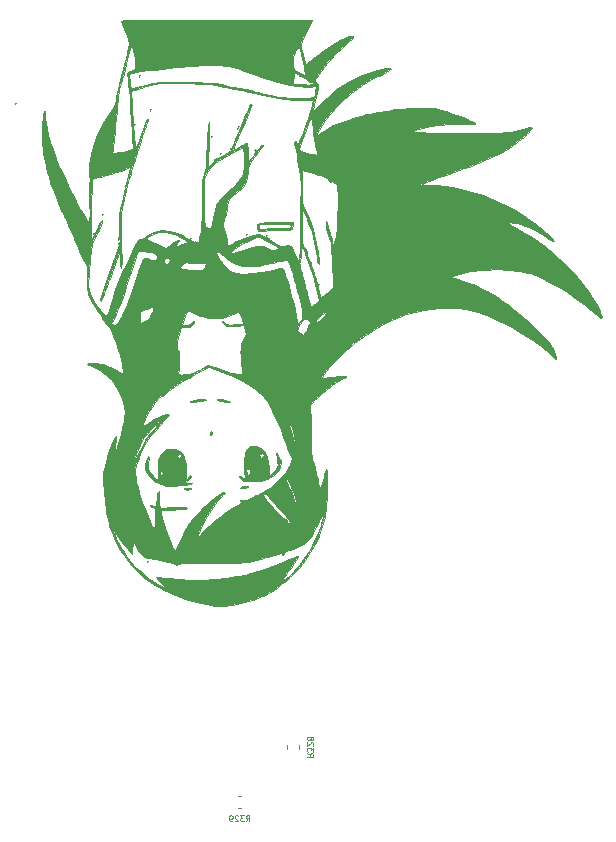
<source format=gbr>
G04 #@! TF.GenerationSoftware,KiCad,Pcbnew,(5.1.5)-3*
G04 #@! TF.CreationDate,2020-04-12T16:22:57-07:00*
G04 #@! TF.ProjectId,Milpitas_BMS,4d696c70-6974-4617-935f-424d532e6b69,rev?*
G04 #@! TF.SameCoordinates,Original*
G04 #@! TF.FileFunction,Legend,Bot*
G04 #@! TF.FilePolarity,Positive*
%FSLAX46Y46*%
G04 Gerber Fmt 4.6, Leading zero omitted, Abs format (unit mm)*
G04 Created by KiCad (PCBNEW (5.1.5)-3) date 2020-04-12 16:22:57*
%MOMM*%
%LPD*%
G04 APERTURE LIST*
%ADD10C,0.010000*%
%ADD11C,0.120000*%
%ADD12C,0.125000*%
G04 APERTURE END LIST*
D10*
G36*
X125306667Y-91186000D02*
G01*
X125264333Y-91143667D01*
X125222000Y-91186000D01*
X125264333Y-91228334D01*
X125306667Y-91186000D01*
G37*
X125306667Y-91186000D02*
X125264333Y-91143667D01*
X125222000Y-91186000D01*
X125264333Y-91228334D01*
X125306667Y-91186000D01*
G36*
X137133437Y-87702310D02*
G01*
X137117667Y-87672334D01*
X137037892Y-87591477D01*
X137023006Y-87587667D01*
X137017230Y-87642357D01*
X137033000Y-87672334D01*
X137112774Y-87753191D01*
X137127660Y-87757000D01*
X137133437Y-87702310D01*
G37*
X137133437Y-87702310D02*
X137117667Y-87672334D01*
X137037892Y-87591477D01*
X137023006Y-87587667D01*
X137017230Y-87642357D01*
X137033000Y-87672334D01*
X137112774Y-87753191D01*
X137127660Y-87757000D01*
X137133437Y-87702310D01*
G36*
X128792278Y-85106674D02*
G01*
X128947333Y-85047667D01*
X128984155Y-84995281D01*
X128876643Y-84969388D01*
X128714500Y-84964297D01*
X128494751Y-84981245D01*
X128367429Y-85025399D01*
X128354667Y-85047667D01*
X128425583Y-85109009D01*
X128593746Y-85128678D01*
X128792278Y-85106674D01*
G37*
X128792278Y-85106674D02*
X128947333Y-85047667D01*
X128984155Y-84995281D01*
X128876643Y-84969388D01*
X128714500Y-84964297D01*
X128494751Y-84981245D01*
X128367429Y-85025399D01*
X128354667Y-85047667D01*
X128425583Y-85109009D01*
X128593746Y-85128678D01*
X128792278Y-85106674D01*
G36*
X133415311Y-84984400D02*
G01*
X133611025Y-84953175D01*
X133748331Y-84902704D01*
X133773333Y-84869071D01*
X133759992Y-84823536D01*
X133692375Y-84809321D01*
X133529090Y-84825069D01*
X133327398Y-84854449D01*
X133171775Y-84898584D01*
X133131758Y-84952362D01*
X133231964Y-84987192D01*
X133415311Y-84984400D01*
G37*
X133415311Y-84984400D02*
X133611025Y-84953175D01*
X133748331Y-84902704D01*
X133773333Y-84869071D01*
X133759992Y-84823536D01*
X133692375Y-84809321D01*
X133529090Y-84825069D01*
X133327398Y-84854449D01*
X133171775Y-84898584D01*
X133131758Y-84952362D01*
X133231964Y-84987192D01*
X133415311Y-84984400D01*
G36*
X128105152Y-84774494D02*
G01*
X128503669Y-84724978D01*
X128802275Y-84672721D01*
X128987505Y-84622894D01*
X129045891Y-84580664D01*
X128963969Y-84551204D01*
X128728270Y-84539682D01*
X128716828Y-84539667D01*
X128401655Y-84539667D01*
X128610994Y-84396408D01*
X128834109Y-84215734D01*
X128930795Y-84051186D01*
X128941596Y-83947000D01*
X128909556Y-83895677D01*
X128815654Y-83996211D01*
X128805565Y-84010500D01*
X128686504Y-84150865D01*
X128607747Y-84201000D01*
X128576622Y-84123274D01*
X128553639Y-83917763D01*
X128543070Y-83625975D01*
X128542815Y-83570013D01*
X128510245Y-82949813D01*
X128415449Y-82444048D01*
X128262790Y-82070536D01*
X128135509Y-81907963D01*
X127898489Y-81775077D01*
X127564989Y-81693893D01*
X127201841Y-81671354D01*
X126875877Y-81714404D01*
X126746000Y-81763584D01*
X126582154Y-81903569D01*
X126409633Y-82132508D01*
X126340261Y-82253955D01*
X126340207Y-82254074D01*
X127789055Y-82254074D01*
X127799312Y-82177125D01*
X127932103Y-82091369D01*
X128089164Y-82117629D01*
X128145292Y-82172709D01*
X128143661Y-82302609D01*
X128094062Y-82388625D01*
X127993176Y-82472361D01*
X127890188Y-82417465D01*
X127865088Y-82393041D01*
X127789055Y-82254074D01*
X126340207Y-82254074D01*
X126248055Y-82456822D01*
X126192791Y-82655056D01*
X126167537Y-82898057D01*
X126165358Y-83235226D01*
X126170927Y-83460352D01*
X126177170Y-83735334D01*
X126322667Y-83735334D01*
X126351922Y-83571129D01*
X126455498Y-83537220D01*
X126470833Y-83539785D01*
X126592751Y-83635659D01*
X126619000Y-83735334D01*
X126554775Y-83885129D01*
X126470833Y-83930882D01*
X126358533Y-83908264D01*
X126322923Y-83758476D01*
X126322667Y-83735334D01*
X126177170Y-83735334D01*
X126178885Y-83810826D01*
X126180326Y-84087411D01*
X126175336Y-84253858D01*
X126168934Y-84285852D01*
X126006128Y-84216056D01*
X125797126Y-84029746D01*
X125577136Y-83758891D01*
X125557481Y-83730704D01*
X125414907Y-83509996D01*
X125342539Y-83333460D01*
X125325345Y-83132899D01*
X125348293Y-82840112D01*
X125352484Y-82800641D01*
X125375824Y-82522250D01*
X125379980Y-82325269D01*
X125364871Y-82253667D01*
X125318027Y-82327440D01*
X125248685Y-82513833D01*
X125172367Y-82760455D01*
X125104592Y-83014915D01*
X125060884Y-83224823D01*
X125052667Y-83307497D01*
X125108259Y-83467535D01*
X125252387Y-83701127D01*
X125451078Y-83964929D01*
X125670358Y-84215595D01*
X125876255Y-84409781D01*
X125967209Y-84474316D01*
X126396035Y-84672930D01*
X126879132Y-84785373D01*
X127449995Y-84816350D01*
X128105152Y-84774494D01*
G37*
X128105152Y-84774494D02*
X128503669Y-84724978D01*
X128802275Y-84672721D01*
X128987505Y-84622894D01*
X129045891Y-84580664D01*
X128963969Y-84551204D01*
X128728270Y-84539682D01*
X128716828Y-84539667D01*
X128401655Y-84539667D01*
X128610994Y-84396408D01*
X128834109Y-84215734D01*
X128930795Y-84051186D01*
X128941596Y-83947000D01*
X128909556Y-83895677D01*
X128815654Y-83996211D01*
X128805565Y-84010500D01*
X128686504Y-84150865D01*
X128607747Y-84201000D01*
X128576622Y-84123274D01*
X128553639Y-83917763D01*
X128543070Y-83625975D01*
X128542815Y-83570013D01*
X128510245Y-82949813D01*
X128415449Y-82444048D01*
X128262790Y-82070536D01*
X128135509Y-81907963D01*
X127898489Y-81775077D01*
X127564989Y-81693893D01*
X127201841Y-81671354D01*
X126875877Y-81714404D01*
X126746000Y-81763584D01*
X126582154Y-81903569D01*
X126409633Y-82132508D01*
X126340261Y-82253955D01*
X126340207Y-82254074D01*
X127789055Y-82254074D01*
X127799312Y-82177125D01*
X127932103Y-82091369D01*
X128089164Y-82117629D01*
X128145292Y-82172709D01*
X128143661Y-82302609D01*
X128094062Y-82388625D01*
X127993176Y-82472361D01*
X127890188Y-82417465D01*
X127865088Y-82393041D01*
X127789055Y-82254074D01*
X126340207Y-82254074D01*
X126248055Y-82456822D01*
X126192791Y-82655056D01*
X126167537Y-82898057D01*
X126165358Y-83235226D01*
X126170927Y-83460352D01*
X126177170Y-83735334D01*
X126322667Y-83735334D01*
X126351922Y-83571129D01*
X126455498Y-83537220D01*
X126470833Y-83539785D01*
X126592751Y-83635659D01*
X126619000Y-83735334D01*
X126554775Y-83885129D01*
X126470833Y-83930882D01*
X126358533Y-83908264D01*
X126322923Y-83758476D01*
X126322667Y-83735334D01*
X126177170Y-83735334D01*
X126178885Y-83810826D01*
X126180326Y-84087411D01*
X126175336Y-84253858D01*
X126168934Y-84285852D01*
X126006128Y-84216056D01*
X125797126Y-84029746D01*
X125577136Y-83758891D01*
X125557481Y-83730704D01*
X125414907Y-83509996D01*
X125342539Y-83333460D01*
X125325345Y-83132899D01*
X125348293Y-82840112D01*
X125352484Y-82800641D01*
X125375824Y-82522250D01*
X125379980Y-82325269D01*
X125364871Y-82253667D01*
X125318027Y-82327440D01*
X125248685Y-82513833D01*
X125172367Y-82760455D01*
X125104592Y-83014915D01*
X125060884Y-83224823D01*
X125052667Y-83307497D01*
X125108259Y-83467535D01*
X125252387Y-83701127D01*
X125451078Y-83964929D01*
X125670358Y-84215595D01*
X125876255Y-84409781D01*
X125967209Y-84474316D01*
X126396035Y-84672930D01*
X126879132Y-84785373D01*
X127449995Y-84816350D01*
X128105152Y-84774494D01*
G36*
X134640241Y-84407755D02*
G01*
X134936343Y-84386867D01*
X135168069Y-84340775D01*
X135387830Y-84260248D01*
X135565459Y-84177051D01*
X135973596Y-83908451D01*
X136294745Y-83562006D01*
X136501555Y-83174824D01*
X136567333Y-82817755D01*
X136548561Y-82616469D01*
X136502146Y-82511846D01*
X136489394Y-82507667D01*
X136418821Y-82434678D01*
X136356766Y-82258606D01*
X136355667Y-82253667D01*
X136291583Y-82075839D01*
X136214501Y-81999710D01*
X136212881Y-81999667D01*
X136166335Y-82062507D01*
X136185126Y-82147834D01*
X136225731Y-82311794D01*
X136267254Y-82576230D01*
X136290461Y-82781185D01*
X136310883Y-83052951D01*
X136290928Y-83230918D01*
X136205750Y-83380005D01*
X136030505Y-83565130D01*
X135966431Y-83627852D01*
X135596310Y-83989334D01*
X135540279Y-83212170D01*
X135493630Y-82751973D01*
X135423912Y-82412737D01*
X135320394Y-82146539D01*
X135288183Y-82086154D01*
X135030071Y-81746770D01*
X134716701Y-81518424D01*
X134380947Y-81414043D01*
X134055682Y-81446557D01*
X133883895Y-81533859D01*
X133667094Y-81769874D01*
X133525295Y-82127725D01*
X133510544Y-82232039D01*
X134727248Y-82232039D01*
X134786355Y-82130255D01*
X134941075Y-82014335D01*
X135070810Y-82027398D01*
X135127901Y-82163670D01*
X135128000Y-82171658D01*
X135066962Y-82335505D01*
X134928055Y-82409543D01*
X134777584Y-82360126D01*
X134770297Y-82353164D01*
X134727248Y-82232039D01*
X133510544Y-82232039D01*
X133455921Y-82618283D01*
X133456395Y-83252422D01*
X133460048Y-83321743D01*
X133469477Y-83488259D01*
X133637275Y-83488259D01*
X133645642Y-83380825D01*
X133746106Y-83356628D01*
X133881425Y-83419077D01*
X133933760Y-83470602D01*
X133990832Y-83641321D01*
X133977402Y-83724602D01*
X133881143Y-83837293D01*
X133761990Y-83853689D01*
X133690889Y-83769452D01*
X133688667Y-83742259D01*
X133658966Y-83556074D01*
X133637275Y-83488259D01*
X133469477Y-83488259D01*
X133510620Y-84214766D01*
X133295964Y-84074118D01*
X133115034Y-83972446D01*
X133058800Y-83985167D01*
X133128083Y-84111222D01*
X133197473Y-84201000D01*
X133285602Y-84297150D01*
X133386822Y-84358719D01*
X133538440Y-84393374D01*
X133777764Y-84408784D01*
X134142102Y-84412615D01*
X134227352Y-84412667D01*
X134640241Y-84407755D01*
G37*
X134640241Y-84407755D02*
X134936343Y-84386867D01*
X135168069Y-84340775D01*
X135387830Y-84260248D01*
X135565459Y-84177051D01*
X135973596Y-83908451D01*
X136294745Y-83562006D01*
X136501555Y-83174824D01*
X136567333Y-82817755D01*
X136548561Y-82616469D01*
X136502146Y-82511846D01*
X136489394Y-82507667D01*
X136418821Y-82434678D01*
X136356766Y-82258606D01*
X136355667Y-82253667D01*
X136291583Y-82075839D01*
X136214501Y-81999710D01*
X136212881Y-81999667D01*
X136166335Y-82062507D01*
X136185126Y-82147834D01*
X136225731Y-82311794D01*
X136267254Y-82576230D01*
X136290461Y-82781185D01*
X136310883Y-83052951D01*
X136290928Y-83230918D01*
X136205750Y-83380005D01*
X136030505Y-83565130D01*
X135966431Y-83627852D01*
X135596310Y-83989334D01*
X135540279Y-83212170D01*
X135493630Y-82751973D01*
X135423912Y-82412737D01*
X135320394Y-82146539D01*
X135288183Y-82086154D01*
X135030071Y-81746770D01*
X134716701Y-81518424D01*
X134380947Y-81414043D01*
X134055682Y-81446557D01*
X133883895Y-81533859D01*
X133667094Y-81769874D01*
X133525295Y-82127725D01*
X133510544Y-82232039D01*
X134727248Y-82232039D01*
X134786355Y-82130255D01*
X134941075Y-82014335D01*
X135070810Y-82027398D01*
X135127901Y-82163670D01*
X135128000Y-82171658D01*
X135066962Y-82335505D01*
X134928055Y-82409543D01*
X134777584Y-82360126D01*
X134770297Y-82353164D01*
X134727248Y-82232039D01*
X133510544Y-82232039D01*
X133455921Y-82618283D01*
X133456395Y-83252422D01*
X133460048Y-83321743D01*
X133469477Y-83488259D01*
X133637275Y-83488259D01*
X133645642Y-83380825D01*
X133746106Y-83356628D01*
X133881425Y-83419077D01*
X133933760Y-83470602D01*
X133990832Y-83641321D01*
X133977402Y-83724602D01*
X133881143Y-83837293D01*
X133761990Y-83853689D01*
X133690889Y-83769452D01*
X133688667Y-83742259D01*
X133658966Y-83556074D01*
X133637275Y-83488259D01*
X133469477Y-83488259D01*
X133510620Y-84214766D01*
X133295964Y-84074118D01*
X133115034Y-83972446D01*
X133058800Y-83985167D01*
X133128083Y-84111222D01*
X133197473Y-84201000D01*
X133285602Y-84297150D01*
X133386822Y-84358719D01*
X133538440Y-84393374D01*
X133777764Y-84408784D01*
X134142102Y-84412615D01*
X134227352Y-84412667D01*
X134640241Y-84407755D01*
G36*
X130711792Y-80398581D02*
G01*
X130725333Y-80301337D01*
X130688914Y-80166493D01*
X130640667Y-80137000D01*
X130577560Y-80209606D01*
X130556000Y-80353664D01*
X130582876Y-80497715D01*
X130640667Y-80518000D01*
X130711792Y-80398581D01*
G37*
X130711792Y-80398581D02*
X130725333Y-80301337D01*
X130688914Y-80166493D01*
X130640667Y-80137000D01*
X130577560Y-80209606D01*
X130556000Y-80353664D01*
X130582876Y-80497715D01*
X130640667Y-80518000D01*
X130711792Y-80398581D01*
G36*
X132298517Y-77732777D02*
G01*
X132296983Y-77686389D01*
X132149167Y-77607544D01*
X132118795Y-77595655D01*
X131847633Y-77513344D01*
X131569394Y-77461098D01*
X131330884Y-77443492D01*
X131178910Y-77465101D01*
X131148667Y-77500826D01*
X131221670Y-77570750D01*
X131381500Y-77597473D01*
X131621286Y-77621126D01*
X131902872Y-77678447D01*
X131939772Y-77688311D01*
X132173027Y-77736741D01*
X132298517Y-77732777D01*
G37*
X132298517Y-77732777D02*
X132296983Y-77686389D01*
X132149167Y-77607544D01*
X132118795Y-77595655D01*
X131847633Y-77513344D01*
X131569394Y-77461098D01*
X131330884Y-77443492D01*
X131178910Y-77465101D01*
X131148667Y-77500826D01*
X131221670Y-77570750D01*
X131381500Y-77597473D01*
X131621286Y-77621126D01*
X131902872Y-77678447D01*
X131939772Y-77688311D01*
X132173027Y-77736741D01*
X132298517Y-77732777D01*
G36*
X129204234Y-77687419D02*
G01*
X129264382Y-77674872D01*
X129577356Y-77622716D01*
X129892423Y-77599086D01*
X129899833Y-77599020D01*
X130103980Y-77577771D01*
X130212137Y-77527617D01*
X130217333Y-77512334D01*
X130141226Y-77458091D01*
X129939334Y-77439428D01*
X129651300Y-77455772D01*
X129316770Y-77506550D01*
X129220791Y-77526721D01*
X129012846Y-77589391D01*
X128905898Y-77654082D01*
X128902840Y-77678173D01*
X129005013Y-77706105D01*
X129204234Y-77687419D01*
G37*
X129204234Y-77687419D02*
X129264382Y-77674872D01*
X129577356Y-77622716D01*
X129892423Y-77599086D01*
X129899833Y-77599020D01*
X130103980Y-77577771D01*
X130212137Y-77527617D01*
X130217333Y-77512334D01*
X130141226Y-77458091D01*
X129939334Y-77439428D01*
X129651300Y-77455772D01*
X129316770Y-77506550D01*
X129220791Y-77526721D01*
X129012846Y-77589391D01*
X128905898Y-77654082D01*
X128902840Y-77678173D01*
X129005013Y-77706105D01*
X129204234Y-77687419D01*
G36*
X132458749Y-71295546D02*
G01*
X132757267Y-71275418D01*
X133036768Y-71241749D01*
X133249582Y-71199171D01*
X133348040Y-71152314D01*
X133350000Y-71145049D01*
X133271996Y-71112149D01*
X133060873Y-71105566D01*
X132762372Y-71125317D01*
X132281338Y-71151195D01*
X131950088Y-71119974D01*
X131772528Y-71032330D01*
X131741333Y-70949054D01*
X131695105Y-70837421D01*
X131656667Y-70823667D01*
X131574349Y-70876150D01*
X131572000Y-70892152D01*
X131643537Y-71051463D01*
X131817720Y-71200528D01*
X131995333Y-71276656D01*
X132188881Y-71297502D01*
X132458749Y-71295546D01*
G37*
X132458749Y-71295546D02*
X132757267Y-71275418D01*
X133036768Y-71241749D01*
X133249582Y-71199171D01*
X133348040Y-71152314D01*
X133350000Y-71145049D01*
X133271996Y-71112149D01*
X133060873Y-71105566D01*
X132762372Y-71125317D01*
X132281338Y-71151195D01*
X131950088Y-71119974D01*
X131772528Y-71032330D01*
X131741333Y-70949054D01*
X131695105Y-70837421D01*
X131656667Y-70823667D01*
X131574349Y-70876150D01*
X131572000Y-70892152D01*
X131643537Y-71051463D01*
X131817720Y-71200528D01*
X131995333Y-71276656D01*
X132188881Y-71297502D01*
X132458749Y-71295546D01*
G36*
X139784667Y-67733334D02*
G01*
X139742333Y-67691000D01*
X139700000Y-67733334D01*
X139742333Y-67775667D01*
X139784667Y-67733334D01*
G37*
X139784667Y-67733334D02*
X139742333Y-67691000D01*
X139700000Y-67733334D01*
X139742333Y-67775667D01*
X139784667Y-67733334D01*
G36*
X122851333Y-64262000D02*
G01*
X122809000Y-64219667D01*
X122766667Y-64262000D01*
X122809000Y-64304334D01*
X122851333Y-64262000D01*
G37*
X122851333Y-64262000D02*
X122809000Y-64219667D01*
X122766667Y-64262000D01*
X122809000Y-64304334D01*
X122851333Y-64262000D01*
G36*
X128947333Y-63838667D02*
G01*
X128905000Y-63796334D01*
X128862667Y-63838667D01*
X128905000Y-63881000D01*
X128947333Y-63838667D01*
G37*
X128947333Y-63838667D02*
X128905000Y-63796334D01*
X128862667Y-63838667D01*
X128905000Y-63881000D01*
X128947333Y-63838667D01*
G36*
X122822740Y-63986834D02*
G01*
X122833922Y-63813492D01*
X122822740Y-63775167D01*
X122791837Y-63764531D01*
X122780035Y-63881000D01*
X122793340Y-64001196D01*
X122822740Y-63986834D01*
G37*
X122822740Y-63986834D02*
X122833922Y-63813492D01*
X122822740Y-63775167D01*
X122791837Y-63764531D01*
X122780035Y-63881000D01*
X122793340Y-64001196D01*
X122822740Y-63986834D01*
G36*
X135353778Y-63683445D02*
G01*
X135363911Y-63582965D01*
X135353778Y-63570556D01*
X135303443Y-63582178D01*
X135297333Y-63627000D01*
X135328311Y-63696691D01*
X135353778Y-63683445D01*
G37*
X135353778Y-63683445D02*
X135363911Y-63582965D01*
X135353778Y-63570556D01*
X135303443Y-63582178D01*
X135297333Y-63627000D01*
X135328311Y-63696691D01*
X135353778Y-63683445D01*
G36*
X133688667Y-63500000D02*
G01*
X133646333Y-63457667D01*
X133604000Y-63500000D01*
X133646333Y-63542334D01*
X133688667Y-63500000D01*
G37*
X133688667Y-63500000D02*
X133646333Y-63457667D01*
X133604000Y-63500000D01*
X133646333Y-63542334D01*
X133688667Y-63500000D01*
G36*
X120734667Y-63415334D02*
G01*
X120692333Y-63373000D01*
X120650000Y-63415334D01*
X120692333Y-63457667D01*
X120734667Y-63415334D01*
G37*
X120734667Y-63415334D02*
X120692333Y-63373000D01*
X120650000Y-63415334D01*
X120692333Y-63457667D01*
X120734667Y-63415334D01*
G36*
X136037898Y-63175002D02*
G01*
X136553560Y-63165143D01*
X136981921Y-63147227D01*
X137299686Y-63122802D01*
X137483558Y-63093414D01*
X137518537Y-63076667D01*
X137562455Y-62938257D01*
X137582002Y-62721991D01*
X137582037Y-62716834D01*
X137583333Y-62441667D01*
X136842500Y-62459078D01*
X136374637Y-62471510D01*
X135848331Y-62487655D01*
X135374323Y-62504106D01*
X135356889Y-62504765D01*
X134959644Y-62528269D01*
X134706852Y-62572562D01*
X134643020Y-62611000D01*
X134704667Y-62611000D01*
X136059333Y-62611000D01*
X136565332Y-62611628D01*
X136926427Y-62615800D01*
X137167050Y-62626954D01*
X137311632Y-62648528D01*
X137384602Y-62683958D01*
X137410391Y-62736680D01*
X137413454Y-62801500D01*
X137408297Y-62872759D01*
X137377003Y-62924113D01*
X137295123Y-62959446D01*
X137138211Y-62982640D01*
X136881821Y-62997580D01*
X136501504Y-63008147D01*
X136058787Y-63016659D01*
X134704667Y-63041318D01*
X134704667Y-62611000D01*
X134643020Y-62611000D01*
X134573727Y-62652726D01*
X134535486Y-62783845D01*
X134567343Y-62981001D01*
X134568267Y-62984691D01*
X134619462Y-63188670D01*
X136037898Y-63175002D01*
G37*
X136037898Y-63175002D02*
X136553560Y-63165143D01*
X136981921Y-63147227D01*
X137299686Y-63122802D01*
X137483558Y-63093414D01*
X137518537Y-63076667D01*
X137562455Y-62938257D01*
X137582002Y-62721991D01*
X137582037Y-62716834D01*
X137583333Y-62441667D01*
X136842500Y-62459078D01*
X136374637Y-62471510D01*
X135848331Y-62487655D01*
X135374323Y-62504106D01*
X135356889Y-62504765D01*
X134959644Y-62528269D01*
X134706852Y-62572562D01*
X134643020Y-62611000D01*
X134704667Y-62611000D01*
X136059333Y-62611000D01*
X136565332Y-62611628D01*
X136926427Y-62615800D01*
X137167050Y-62626954D01*
X137311632Y-62648528D01*
X137384602Y-62683958D01*
X137410391Y-62736680D01*
X137413454Y-62801500D01*
X137408297Y-62872759D01*
X137377003Y-62924113D01*
X137295123Y-62959446D01*
X137138211Y-62982640D01*
X136881821Y-62997580D01*
X136501504Y-63008147D01*
X136058787Y-63016659D01*
X134704667Y-63041318D01*
X134704667Y-62611000D01*
X134643020Y-62611000D01*
X134573727Y-62652726D01*
X134535486Y-62783845D01*
X134567343Y-62981001D01*
X134568267Y-62984691D01*
X134619462Y-63188670D01*
X136037898Y-63175002D01*
G36*
X121496667Y-61806667D02*
G01*
X121454333Y-61764334D01*
X121412000Y-61806667D01*
X121454333Y-61849000D01*
X121496667Y-61806667D01*
G37*
X121496667Y-61806667D02*
X121454333Y-61764334D01*
X121412000Y-61806667D01*
X121454333Y-61849000D01*
X121496667Y-61806667D01*
G36*
X131487333Y-56642000D02*
G01*
X131445000Y-56599667D01*
X131402667Y-56642000D01*
X131445000Y-56684334D01*
X131487333Y-56642000D01*
G37*
X131487333Y-56642000D02*
X131445000Y-56599667D01*
X131402667Y-56642000D01*
X131445000Y-56684334D01*
X131487333Y-56642000D01*
G36*
X132334000Y-56218667D02*
G01*
X132291667Y-56176334D01*
X132249333Y-56218667D01*
X132291667Y-56261000D01*
X132334000Y-56218667D01*
G37*
X132334000Y-56218667D02*
X132291667Y-56176334D01*
X132249333Y-56218667D01*
X132291667Y-56261000D01*
X132334000Y-56218667D01*
G36*
X130725333Y-55202667D02*
G01*
X130683000Y-55160334D01*
X130640667Y-55202667D01*
X130683000Y-55245000D01*
X130725333Y-55202667D01*
G37*
X130725333Y-55202667D02*
X130683000Y-55160334D01*
X130640667Y-55202667D01*
X130683000Y-55245000D01*
X130725333Y-55202667D01*
G36*
X132926667Y-54525334D02*
G01*
X132884333Y-54483000D01*
X132842000Y-54525334D01*
X132884333Y-54567667D01*
X132926667Y-54525334D01*
G37*
X132926667Y-54525334D02*
X132884333Y-54483000D01*
X132842000Y-54525334D01*
X132884333Y-54567667D01*
X132926667Y-54525334D01*
G36*
X133011333Y-54356000D02*
G01*
X132969000Y-54313667D01*
X132926667Y-54356000D01*
X132969000Y-54398334D01*
X133011333Y-54356000D01*
G37*
X133011333Y-54356000D02*
X132969000Y-54313667D01*
X132926667Y-54356000D01*
X132969000Y-54398334D01*
X133011333Y-54356000D01*
G36*
X124206000Y-54186667D02*
G01*
X124163667Y-54144334D01*
X124121333Y-54186667D01*
X124163667Y-54229000D01*
X124206000Y-54186667D01*
G37*
X124206000Y-54186667D02*
X124163667Y-54144334D01*
X124121333Y-54186667D01*
X124163667Y-54229000D01*
X124206000Y-54186667D01*
G36*
X125532444Y-53015445D02*
G01*
X125542577Y-52914965D01*
X125532444Y-52902556D01*
X125482110Y-52914178D01*
X125476000Y-52959000D01*
X125506978Y-53028691D01*
X125532444Y-53015445D01*
G37*
X125532444Y-53015445D02*
X125542577Y-52914965D01*
X125532444Y-52902556D01*
X125482110Y-52914178D01*
X125476000Y-52959000D01*
X125506978Y-53028691D01*
X125532444Y-53015445D01*
G36*
X124601111Y-50136778D02*
G01*
X124611244Y-50036299D01*
X124601111Y-50023889D01*
X124550777Y-50035512D01*
X124544667Y-50080334D01*
X124575645Y-50150024D01*
X124601111Y-50136778D01*
G37*
X124601111Y-50136778D02*
X124611244Y-50036299D01*
X124601111Y-50023889D01*
X124550777Y-50035512D01*
X124544667Y-50080334D01*
X124575645Y-50150024D01*
X124601111Y-50136778D01*
G36*
X114130667Y-52408667D02*
G01*
X114088333Y-52366334D01*
X114046000Y-52408667D01*
X114088333Y-52451000D01*
X114130667Y-52408667D01*
G37*
X114130667Y-52408667D02*
X114088333Y-52366334D01*
X114046000Y-52408667D01*
X114088333Y-52451000D01*
X114130667Y-52408667D01*
G36*
X132446666Y-94879104D02*
G01*
X133230578Y-94714404D01*
X134099006Y-94461945D01*
X134196667Y-94430352D01*
X134592759Y-94294254D01*
X134974652Y-94151178D01*
X135282370Y-94024046D01*
X135383106Y-93976927D01*
X135629072Y-93833128D01*
X135958892Y-93612747D01*
X136327322Y-93348779D01*
X136689116Y-93074220D01*
X136999030Y-92822063D01*
X137143449Y-92693179D01*
X137303085Y-92544274D01*
X137520505Y-92343652D01*
X137621482Y-92251056D01*
X138108311Y-91745019D01*
X138603234Y-91122461D01*
X139073873Y-90431286D01*
X139487849Y-89719398D01*
X139812784Y-89034701D01*
X139838686Y-88970698D01*
X140101306Y-88218930D01*
X140292998Y-87447726D01*
X140419840Y-86619522D01*
X140487907Y-85696754D01*
X140504129Y-84857315D01*
X140499748Y-84311169D01*
X140487078Y-83871234D01*
X140467070Y-83555077D01*
X140440675Y-83380267D01*
X140422521Y-83350542D01*
X140368237Y-83425233D01*
X140295872Y-83627465D01*
X140218603Y-83918359D01*
X140196118Y-84018580D01*
X140113991Y-84359418D01*
X140027415Y-84653500D01*
X139952714Y-84846557D01*
X139940403Y-84868643D01*
X139886945Y-84934954D01*
X139843020Y-84922542D01*
X139799522Y-84808672D01*
X139747345Y-84570606D01*
X139685655Y-84232602D01*
X139593487Y-83777404D01*
X139475956Y-83289714D01*
X139354667Y-82857374D01*
X139323152Y-82758734D01*
X139249425Y-82528034D01*
X139194504Y-82322397D01*
X139155725Y-82111606D01*
X139130422Y-81865444D01*
X139115932Y-81553695D01*
X139109590Y-81146141D01*
X139108731Y-80612566D01*
X139109389Y-80334756D01*
X139108308Y-79787347D01*
X139102326Y-79282116D01*
X139092192Y-78849246D01*
X139078658Y-78518924D01*
X139062475Y-78321334D01*
X139058769Y-78299329D01*
X139042494Y-78140529D01*
X139081299Y-77993265D01*
X139196034Y-77812825D01*
X139404333Y-77558262D01*
X139683648Y-77267052D01*
X140048069Y-76937707D01*
X140459862Y-76599422D01*
X140881294Y-76281392D01*
X141274631Y-76012814D01*
X141602139Y-75822883D01*
X141710833Y-75773648D01*
X141935817Y-75664952D01*
X142058965Y-75566503D01*
X142061566Y-75499684D01*
X141964833Y-75483354D01*
X141711093Y-75498002D01*
X141376533Y-75527162D01*
X141006584Y-75565630D01*
X140646678Y-75608198D01*
X140342248Y-75649663D01*
X140138725Y-75684818D01*
X140089408Y-75698240D01*
X140041556Y-75679067D01*
X140090230Y-75555576D01*
X140219331Y-75349896D01*
X140412756Y-75084154D01*
X140654404Y-74780478D01*
X140928173Y-74460995D01*
X141216412Y-74149439D01*
X141983820Y-73401555D01*
X142773250Y-72731757D01*
X143624490Y-72110180D01*
X144577325Y-71506962D01*
X145251296Y-71120917D01*
X145936179Y-70761988D01*
X146574602Y-70476717D01*
X147212761Y-70250123D01*
X147896850Y-70067227D01*
X148673067Y-69913045D01*
X149268080Y-69818289D01*
X150044276Y-69737076D01*
X150836215Y-69714551D01*
X151592615Y-69749465D01*
X152262193Y-69840571D01*
X152512768Y-69897266D01*
X153234233Y-70101583D01*
X153908216Y-70328478D01*
X154566907Y-70592596D01*
X155242497Y-70908581D01*
X155967176Y-71291077D01*
X156773132Y-71754729D01*
X157317473Y-72083079D01*
X158003804Y-72527579D01*
X158596013Y-72971984D01*
X159160894Y-73468917D01*
X159513680Y-73813364D01*
X159698794Y-73977011D01*
X159837509Y-74058165D01*
X159886253Y-74051917D01*
X159883332Y-73923580D01*
X159808438Y-73691262D01*
X159679517Y-73394467D01*
X159514512Y-73072704D01*
X159331366Y-72765478D01*
X159243138Y-72635966D01*
X159071495Y-72431873D01*
X158793188Y-72141432D01*
X158431998Y-71786268D01*
X158011703Y-71388006D01*
X157556082Y-70968275D01*
X157088914Y-70548699D01*
X156633978Y-70150905D01*
X156215052Y-69796520D01*
X155855917Y-69507168D01*
X155580350Y-69304478D01*
X155579097Y-69303634D01*
X154762940Y-68769454D01*
X154060858Y-68341604D01*
X153476954Y-68022484D01*
X153063666Y-67833317D01*
X152539076Y-67633080D01*
X152030650Y-67455124D01*
X151583722Y-67314516D01*
X151243624Y-67226325D01*
X151227465Y-67223001D01*
X151059337Y-67175123D01*
X151021665Y-67118807D01*
X151123786Y-67045856D01*
X151375039Y-66948071D01*
X151638000Y-66862532D01*
X151978790Y-66759954D01*
X152274562Y-66683770D01*
X152568397Y-66627023D01*
X152903374Y-66582752D01*
X153322574Y-66544001D01*
X153851059Y-66505058D01*
X154886367Y-66468592D01*
X155864082Y-66503705D01*
X156752828Y-66607841D01*
X157521228Y-66778444D01*
X157636041Y-66813367D01*
X158333402Y-67076847D01*
X159112378Y-67443167D01*
X159938777Y-67891626D01*
X160778409Y-68401524D01*
X161597079Y-68952161D01*
X162360597Y-69522835D01*
X162998292Y-70059789D01*
X163326159Y-70344237D01*
X163549871Y-70508513D01*
X163680180Y-70556820D01*
X163727844Y-70493362D01*
X163707211Y-70336834D01*
X163620081Y-70065991D01*
X163473323Y-69743990D01*
X163255142Y-69349161D01*
X162953745Y-68859833D01*
X162647789Y-68390300D01*
X162108727Y-67656391D01*
X161444391Y-66881718D01*
X160684103Y-66094603D01*
X159857188Y-65323369D01*
X158992968Y-64596339D01*
X158120768Y-63941837D01*
X157848728Y-63754995D01*
X157573864Y-63576855D01*
X157349788Y-63443043D01*
X157215439Y-63376473D01*
X157199544Y-63373000D01*
X157100843Y-63332234D01*
X156901979Y-63225132D01*
X156640647Y-63074490D01*
X156354543Y-62903105D01*
X156081362Y-62733773D01*
X155858801Y-62589290D01*
X155724555Y-62492452D01*
X155702000Y-62467374D01*
X155776860Y-62451216D01*
X155973587Y-62470923D01*
X156250401Y-62518845D01*
X156565523Y-62587334D01*
X156877173Y-62668737D01*
X156993627Y-62703874D01*
X157736994Y-62994491D01*
X158480897Y-63383876D01*
X159058547Y-63766660D01*
X159377812Y-63991264D01*
X159579224Y-64103340D01*
X159664536Y-64110222D01*
X159635506Y-64019246D01*
X159493889Y-63837746D01*
X159241440Y-63573058D01*
X158944853Y-63291649D01*
X158253812Y-62717034D01*
X157436948Y-62135106D01*
X156534953Y-61569318D01*
X155588520Y-61043127D01*
X154638340Y-60579988D01*
X153725106Y-60203356D01*
X153373667Y-60080331D01*
X152439579Y-59804799D01*
X151479771Y-59580841D01*
X150542516Y-59417478D01*
X149676087Y-59323736D01*
X149225000Y-59304820D01*
X148378333Y-59294732D01*
X148747536Y-59125244D01*
X148994986Y-59022161D01*
X149386207Y-58872937D01*
X149903919Y-58683745D01*
X150530846Y-58460763D01*
X151249709Y-58210167D01*
X152043230Y-57938132D01*
X152527000Y-57774268D01*
X153273059Y-57497680D01*
X154029226Y-57171641D01*
X154771614Y-56810025D01*
X155476339Y-56426702D01*
X156119516Y-56035547D01*
X156677257Y-55650432D01*
X157125679Y-55285228D01*
X157440895Y-54953810D01*
X157484226Y-54895133D01*
X157630869Y-54700169D01*
X157748771Y-54568412D01*
X157769802Y-54551104D01*
X157839171Y-54472197D01*
X157775328Y-54437435D01*
X157609389Y-54450103D01*
X157382195Y-54510180D01*
X157069790Y-54609038D01*
X156754407Y-54693121D01*
X156420844Y-54763265D01*
X156053901Y-54820305D01*
X155638380Y-54865076D01*
X155159080Y-54898412D01*
X154600801Y-54921150D01*
X153948344Y-54934122D01*
X153186509Y-54938166D01*
X152300095Y-54934115D01*
X151273904Y-54922804D01*
X150170400Y-54906334D01*
X147559801Y-54864000D01*
X147971366Y-54683420D01*
X148512033Y-54499004D01*
X149190615Y-54353839D01*
X149979552Y-54251234D01*
X150851286Y-54194500D01*
X151778256Y-54186945D01*
X152045580Y-54194150D01*
X152518899Y-54205321D01*
X152833919Y-54199849D01*
X153000908Y-54177161D01*
X153031731Y-54139045D01*
X152897399Y-54026314D01*
X152621983Y-53876804D01*
X152227447Y-53699437D01*
X151735756Y-53503135D01*
X151168875Y-53296820D01*
X150548770Y-53089415D01*
X150116753Y-52954977D01*
X149879257Y-52886678D01*
X149668267Y-52838536D01*
X149450083Y-52808494D01*
X149191006Y-52794499D01*
X148857338Y-52794495D01*
X148415377Y-52806426D01*
X147957753Y-52823318D01*
X147432070Y-52847491D01*
X146933942Y-52877341D01*
X146500853Y-52910106D01*
X146170289Y-52943023D01*
X146007667Y-52967040D01*
X145659855Y-53032986D01*
X145271879Y-53101547D01*
X145118667Y-53127056D01*
X144767632Y-53184388D01*
X144359472Y-53251706D01*
X144102667Y-53294400D01*
X143827288Y-53353930D01*
X143435379Y-53456677D01*
X142970404Y-53590394D01*
X142475824Y-53742834D01*
X142240000Y-53819281D01*
X141713671Y-53997125D01*
X141310774Y-54146172D01*
X140992078Y-54284677D01*
X140718348Y-54430894D01*
X140450352Y-54603079D01*
X140250333Y-54745068D01*
X139931301Y-54971915D01*
X139707377Y-55114019D01*
X139579025Y-55163541D01*
X139546709Y-55112646D01*
X139610892Y-54953496D01*
X139772038Y-54678253D01*
X140030610Y-54279081D01*
X140301848Y-53874253D01*
X140707275Y-53341240D01*
X141231398Y-52758418D01*
X141843978Y-52156553D01*
X142514776Y-51566411D01*
X142790333Y-51342346D01*
X143104442Y-51107181D01*
X143467529Y-50857662D01*
X143847326Y-50613382D01*
X144211564Y-50393933D01*
X144527975Y-50218907D01*
X144764289Y-50107898D01*
X144872108Y-50078356D01*
X145031668Y-50033963D01*
X145262307Y-49924951D01*
X145511184Y-49782294D01*
X145725454Y-49636965D01*
X145852274Y-49519937D01*
X145864921Y-49496442D01*
X145857077Y-49431147D01*
X145755052Y-49409662D01*
X145526909Y-49427474D01*
X145447353Y-49437418D01*
X144461114Y-49644277D01*
X143454330Y-50006404D01*
X142444960Y-50514171D01*
X141450968Y-51157949D01*
X140490313Y-51928109D01*
X140062662Y-52324000D01*
X139770594Y-52601588D01*
X139527670Y-52822759D01*
X139356170Y-52967962D01*
X139278371Y-53017643D01*
X139276017Y-53014365D01*
X139298446Y-52898355D01*
X139355336Y-52677475D01*
X139404533Y-52502884D01*
X139488027Y-52184578D01*
X139579088Y-51790246D01*
X139650271Y-51444425D01*
X139707853Y-51123511D01*
X139727932Y-50923278D01*
X139708014Y-50798733D01*
X139645608Y-50704883D01*
X139607071Y-50664739D01*
X139487750Y-50531158D01*
X139446000Y-50460466D01*
X139490979Y-50373973D01*
X139608175Y-50191611D01*
X139751336Y-49982859D01*
X140491089Y-49015279D01*
X141269503Y-48156399D01*
X141804753Y-47652761D01*
X142107493Y-47382681D01*
X142370200Y-47138359D01*
X142561533Y-46949549D01*
X142643718Y-46856259D01*
X142709255Y-46736242D01*
X142644427Y-46696738D01*
X142549262Y-46693667D01*
X142325456Y-46743025D01*
X141995315Y-46880037D01*
X141585945Y-47088108D01*
X141124451Y-47350645D01*
X140637938Y-47651053D01*
X140153511Y-47972739D01*
X139698277Y-48299109D01*
X139299339Y-48613569D01*
X139046817Y-48837870D01*
X138828576Y-49028575D01*
X138700491Y-49094282D01*
X138651637Y-49057867D01*
X138615049Y-48920622D01*
X138553610Y-48668797D01*
X138479624Y-48353019D01*
X138467991Y-48302334D01*
X138389697Y-47980453D01*
X138316593Y-47714482D01*
X138262853Y-47555457D01*
X138257405Y-47544106D01*
X138266688Y-47409099D01*
X138360164Y-47140323D01*
X138533682Y-46748472D01*
X138692067Y-46423575D01*
X138877556Y-46050414D01*
X139031893Y-45733962D01*
X139140917Y-45503697D01*
X139190471Y-45389101D01*
X139192000Y-45382636D01*
X139109265Y-45376410D01*
X138868790Y-45370450D01*
X138482168Y-45364818D01*
X137960990Y-45359576D01*
X137316850Y-45354786D01*
X136561340Y-45350512D01*
X135706054Y-45346816D01*
X134762584Y-45343760D01*
X133742522Y-45341407D01*
X132657461Y-45339819D01*
X131518995Y-45339059D01*
X131097275Y-45339000D01*
X129698515Y-45339400D01*
X128460643Y-45340672D01*
X127375211Y-45342927D01*
X126433777Y-45346277D01*
X125627893Y-45350832D01*
X124949116Y-45356704D01*
X124389001Y-45364004D01*
X123939101Y-45372843D01*
X123590973Y-45383331D01*
X123336171Y-45395580D01*
X123166250Y-45409701D01*
X123072766Y-45425804D01*
X123047272Y-45444002D01*
X123047572Y-45444834D01*
X123325852Y-46114438D01*
X123530024Y-46640511D01*
X123659263Y-47020771D01*
X123712742Y-47252937D01*
X123714212Y-47286334D01*
X123691344Y-47458651D01*
X123632811Y-47761826D01*
X123546451Y-48163067D01*
X123440105Y-48629584D01*
X123321611Y-49128585D01*
X123198809Y-49627278D01*
X123079539Y-50092871D01*
X122971640Y-50492575D01*
X122882950Y-50793597D01*
X122856845Y-50872616D01*
X122750993Y-51244977D01*
X122663487Y-51669755D01*
X122628012Y-51923317D01*
X122581922Y-52240207D01*
X122501493Y-52505160D01*
X122361515Y-52782504D01*
X122175346Y-53078368D01*
X121540475Y-54120992D01*
X121043658Y-55120219D01*
X120670796Y-56106972D01*
X120514127Y-56669499D01*
X122302226Y-56669499D01*
X122303683Y-56580362D01*
X122325148Y-56354306D01*
X122363239Y-56022122D01*
X122414572Y-55614599D01*
X122435470Y-55456667D01*
X122506106Y-54886887D01*
X122576916Y-54242980D01*
X122639093Y-53608971D01*
X122679499Y-53128334D01*
X122724688Y-52543169D01*
X122764830Y-52092596D01*
X122805318Y-51742198D01*
X122851544Y-51457556D01*
X122908902Y-51204251D01*
X122982786Y-50947865D01*
X123057166Y-50718159D01*
X123157762Y-50386582D01*
X123276425Y-49951200D01*
X123396787Y-49474004D01*
X123482659Y-49106667D01*
X123579759Y-48682406D01*
X123673072Y-48291082D01*
X123751615Y-47977797D01*
X123802087Y-47795012D01*
X123893989Y-47499357D01*
X124059272Y-47879679D01*
X124167684Y-48223285D01*
X124213428Y-48637297D01*
X124215576Y-48862202D01*
X137583333Y-48862202D01*
X137600868Y-48523349D01*
X137667404Y-48273730D01*
X137803834Y-48035594D01*
X137806515Y-48031718D01*
X137953185Y-47840018D01*
X138068072Y-47724725D01*
X138099585Y-47709667D01*
X138161849Y-47783390D01*
X138237143Y-47969273D01*
X138267116Y-48069500D01*
X138317977Y-48280936D01*
X138381621Y-48579528D01*
X138450956Y-48927210D01*
X138518891Y-49285914D01*
X138578336Y-49617576D01*
X138622198Y-49884126D01*
X138643387Y-50047500D01*
X138641702Y-50080334D01*
X138532778Y-50037742D01*
X138335343Y-49930746D01*
X138100668Y-49790519D01*
X137880025Y-49648232D01*
X137724686Y-49535057D01*
X137689167Y-49501220D01*
X137631674Y-49348713D01*
X137593298Y-49090050D01*
X137583333Y-48862202D01*
X124215576Y-48862202D01*
X124215817Y-48887406D01*
X124205415Y-49197649D01*
X124186030Y-49437130D01*
X124161596Y-49559676D01*
X124158129Y-49564739D01*
X124051059Y-49624645D01*
X123857038Y-49702717D01*
X123840090Y-49708704D01*
X123649317Y-49805578D01*
X123587356Y-49940096D01*
X123588671Y-50005037D01*
X123603438Y-50168714D01*
X123604167Y-50176669D01*
X123746997Y-50176669D01*
X123756437Y-49994573D01*
X123801196Y-49899246D01*
X123840890Y-49874285D01*
X124019430Y-49828983D01*
X124339194Y-49771199D01*
X124772821Y-49704372D01*
X125292953Y-49631938D01*
X125872229Y-49557334D01*
X126483289Y-49483999D01*
X127098775Y-49415369D01*
X127691325Y-49354881D01*
X128233581Y-49305972D01*
X128566333Y-49280622D01*
X129275801Y-49232982D01*
X129844099Y-49198144D01*
X130298875Y-49175724D01*
X130667777Y-49165337D01*
X130978455Y-49166600D01*
X131258557Y-49179128D01*
X131535732Y-49202537D01*
X131828221Y-49235311D01*
X132179449Y-49284034D01*
X132481350Y-49337556D01*
X132682146Y-49386339D01*
X132715000Y-49398657D01*
X132839613Y-49446010D01*
X133101053Y-49538688D01*
X133475498Y-49668480D01*
X133939128Y-49827173D01*
X134468121Y-50006559D01*
X134916333Y-50157423D01*
X135708799Y-50418426D01*
X136023801Y-50516120D01*
X137598486Y-50516120D01*
X137600126Y-50328347D01*
X137649540Y-50281291D01*
X137656970Y-50285184D01*
X137706211Y-50254302D01*
X137699520Y-50074852D01*
X137693674Y-50036407D01*
X137667826Y-49839625D01*
X137698940Y-49776351D01*
X137816257Y-49813047D01*
X137868022Y-49836434D01*
X138028897Y-49935987D01*
X138091333Y-50023369D01*
X138128300Y-50067242D01*
X138145276Y-50054613D01*
X138241543Y-50065933D01*
X138419863Y-50162430D01*
X138636469Y-50315948D01*
X138847599Y-50498333D01*
X138871436Y-50521770D01*
X139032208Y-50617376D01*
X139147746Y-50619688D01*
X139257527Y-50624685D01*
X139276667Y-50668939D01*
X139325093Y-50730055D01*
X139355483Y-50718950D01*
X139463873Y-50730186D01*
X139489232Y-50759122D01*
X139444595Y-50800340D01*
X139244998Y-50823546D01*
X138885265Y-50829113D01*
X138584916Y-50824003D01*
X137625667Y-50800000D01*
X137598486Y-50516120D01*
X136023801Y-50516120D01*
X136369794Y-50623425D01*
X136925593Y-50777984D01*
X137402467Y-50887670D01*
X137826691Y-50958048D01*
X138224535Y-50994686D01*
X138622274Y-51003147D01*
X138878233Y-50996768D01*
X139583736Y-50969334D01*
X139490876Y-51431798D01*
X139430616Y-51697707D01*
X139361472Y-51844597D01*
X139245281Y-51920233D01*
X139062175Y-51968356D01*
X138776214Y-52001672D01*
X138363608Y-52010724D01*
X137864987Y-51997559D01*
X137320984Y-51964224D01*
X136772229Y-51912766D01*
X136259353Y-51845232D01*
X136101667Y-51819200D01*
X135672963Y-51732872D01*
X135165940Y-51614126D01*
X134663326Y-51482862D01*
X134450667Y-51422064D01*
X134009181Y-51304332D01*
X133552389Y-51204191D01*
X133148743Y-51135764D01*
X132969000Y-51116386D01*
X132629847Y-51077161D01*
X132325714Y-51016118D01*
X132134898Y-50951643D01*
X131888186Y-50870303D01*
X131493923Y-50795744D01*
X130973819Y-50729821D01*
X130349584Y-50674393D01*
X129642929Y-50631317D01*
X128875565Y-50602451D01*
X128069200Y-50589652D01*
X127898442Y-50589180D01*
X127285210Y-50589802D01*
X126810001Y-50594169D01*
X126441506Y-50605085D01*
X126148417Y-50625352D01*
X125899427Y-50657773D01*
X125663227Y-50705151D01*
X125408509Y-50770289D01*
X125189109Y-50831738D01*
X124699428Y-50971170D01*
X124349028Y-51067727D01*
X124113733Y-51122740D01*
X123969362Y-51137543D01*
X123891739Y-51113466D01*
X123856684Y-51051844D01*
X123840018Y-50954008D01*
X123833302Y-50906455D01*
X123772683Y-50471856D01*
X123746997Y-50176669D01*
X123604167Y-50176669D01*
X123629974Y-50457936D01*
X123664316Y-50829646D01*
X123696934Y-51181000D01*
X123762628Y-51935923D01*
X123831820Y-52820457D01*
X123901618Y-53795002D01*
X123969127Y-54819956D01*
X124003201Y-55373600D01*
X124059178Y-56306533D01*
X123193476Y-56501765D01*
X122834749Y-56579697D01*
X122543415Y-56637376D01*
X122354887Y-56668137D01*
X122302226Y-56669499D01*
X120514127Y-56669499D01*
X120476727Y-56803782D01*
X120399397Y-57195615D01*
X120345820Y-57606646D01*
X120317270Y-58001077D01*
X120315016Y-58343110D01*
X120340332Y-58596948D01*
X120394488Y-58726794D01*
X120408141Y-58734492D01*
X120459259Y-58803950D01*
X120399031Y-58964669D01*
X120398376Y-58965893D01*
X120358245Y-59089334D01*
X120334145Y-59293564D01*
X120325472Y-59600458D01*
X120331623Y-60031895D01*
X120351994Y-60609750D01*
X120352609Y-60624556D01*
X120369333Y-61117205D01*
X120377317Y-61561440D01*
X120376536Y-61925145D01*
X120366966Y-62176204D01*
X120353844Y-62271776D01*
X120312953Y-62364274D01*
X120256129Y-62366527D01*
X120156473Y-62261631D01*
X119998394Y-62048399D01*
X119799643Y-61747523D01*
X119582223Y-61381148D01*
X119423581Y-61087000D01*
X119233425Y-60712533D01*
X119026717Y-60306537D01*
X118884877Y-60028667D01*
X118741055Y-59739526D01*
X118553772Y-59351939D01*
X118349717Y-58921576D01*
X118194844Y-58589334D01*
X118019812Y-58212908D01*
X117864054Y-57882403D01*
X117744854Y-57634204D01*
X117680569Y-57506625D01*
X117617558Y-57358285D01*
X117523564Y-57096314D01*
X117415793Y-56769415D01*
X117381487Y-56659959D01*
X117265847Y-56289993D01*
X117153554Y-55937253D01*
X117065447Y-55667061D01*
X117051656Y-55626000D01*
X116889501Y-55096967D01*
X116758415Y-54570022D01*
X116666045Y-54084853D01*
X116620039Y-53681147D01*
X116625455Y-53414345D01*
X116639517Y-53177188D01*
X116607740Y-53054687D01*
X116549149Y-53063609D01*
X116482766Y-53220726D01*
X116469082Y-53276500D01*
X116446395Y-53444996D01*
X116420560Y-53744000D01*
X116394405Y-54134795D01*
X116378110Y-54440667D01*
X116501333Y-54440667D01*
X116543667Y-54398334D01*
X116586000Y-54440667D01*
X116543667Y-54483000D01*
X116501333Y-54440667D01*
X116378110Y-54440667D01*
X116370758Y-54578661D01*
X116365514Y-54694667D01*
X116347769Y-55165918D01*
X116344134Y-55540085D01*
X116358956Y-55867741D01*
X116396584Y-56199455D01*
X116461365Y-56585799D01*
X116557647Y-57077345D01*
X116579706Y-57186043D01*
X116689937Y-57698882D01*
X116810494Y-58212067D01*
X116928992Y-58675723D01*
X117033043Y-59039976D01*
X117063290Y-59133377D01*
X117190247Y-59488148D01*
X117351798Y-59911756D01*
X117533789Y-60370073D01*
X117722071Y-60828968D01*
X117902491Y-61254314D01*
X118060898Y-61611981D01*
X118183140Y-61867841D01*
X118237160Y-61964398D01*
X118326402Y-62133982D01*
X118446339Y-62404506D01*
X118570769Y-62716793D01*
X118689790Y-63022708D01*
X118796896Y-63280192D01*
X118869312Y-63434546D01*
X118870395Y-63436460D01*
X118938940Y-63581594D01*
X119047059Y-63837576D01*
X119174813Y-64156725D01*
X119215657Y-64262000D01*
X119392987Y-64687107D01*
X119608483Y-65153593D01*
X119815851Y-65561296D01*
X119818129Y-65565474D01*
X120159887Y-66191615D01*
X120172110Y-67343474D01*
X120174040Y-67490392D01*
X120274156Y-67490392D01*
X120293776Y-67037105D01*
X120313984Y-66768388D01*
X120349363Y-66339654D01*
X120379132Y-65939159D01*
X120399780Y-65616608D01*
X120407459Y-65444499D01*
X120465562Y-64890821D01*
X120622986Y-64316864D01*
X120874573Y-63712637D01*
X121137970Y-63138576D01*
X121318131Y-62711871D01*
X121415090Y-62432432D01*
X121428879Y-62300169D01*
X121399578Y-62290586D01*
X121327421Y-62377539D01*
X121207654Y-62588244D01*
X121057582Y-62890057D01*
X120910965Y-63212467D01*
X120523000Y-64100799D01*
X120526081Y-61641400D01*
X120529218Y-61001452D01*
X120536560Y-60407335D01*
X120547466Y-59882817D01*
X120561292Y-59451666D01*
X120577400Y-59137652D01*
X120595145Y-58964542D01*
X120598760Y-58949167D01*
X120712437Y-58758729D01*
X120842802Y-58716334D01*
X121052942Y-58689838D01*
X121380329Y-58618383D01*
X121782761Y-58514020D01*
X122218036Y-58388799D01*
X122643952Y-58254769D01*
X123018308Y-58123982D01*
X123261392Y-58025735D01*
X123531609Y-57906208D01*
X123733186Y-57820047D01*
X123824356Y-57785085D01*
X123825255Y-57785000D01*
X123831657Y-57800891D01*
X123823186Y-57863374D01*
X123794587Y-57994671D01*
X123740602Y-58217000D01*
X123655977Y-58552582D01*
X123535453Y-59023637D01*
X123494772Y-59182000D01*
X123280286Y-60036204D01*
X123112808Y-60755771D01*
X122988836Y-61367692D01*
X122904866Y-61898955D01*
X122857397Y-62376549D01*
X122842926Y-62827463D01*
X122857950Y-63278686D01*
X122898968Y-63757206D01*
X122899890Y-63765925D01*
X122920500Y-64090584D01*
X122893185Y-64358781D01*
X122805268Y-64653498D01*
X122737378Y-64829857D01*
X122604151Y-65182786D01*
X122453138Y-65612828D01*
X122314194Y-66034603D01*
X122297466Y-66087932D01*
X122153158Y-66528363D01*
X121979462Y-67025301D01*
X121811464Y-67478671D01*
X121794806Y-67521667D01*
X121605422Y-68025681D01*
X121456314Y-68458868D01*
X121353557Y-68800717D01*
X121303223Y-69030719D01*
X121311384Y-69128364D01*
X121318495Y-69130334D01*
X121382086Y-69057425D01*
X121459903Y-68875265D01*
X121483804Y-68801210D01*
X121581854Y-68513889D01*
X121709451Y-68188125D01*
X121754520Y-68083009D01*
X121854969Y-67846327D01*
X121919856Y-67675166D01*
X121932391Y-67628966D01*
X121971032Y-67517359D01*
X122059613Y-67322080D01*
X122086397Y-67267667D01*
X122201181Y-67006680D01*
X122284184Y-66763773D01*
X122289662Y-66742235D01*
X122366075Y-66483414D01*
X122441617Y-66276568D01*
X122521190Y-66062284D01*
X122565004Y-65913000D01*
X122606807Y-65766858D01*
X122686871Y-65523187D01*
X122757543Y-65320334D01*
X122923627Y-64854667D01*
X122931110Y-65532000D01*
X122945449Y-65867838D01*
X122976692Y-66146828D01*
X123018688Y-66318257D01*
X123028642Y-66336334D01*
X123055840Y-66319010D01*
X123074714Y-66173162D01*
X123085401Y-65890843D01*
X123088037Y-65464108D01*
X123082756Y-64885013D01*
X123069696Y-64145611D01*
X123067710Y-64050334D01*
X123053568Y-63309872D01*
X123046230Y-62717155D01*
X123046263Y-62250705D01*
X123054230Y-61889050D01*
X123070697Y-61610713D01*
X123096227Y-61394221D01*
X123131387Y-61218097D01*
X123143421Y-61171667D01*
X123215049Y-60894662D01*
X123309928Y-60508785D01*
X123414374Y-60070418D01*
X123492762Y-59732334D01*
X123586985Y-59335704D01*
X123675375Y-58991056D01*
X123747554Y-58737222D01*
X123790769Y-58617193D01*
X123853785Y-58441371D01*
X123910568Y-58193497D01*
X123917568Y-58152043D01*
X123984760Y-57869092D01*
X124079041Y-57616140D01*
X124087504Y-57599222D01*
X124173354Y-57395765D01*
X124206000Y-57250254D01*
X124232396Y-57126375D01*
X124304853Y-56873613D01*
X124413271Y-56522837D01*
X124547550Y-56104913D01*
X124697591Y-55650709D01*
X124853295Y-55191092D01*
X125004562Y-54756929D01*
X125141293Y-54379088D01*
X125173739Y-54292500D01*
X125267507Y-54015975D01*
X125315710Y-53813042D01*
X125309517Y-53722499D01*
X125303843Y-53721000D01*
X125259132Y-53734522D01*
X125210998Y-53788985D01*
X125150771Y-53905239D01*
X125069778Y-54104134D01*
X124959350Y-54406520D01*
X124810814Y-54833246D01*
X124670015Y-55245000D01*
X124535034Y-55623222D01*
X124416245Y-55922546D01*
X124324611Y-56117792D01*
X124271089Y-56183780D01*
X124264652Y-56176334D01*
X124241506Y-56043791D01*
X124210565Y-55768963D01*
X124173997Y-55378602D01*
X124133970Y-54899463D01*
X124092654Y-54358299D01*
X124052216Y-53781865D01*
X124014825Y-53196914D01*
X123993583Y-52832000D01*
X123968565Y-52433675D01*
X123940528Y-52066462D01*
X123913852Y-51784907D01*
X123901755Y-51689000D01*
X123857099Y-51392667D01*
X124730049Y-51113465D01*
X125142022Y-50987277D01*
X125543861Y-50873762D01*
X125878173Y-50788695D01*
X126026333Y-50757164D01*
X126273551Y-50731735D01*
X126658971Y-50716129D01*
X127151787Y-50709665D01*
X127721194Y-50711661D01*
X128336385Y-50721434D01*
X128966556Y-50738301D01*
X129580901Y-50761580D01*
X130148614Y-50790590D01*
X130638890Y-50824647D01*
X131020924Y-50863069D01*
X131064000Y-50868755D01*
X131439794Y-50929141D01*
X131772334Y-50998375D01*
X132011337Y-51065308D01*
X132078714Y-51093696D01*
X132277668Y-51160846D01*
X132571652Y-51214602D01*
X132806804Y-51237157D01*
X133035512Y-51255729D01*
X133278020Y-51289868D01*
X133563484Y-51346005D01*
X133921057Y-51430573D01*
X134379894Y-51550004D01*
X134969148Y-51710730D01*
X135031782Y-51728052D01*
X135893611Y-51921500D01*
X136855821Y-52058559D01*
X137856494Y-52131137D01*
X138180831Y-52139508D01*
X139287222Y-52154667D01*
X139233084Y-52444175D01*
X139175243Y-52677861D01*
X139070243Y-53032423D01*
X138930698Y-53470305D01*
X138769224Y-53953950D01*
X138598436Y-54445802D01*
X138430947Y-54908303D01*
X138279374Y-55303898D01*
X138239140Y-55403311D01*
X138104262Y-55713836D01*
X138010238Y-55882205D01*
X137944373Y-55926907D01*
X137905294Y-55889474D01*
X137864100Y-55733089D01*
X137879482Y-55668633D01*
X137865073Y-55621269D01*
X137799397Y-55636029D01*
X137707070Y-55677489D01*
X137678935Y-55738094D01*
X137715307Y-55865293D01*
X137802300Y-56073220D01*
X137874934Y-56331309D01*
X137878860Y-56357176D01*
X138109281Y-56357176D01*
X138122575Y-56227412D01*
X138193352Y-55998845D01*
X138286041Y-55768405D01*
X138405812Y-55475136D01*
X138552744Y-55082782D01*
X138703796Y-54653978D01*
X138781851Y-54420498D01*
X138901056Y-54068071D01*
X139004773Y-53784418D01*
X139080412Y-53602596D01*
X139112372Y-53552664D01*
X139141120Y-53630688D01*
X139182484Y-53842813D01*
X139230505Y-54154831D01*
X139270743Y-54461834D01*
X139331126Y-54924265D01*
X139400629Y-55406521D01*
X139468215Y-55833721D01*
X139498523Y-56007000D01*
X139554764Y-56324768D01*
X139596170Y-56581510D01*
X139614938Y-56728373D01*
X139615319Y-56738205D01*
X139542348Y-56765876D01*
X139351841Y-56749374D01*
X139086427Y-56699483D01*
X138788735Y-56626989D01*
X138501396Y-56542678D01*
X138267037Y-56457334D01*
X138128291Y-56381742D01*
X138109281Y-56357176D01*
X137878860Y-56357176D01*
X137931422Y-56703440D01*
X137963484Y-57134506D01*
X137964063Y-57150000D01*
X138004151Y-57674943D01*
X138080193Y-58054003D01*
X138133668Y-58189915D01*
X138172493Y-58279983D01*
X138202829Y-58393418D01*
X138225233Y-58548782D01*
X138240261Y-58764636D01*
X138248472Y-59059545D01*
X138250421Y-59452069D01*
X138249974Y-59512736D01*
X138345333Y-59512736D01*
X138345333Y-58104440D01*
X138747500Y-58164194D01*
X139015843Y-58223355D01*
X139374921Y-58328001D01*
X139759148Y-58458514D01*
X139869333Y-58499711D01*
X140304084Y-58685192D01*
X140577460Y-58847354D01*
X140685252Y-58965148D01*
X140768498Y-59076738D01*
X140816580Y-59049593D01*
X140895997Y-58992467D01*
X141027111Y-59047063D01*
X141173079Y-59180765D01*
X141297059Y-59360953D01*
X141358162Y-59529069D01*
X141372485Y-59699088D01*
X141381412Y-60008256D01*
X141384759Y-60426468D01*
X141382344Y-60923621D01*
X141373985Y-61469609D01*
X141370805Y-61616333D01*
X141353074Y-62266828D01*
X141331872Y-62776232D01*
X141304704Y-63172782D01*
X141269080Y-63484717D01*
X141222507Y-63740275D01*
X141163619Y-63963973D01*
X140997870Y-64512612D01*
X140942345Y-64165380D01*
X140869262Y-63862328D01*
X140755278Y-63533289D01*
X140718603Y-63447407D01*
X140614698Y-63166068D01*
X140553660Y-62900082D01*
X140547229Y-62822667D01*
X140516147Y-62595138D01*
X140455004Y-62441667D01*
X140405720Y-62421944D01*
X140389414Y-62531243D01*
X140400954Y-62733596D01*
X140435208Y-62993036D01*
X140487045Y-63273596D01*
X140551333Y-63539309D01*
X140622940Y-63754207D01*
X140650946Y-63814955D01*
X140725006Y-63988528D01*
X140781537Y-64206507D01*
X140825429Y-64500862D01*
X140861573Y-64903566D01*
X140891761Y-65389464D01*
X140917659Y-65908575D01*
X140939842Y-66440544D01*
X140956170Y-66927760D01*
X140964502Y-67312612D01*
X140964944Y-67359915D01*
X140970000Y-68087162D01*
X140459927Y-68483270D01*
X140166732Y-68694320D01*
X139981979Y-68788710D01*
X139912601Y-68772022D01*
X139877950Y-68651527D01*
X139811313Y-68403338D01*
X139722345Y-68063897D01*
X139622745Y-67677655D01*
X139510862Y-67257140D01*
X139399287Y-66866362D01*
X139301830Y-66552128D01*
X139238737Y-66376149D01*
X139153213Y-66132932D01*
X139109004Y-65931933D01*
X139107333Y-65902661D01*
X139074650Y-65770724D01*
X139033670Y-65743667D01*
X138974739Y-65670296D01*
X138897675Y-65487441D01*
X138820761Y-65250989D01*
X138762278Y-65016829D01*
X138740444Y-64847292D01*
X138705669Y-64767704D01*
X138679182Y-64772978D01*
X138608141Y-64729830D01*
X138507757Y-64575556D01*
X138480021Y-64520242D01*
X138428535Y-64383757D01*
X138392542Y-64208121D01*
X138370258Y-63965834D01*
X138359900Y-63629398D01*
X138359684Y-63171316D01*
X138364894Y-62745068D01*
X138376286Y-62144369D01*
X138389490Y-61711900D01*
X138404579Y-61446566D01*
X138421627Y-61347270D01*
X138440708Y-61412918D01*
X138449115Y-61487050D01*
X138511536Y-61594964D01*
X138554191Y-61637334D01*
X138629412Y-61759288D01*
X138725172Y-61990613D01*
X138804770Y-62230000D01*
X138915092Y-62570517D01*
X139036444Y-62903319D01*
X139107787Y-63076667D01*
X139199689Y-63337647D01*
X139302687Y-63715536D01*
X139406031Y-64159326D01*
X139498972Y-64618006D01*
X139570763Y-65040569D01*
X139610654Y-65376005D01*
X139615333Y-65485274D01*
X139649000Y-65741064D01*
X139730995Y-65947110D01*
X139740380Y-65960318D01*
X139811809Y-66041206D01*
X139841165Y-66018025D01*
X139835860Y-65866324D01*
X139818892Y-65701334D01*
X139717983Y-64989722D01*
X139571840Y-64242029D01*
X139390456Y-63493264D01*
X139183823Y-62778434D01*
X138961937Y-62132546D01*
X138734790Y-61590608D01*
X138544419Y-61236850D01*
X138470714Y-61110694D01*
X138417835Y-60982880D01*
X138382341Y-60823614D01*
X138360791Y-60603102D01*
X138349745Y-60291550D01*
X138345763Y-59859165D01*
X138345333Y-59512736D01*
X138249974Y-59512736D01*
X138246665Y-59960773D01*
X138237763Y-60604217D01*
X138226401Y-61280248D01*
X138214258Y-61982197D01*
X138202985Y-62654317D01*
X138192977Y-63271476D01*
X138184629Y-63808542D01*
X138178336Y-64240384D01*
X138174492Y-64541871D01*
X138173566Y-64643000D01*
X138160647Y-64996509D01*
X138130828Y-65337611D01*
X138101619Y-65532000D01*
X138033099Y-65870667D01*
X137929850Y-65616667D01*
X137838747Y-65400514D01*
X137709901Y-65104151D01*
X137605332Y-64868244D01*
X137481097Y-64601628D01*
X137389076Y-64459562D01*
X137294814Y-64410938D01*
X137163854Y-64424650D01*
X137123865Y-64433592D01*
X136879936Y-64480841D01*
X136694333Y-64504682D01*
X136554875Y-64471183D01*
X136341747Y-64375528D01*
X136097047Y-64242747D01*
X135862875Y-64097869D01*
X135681328Y-63965922D01*
X135594506Y-63871935D01*
X135595222Y-63851223D01*
X135591620Y-63829968D01*
X135580678Y-63837545D01*
X135481057Y-63823153D01*
X135299342Y-63737125D01*
X135231676Y-63697252D01*
X134939633Y-63562625D01*
X134619724Y-63516710D01*
X134241135Y-63561776D01*
X133773057Y-63700091D01*
X133434667Y-63829500D01*
X133088395Y-63973031D01*
X132798365Y-64099150D01*
X132602502Y-64191036D01*
X132542892Y-64225031D01*
X132402320Y-64305469D01*
X132229445Y-64380467D01*
X132072216Y-64425918D01*
X132035970Y-64387619D01*
X132044174Y-64360238D01*
X132051650Y-64207211D01*
X132018047Y-63949956D01*
X131955568Y-63640395D01*
X131876414Y-63330448D01*
X131792789Y-63072037D01*
X131716894Y-62917083D01*
X131701251Y-62901106D01*
X131648014Y-62833466D01*
X131639439Y-62718621D01*
X131679863Y-62521305D01*
X131773625Y-62206252D01*
X131794970Y-62139106D01*
X131905632Y-61754646D01*
X131997955Y-61365075D01*
X132053680Y-61048359D01*
X132056822Y-61021032D01*
X132100945Y-60739694D01*
X132186050Y-60552742D01*
X132353653Y-60385228D01*
X132451933Y-60307765D01*
X132970246Y-59874912D01*
X133345180Y-59470569D01*
X133593366Y-59067833D01*
X133731436Y-58639802D01*
X133775973Y-58166000D01*
X133780403Y-57958231D01*
X133799919Y-57789341D01*
X133849868Y-57630635D01*
X133945596Y-57453416D01*
X134102450Y-57228991D01*
X134335775Y-56928664D01*
X134641113Y-56548315D01*
X134834042Y-56301081D01*
X134976432Y-56103694D01*
X135041749Y-55993263D01*
X135043280Y-55985834D01*
X135001691Y-55916797D01*
X134899764Y-55966924D01*
X134772101Y-56115165D01*
X134735428Y-56173124D01*
X134610305Y-56337693D01*
X134507457Y-56354200D01*
X134484179Y-56338346D01*
X134366885Y-56302328D01*
X134324911Y-56343654D01*
X134314192Y-56412464D01*
X134338540Y-56411265D01*
X134417766Y-56427040D01*
X134390771Y-56553123D01*
X134263803Y-56773233D01*
X134126132Y-56964917D01*
X133815667Y-57372500D01*
X133791434Y-56562750D01*
X133771354Y-56181098D01*
X133739024Y-55907017D01*
X133697985Y-55766231D01*
X133679951Y-55753000D01*
X133561205Y-55800056D01*
X133375245Y-55916874D01*
X133323184Y-55954672D01*
X133067470Y-56128661D01*
X132809232Y-56279691D01*
X132791225Y-56288932D01*
X132528784Y-56421521D01*
X132713983Y-55896761D01*
X132811100Y-55641407D01*
X132961456Y-55270218D01*
X133148954Y-54821850D01*
X133357495Y-54334953D01*
X133505591Y-53995947D01*
X133701591Y-53546633D01*
X133871207Y-53149107D01*
X134003404Y-52829947D01*
X134087146Y-52615730D01*
X134112000Y-52535447D01*
X134079978Y-52448670D01*
X134000767Y-52495228D01*
X133899648Y-52655415D01*
X133867336Y-52726167D01*
X133695976Y-53129145D01*
X133567288Y-53427788D01*
X133458461Y-53673919D01*
X133346687Y-53919364D01*
X133255193Y-54116975D01*
X133097307Y-54477714D01*
X132925724Y-54901692D01*
X132791155Y-55259975D01*
X132676300Y-55566046D01*
X132573658Y-55811275D01*
X132502533Y-55950094D01*
X132494409Y-55960434D01*
X132432865Y-56104274D01*
X132418667Y-56228246D01*
X132384448Y-56342169D01*
X132264994Y-56465366D01*
X132035104Y-56618757D01*
X131762500Y-56773050D01*
X131456331Y-56934133D01*
X131200684Y-57058188D01*
X131035900Y-57126054D01*
X131004224Y-57133183D01*
X130931734Y-57170937D01*
X130937430Y-57193029D01*
X130902815Y-57279396D01*
X130775297Y-57435989D01*
X130675709Y-57538067D01*
X130378674Y-57825965D01*
X130423705Y-56937649D01*
X130462781Y-56155551D01*
X130492645Y-55526144D01*
X130513632Y-55033056D01*
X130526077Y-54659913D01*
X130530314Y-54390343D01*
X130526678Y-54207973D01*
X130515504Y-54096430D01*
X130497127Y-54039341D01*
X130483265Y-54024708D01*
X130453416Y-54088086D01*
X130421165Y-54297488D01*
X130388049Y-54629651D01*
X130355607Y-55061309D01*
X130325378Y-55569201D01*
X130298899Y-56130062D01*
X130277710Y-56720629D01*
X130263349Y-57317637D01*
X130262596Y-57361667D01*
X130241390Y-57801010D01*
X130187483Y-58133248D01*
X130089901Y-58419212D01*
X130059867Y-58485382D01*
X129999441Y-58621077D01*
X129953454Y-58755301D01*
X129920065Y-58912438D01*
X129897433Y-59116874D01*
X129883716Y-59392994D01*
X129877073Y-59765181D01*
X129875662Y-60257820D01*
X129877237Y-60764668D01*
X130048000Y-60764668D01*
X130048000Y-58845764D01*
X130277936Y-58391303D01*
X130572892Y-57938502D01*
X130991241Y-57513378D01*
X131547932Y-57103227D01*
X132257913Y-56695341D01*
X132296934Y-56675175D01*
X132662121Y-56490657D01*
X132977636Y-56337491D01*
X133210413Y-56231304D01*
X133327385Y-56187721D01*
X133328833Y-56187537D01*
X133375858Y-56227334D01*
X133407654Y-56371462D01*
X133426223Y-56639461D01*
X133433565Y-57050872D01*
X133433872Y-57213500D01*
X133431390Y-57654698D01*
X133420149Y-57967240D01*
X133393264Y-58191790D01*
X133343852Y-58369016D01*
X133265029Y-58539583D01*
X133185098Y-58683017D01*
X133024597Y-58911841D01*
X132772128Y-59213221D01*
X132462620Y-59547596D01*
X132138498Y-59868351D01*
X131823018Y-60176107D01*
X131544054Y-60467237D01*
X131330665Y-60710133D01*
X131211908Y-60873186D01*
X131208081Y-60880416D01*
X131120055Y-61100408D01*
X131016903Y-61426730D01*
X130912244Y-61806644D01*
X130819699Y-62187411D01*
X130752889Y-62516294D01*
X130725432Y-62740556D01*
X130725333Y-62749632D01*
X130685994Y-62904244D01*
X130537865Y-62949460D01*
X130519714Y-62949667D01*
X130376280Y-62942087D01*
X130265263Y-62906569D01*
X130182524Y-62823944D01*
X130123925Y-62675044D01*
X130085329Y-62440702D01*
X130062596Y-62101749D01*
X130051589Y-61639018D01*
X130048170Y-61033340D01*
X130048000Y-60764668D01*
X129877237Y-60764668D01*
X129877643Y-60895297D01*
X129877656Y-60898382D01*
X129877832Y-61612616D01*
X129870719Y-62183790D01*
X129855032Y-62638071D01*
X129829487Y-63001626D01*
X129792798Y-63300621D01*
X129747846Y-63542334D01*
X129678008Y-63848622D01*
X129618651Y-64083489D01*
X129580764Y-64204006D01*
X129576775Y-64210566D01*
X129494957Y-64191251D01*
X129398793Y-64125899D01*
X129304067Y-64064187D01*
X129317077Y-64113834D01*
X129349570Y-64207639D01*
X129336334Y-64219667D01*
X129234470Y-64179967D01*
X129039015Y-64079786D01*
X128800520Y-63947504D01*
X128569538Y-63811500D01*
X128396623Y-63700155D01*
X128354667Y-63668569D01*
X128002024Y-63455892D01*
X127542904Y-63292508D01*
X127036143Y-63191020D01*
X126540573Y-63164033D01*
X126190260Y-63204879D01*
X125802557Y-63312591D01*
X125499741Y-63457277D01*
X125197399Y-63679368D01*
X125194337Y-63681913D01*
X124977717Y-63816979D01*
X124769271Y-63880331D01*
X124751789Y-63881000D01*
X124658955Y-63889914D01*
X124573008Y-63928598D01*
X124555141Y-63945739D01*
X125134188Y-63945739D01*
X125368594Y-63741922D01*
X125786009Y-63486715D01*
X126294501Y-63351854D01*
X126862718Y-63340704D01*
X127459311Y-63456627D01*
X127599930Y-63502563D01*
X127895230Y-63632292D01*
X128221063Y-63812028D01*
X128362023Y-63902900D01*
X128752549Y-64172141D01*
X128200361Y-64365237D01*
X127847053Y-64484425D01*
X127638040Y-64539696D01*
X127559852Y-64528656D01*
X127599022Y-64448914D01*
X127742083Y-64298075D01*
X127754409Y-64285995D01*
X127920089Y-64101287D01*
X127954938Y-64006683D01*
X127871182Y-64001688D01*
X127681047Y-64085807D01*
X127396761Y-64258545D01*
X127330462Y-64303150D01*
X126815010Y-64654995D01*
X125134188Y-63945739D01*
X124555141Y-63945739D01*
X124482978Y-64014969D01*
X124377896Y-64166946D01*
X124246790Y-64402445D01*
X124078692Y-64739382D01*
X123862630Y-65195676D01*
X123600491Y-65761365D01*
X123376934Y-66246033D01*
X123167184Y-66700740D01*
X122985743Y-67094047D01*
X122847115Y-67394518D01*
X122768901Y-67564000D01*
X122683664Y-67782562D01*
X122571715Y-68117077D01*
X122448483Y-68519493D01*
X122344631Y-68885481D01*
X122223838Y-69300100D01*
X122099087Y-69680399D01*
X121985961Y-69981423D01*
X121907625Y-70146328D01*
X121738544Y-70424361D01*
X121325246Y-70017278D01*
X120984670Y-69608488D01*
X120674413Y-69103925D01*
X120431153Y-68571269D01*
X120300223Y-68125890D01*
X120276148Y-67868814D01*
X120274156Y-67490392D01*
X120174040Y-67490392D01*
X120178194Y-67806433D01*
X120189907Y-68140217D01*
X120214659Y-68384977D01*
X120259864Y-68580864D01*
X120332931Y-68768026D01*
X120441272Y-68986615D01*
X120494136Y-69088000D01*
X120695005Y-69438680D01*
X120923069Y-69786946D01*
X121127646Y-70055780D01*
X121317655Y-70311159D01*
X121419916Y-70524197D01*
X121429782Y-70606113D01*
X121483038Y-70782761D01*
X121692474Y-70973190D01*
X121711237Y-70986035D01*
X121717206Y-70990900D01*
X122233525Y-70990900D01*
X122327837Y-70836554D01*
X122330543Y-70832589D01*
X122447950Y-70617918D01*
X122607254Y-70263222D01*
X122800542Y-69790319D01*
X123019900Y-69221025D01*
X123257415Y-68577159D01*
X123505172Y-67880536D01*
X123755257Y-67152974D01*
X123999757Y-66416289D01*
X124230758Y-65692299D01*
X124418636Y-65076127D01*
X124462809Y-64966250D01*
X124540551Y-64911487D01*
X124695645Y-64900339D01*
X124971874Y-64921308D01*
X124998482Y-64923834D01*
X125329053Y-64966839D01*
X125391136Y-64978807D01*
X132334000Y-64978807D01*
X132405930Y-64886746D01*
X132600411Y-64742552D01*
X132885479Y-64563370D01*
X133229172Y-64366343D01*
X133599526Y-64168616D01*
X133964578Y-63987330D01*
X134292363Y-63839631D01*
X134550920Y-63742662D01*
X134694198Y-63712908D01*
X134851254Y-63755352D01*
X135107539Y-63870364D01*
X135420625Y-64037734D01*
X135604365Y-64146440D01*
X135905850Y-64338491D01*
X136143606Y-64503585D01*
X136286317Y-64619203D01*
X136313333Y-64656255D01*
X136245098Y-64743452D01*
X136111287Y-64823356D01*
X135963575Y-64863912D01*
X135801040Y-64832151D01*
X135567994Y-64715077D01*
X135514485Y-64684072D01*
X135273653Y-64555196D01*
X135073691Y-64494840D01*
X134839143Y-64488854D01*
X134594698Y-64511582D01*
X134236766Y-64572753D01*
X133881701Y-64666601D01*
X133698130Y-64734133D01*
X133406227Y-64849035D01*
X133086132Y-64954027D01*
X132781715Y-65037410D01*
X132536846Y-65087490D01*
X132395392Y-65092570D01*
X132381149Y-65085261D01*
X132334000Y-64978807D01*
X125391136Y-64978807D01*
X125500409Y-64999872D01*
X131026195Y-64999872D01*
X131138405Y-64982964D01*
X131319828Y-65036479D01*
X131548112Y-65173466D01*
X131652411Y-65256834D01*
X132023309Y-65577338D01*
X132310367Y-65803042D01*
X132553098Y-65955157D01*
X132791012Y-66054893D01*
X133063620Y-66123461D01*
X133362077Y-66174627D01*
X133700168Y-66217105D01*
X134020212Y-66230640D01*
X134357432Y-66211420D01*
X134747052Y-66155631D01*
X135224295Y-66059461D01*
X135824385Y-65919097D01*
X135905428Y-65899322D01*
X136317652Y-65804300D01*
X136677192Y-65732376D01*
X136948782Y-65689829D01*
X137097155Y-65682942D01*
X137106656Y-65685393D01*
X137215448Y-65794518D01*
X137280939Y-65934827D01*
X138145553Y-65934827D01*
X138173346Y-65833292D01*
X138218541Y-65667234D01*
X138251045Y-65393268D01*
X138263359Y-65093067D01*
X138268056Y-64794774D01*
X138283672Y-64640629D01*
X138317800Y-64605479D01*
X138378030Y-64664171D01*
X138388637Y-64677995D01*
X138495545Y-64861115D01*
X138609201Y-65115328D01*
X138635902Y-65185995D01*
X138719814Y-65418963D01*
X138840967Y-65755448D01*
X138979266Y-66139633D01*
X139050064Y-66336334D01*
X139198122Y-66778143D01*
X139357807Y-67303556D01*
X139504813Y-67830700D01*
X139572618Y-68096469D01*
X139805690Y-69052270D01*
X139458254Y-69373021D01*
X139110819Y-69693771D01*
X139028814Y-69433219D01*
X138972774Y-69233007D01*
X138893680Y-68922571D01*
X138805393Y-68556951D01*
X138771319Y-68410667D01*
X138661782Y-67966736D01*
X138524058Y-67453062D01*
X138382842Y-66960766D01*
X138340927Y-66822559D01*
X138220283Y-66407624D01*
X138156790Y-66121347D01*
X138145553Y-65934827D01*
X137280939Y-65934827D01*
X137308685Y-65994269D01*
X137314692Y-66014154D01*
X137363730Y-66183920D01*
X137450755Y-66484634D01*
X137566590Y-66884612D01*
X137702062Y-67352169D01*
X137837086Y-67818000D01*
X137978419Y-68309881D01*
X138103731Y-68754283D01*
X138205042Y-69122241D01*
X138274373Y-69384786D01*
X138303520Y-69511334D01*
X138365704Y-69956823D01*
X138398026Y-70270706D01*
X138397250Y-70488605D01*
X138360135Y-70646140D01*
X138283444Y-70778933D01*
X138176501Y-70908334D01*
X138030617Y-71055144D01*
X137945070Y-71103328D01*
X137934743Y-71077667D01*
X137930705Y-70824551D01*
X137868345Y-70418937D01*
X137748899Y-69866839D01*
X137573605Y-69174273D01*
X137450966Y-68725385D01*
X137329347Y-68276583D01*
X137230153Y-67884580D01*
X137160166Y-67578383D01*
X137126167Y-67387001D01*
X137126556Y-67337950D01*
X137116779Y-67270411D01*
X137098814Y-67267667D01*
X137034208Y-67194306D01*
X136954224Y-67009232D01*
X136921382Y-66907811D01*
X136835177Y-66628053D01*
X136752348Y-66458704D01*
X136635008Y-66383325D01*
X136445272Y-66385476D01*
X136145255Y-66448719D01*
X135964569Y-66492633D01*
X134990024Y-66697456D01*
X134127324Y-66811101D01*
X133383837Y-66833403D01*
X132766935Y-66764196D01*
X132283989Y-66603314D01*
X132233238Y-66576656D01*
X131975619Y-66376670D01*
X131693406Y-66064700D01*
X131422893Y-65686773D01*
X131200375Y-65288911D01*
X131175759Y-65235667D01*
X131071610Y-65084720D01*
X131027842Y-65046464D01*
X131026195Y-64999872D01*
X125500409Y-64999872D01*
X125632725Y-65025379D01*
X125786712Y-65068124D01*
X126033434Y-65206332D01*
X126117801Y-65390724D01*
X126061870Y-65587034D01*
X125932456Y-65709772D01*
X125829340Y-65702166D01*
X125661293Y-65646738D01*
X125412068Y-65574089D01*
X125323270Y-65549819D01*
X125085023Y-65497125D01*
X124953534Y-65506818D01*
X124880230Y-65576720D01*
X124832491Y-65690400D01*
X124779635Y-65836248D01*
X126636954Y-65836248D01*
X126665837Y-65681630D01*
X126744349Y-65555025D01*
X126879346Y-65525840D01*
X127017897Y-65545625D01*
X127212126Y-65585636D01*
X127313981Y-65612395D01*
X127316617Y-65613834D01*
X127275426Y-65675248D01*
X127147865Y-65809396D01*
X127100165Y-65855819D01*
X126930752Y-65997382D01*
X126814673Y-66024079D01*
X126727822Y-65976646D01*
X126636954Y-65836248D01*
X124779635Y-65836248D01*
X124741712Y-65940887D01*
X124616297Y-66303659D01*
X124590902Y-66379111D01*
X128030555Y-66379111D01*
X128056054Y-66299019D01*
X128162708Y-66144644D01*
X128194477Y-66105275D01*
X128310089Y-65977620D01*
X128422221Y-65911832D01*
X128583070Y-65895546D01*
X128844836Y-65916394D01*
X128945225Y-65927413D01*
X129312776Y-65953062D01*
X129683148Y-65954793D01*
X129899833Y-65940094D01*
X130158927Y-65916407D01*
X130274193Y-65945372D01*
X130269092Y-66053411D01*
X130175551Y-66250601D01*
X130055648Y-66416178D01*
X129876060Y-66509011D01*
X129658682Y-66553673D01*
X129437715Y-66565178D01*
X129133111Y-66554253D01*
X128793237Y-66526085D01*
X128466458Y-66485860D01*
X128201141Y-66438762D01*
X128045650Y-66389978D01*
X128030555Y-66379111D01*
X124590902Y-66379111D01*
X124464656Y-66754193D01*
X124295193Y-67267968D01*
X124198932Y-67564000D01*
X123947970Y-68331434D01*
X123736363Y-68957193D01*
X123555658Y-69462048D01*
X123397404Y-69866770D01*
X123253148Y-70192129D01*
X123114438Y-70458895D01*
X123073748Y-70524677D01*
X124629333Y-70524677D01*
X124640856Y-70240057D01*
X124683189Y-70083298D01*
X124767978Y-70014013D01*
X124777500Y-70010868D01*
X124945215Y-69947356D01*
X125184230Y-69843934D01*
X125264333Y-69807111D01*
X125572651Y-69680752D01*
X125759119Y-69645110D01*
X125814667Y-69692176D01*
X125786264Y-69793746D01*
X125712338Y-70004213D01*
X125624167Y-70238143D01*
X125501860Y-70522995D01*
X125383664Y-70694962D01*
X125227012Y-70803932D01*
X125092169Y-70861634D01*
X124868951Y-70942520D01*
X124716181Y-70988786D01*
X124690003Y-70993000D01*
X124656854Y-70916397D01*
X124634817Y-70718696D01*
X124629333Y-70524677D01*
X123073748Y-70524677D01*
X122972821Y-70687838D01*
X122866776Y-70837604D01*
X122693861Y-71058128D01*
X122574369Y-71162548D01*
X122468138Y-71175880D01*
X122376736Y-71142859D01*
X122246669Y-71071801D01*
X122233525Y-70990900D01*
X121717206Y-70990900D01*
X121848477Y-71097877D01*
X121977565Y-71251111D01*
X122106786Y-71464287D01*
X122244427Y-71755956D01*
X122398775Y-72144667D01*
X122578116Y-72648970D01*
X122678651Y-72950853D01*
X127765393Y-72950853D01*
X127793997Y-72613445D01*
X127872775Y-72208314D01*
X127943399Y-71945500D01*
X128125334Y-71331667D01*
X128530568Y-71331667D01*
X128794299Y-71316915D01*
X128959043Y-71252660D01*
X129094023Y-71108904D01*
X129116667Y-71077667D01*
X129227498Y-70894826D01*
X129231752Y-70826556D01*
X129140273Y-70886550D01*
X129045571Y-70987906D01*
X128884735Y-71116526D01*
X128658324Y-71171692D01*
X128380393Y-71172084D01*
X128194454Y-71162334D01*
X128349952Y-70710369D01*
X128457323Y-70423712D01*
X128563593Y-70179960D01*
X128615933Y-70081494D01*
X128726416Y-69904583D01*
X129069708Y-70100578D01*
X129356841Y-70243536D01*
X129703259Y-70387927D01*
X129878667Y-70450761D01*
X130435251Y-70568512D01*
X131035699Y-70595368D01*
X131614375Y-70557718D01*
X132084427Y-70453599D01*
X132498161Y-70269221D01*
X132666364Y-70165431D01*
X132860010Y-70060039D01*
X132995047Y-70028407D01*
X133017760Y-70038431D01*
X133074601Y-70152618D01*
X133162272Y-70387639D01*
X133267530Y-70700832D01*
X133377133Y-71049533D01*
X133477840Y-71391079D01*
X133535665Y-71605791D01*
X137970915Y-71605791D01*
X138033653Y-71446392D01*
X138062707Y-71389822D01*
X138226206Y-71105825D01*
X138395376Y-70863099D01*
X138540703Y-70700537D01*
X138620822Y-70654334D01*
X138749303Y-70690846D01*
X138858899Y-70741979D01*
X138991584Y-70879792D01*
X139018269Y-70974712D01*
X139399490Y-70974712D01*
X139438579Y-70904985D01*
X139571110Y-70754046D01*
X139764475Y-70553752D01*
X139986065Y-70335961D01*
X140203271Y-70132531D01*
X140383484Y-69975321D01*
X140494096Y-69896188D01*
X140507372Y-69892334D01*
X140512477Y-69944549D01*
X140462000Y-70019334D01*
X140399378Y-70121979D01*
X140411251Y-70146334D01*
X140409603Y-70206599D01*
X140330750Y-70352532D01*
X140324941Y-70361470D01*
X140197225Y-70500832D01*
X139999143Y-70662230D01*
X139775437Y-70816017D01*
X139570848Y-70932544D01*
X139430117Y-70982165D01*
X139399490Y-70974712D01*
X139018269Y-70974712D01*
X139022667Y-70990354D01*
X138984113Y-71122927D01*
X138886464Y-71334472D01*
X138756732Y-71576801D01*
X138621932Y-71801731D01*
X138509078Y-71961074D01*
X138451581Y-72009000D01*
X138364409Y-71964769D01*
X138199410Y-71856126D01*
X138168493Y-71834322D01*
X138009859Y-71709878D01*
X137970915Y-71605791D01*
X133535665Y-71605791D01*
X133556408Y-71682809D01*
X133599595Y-71882057D01*
X133604000Y-71927162D01*
X133558789Y-72097232D01*
X133444480Y-72330761D01*
X133377813Y-72439089D01*
X133276010Y-72604917D01*
X133210926Y-72760365D01*
X133174999Y-72948542D01*
X133160663Y-73212559D01*
X133160356Y-73595525D01*
X133161139Y-73674044D01*
X133169284Y-74046147D01*
X133183845Y-74351847D01*
X133202559Y-74553733D01*
X133217992Y-74614548D01*
X133248578Y-74722458D01*
X133264629Y-74929964D01*
X133265333Y-74986445D01*
X133265333Y-75311000D01*
X132837795Y-75311000D01*
X132535898Y-75287425D01*
X132267345Y-75227839D01*
X132181629Y-75193426D01*
X131948131Y-75089046D01*
X131639911Y-74972376D01*
X131295098Y-74855130D01*
X130951821Y-74749023D01*
X130648209Y-74665773D01*
X130422393Y-74617093D01*
X130312501Y-74614699D01*
X130308944Y-74618034D01*
X130214543Y-74688133D01*
X130006516Y-74808648D01*
X129724151Y-74957248D01*
X129624667Y-75007007D01*
X129154015Y-75211765D01*
X128727844Y-75328478D01*
X128404893Y-75371548D01*
X128100431Y-75388445D01*
X127913580Y-75378237D01*
X127868474Y-75344213D01*
X127889935Y-75232577D01*
X127911515Y-74988902D01*
X127930546Y-74650461D01*
X127943173Y-74300017D01*
X127949868Y-73844272D01*
X127939689Y-73538138D01*
X127911163Y-73362595D01*
X127865758Y-73299476D01*
X127788725Y-73189782D01*
X127765393Y-72950853D01*
X122678651Y-72950853D01*
X122790736Y-73287415D01*
X122925306Y-73703834D01*
X123018594Y-74032299D01*
X123100077Y-74386740D01*
X123163680Y-74729488D01*
X123203326Y-75022871D01*
X123212942Y-75229219D01*
X123186453Y-75310861D01*
X123184495Y-75311000D01*
X123086652Y-75267051D01*
X122894161Y-75152653D01*
X122684004Y-75016016D01*
X122137058Y-74716548D01*
X121522273Y-74518310D01*
X120799021Y-74408489D01*
X120742668Y-74403732D01*
X120397041Y-74389349D01*
X120206541Y-74411517D01*
X120174512Y-74466231D01*
X120304300Y-74549489D01*
X120545346Y-74640036D01*
X120923946Y-74811315D01*
X121349323Y-75078797D01*
X121766551Y-75403295D01*
X122120703Y-75745623D01*
X122163794Y-75794690D01*
X122532652Y-76296719D01*
X122855930Y-76872398D01*
X123114273Y-77475851D01*
X123288327Y-78061202D01*
X123358737Y-78582573D01*
X123359333Y-78628461D01*
X123333994Y-78968565D01*
X123264882Y-79420271D01*
X123162354Y-79934730D01*
X123036766Y-80463095D01*
X122898476Y-80956518D01*
X122806498Y-81235881D01*
X122699595Y-81550068D01*
X122613380Y-81828515D01*
X122569102Y-81999667D01*
X122552651Y-82025064D01*
X122544910Y-81906048D01*
X122547012Y-81667373D01*
X122549725Y-81576334D01*
X122568847Y-81238402D01*
X122598985Y-80946029D01*
X122633869Y-80758882D01*
X122636473Y-80750834D01*
X122658218Y-80598974D01*
X122615109Y-80560334D01*
X122533735Y-80637095D01*
X122417402Y-80848537D01*
X122277228Y-81166397D01*
X122124331Y-81562410D01*
X121969830Y-82008314D01*
X121824841Y-82475846D01*
X121737369Y-82791652D01*
X121656535Y-83145077D01*
X124065586Y-83145077D01*
X124118215Y-82875742D01*
X124213324Y-82524190D01*
X124339658Y-82127499D01*
X124485964Y-81722742D01*
X124640987Y-81346994D01*
X124691200Y-81237667D01*
X124844699Y-80939620D01*
X125015384Y-80673583D01*
X125232530Y-80402297D01*
X125525410Y-80088502D01*
X125838687Y-79777167D01*
X126227072Y-79402525D01*
X126510467Y-79138054D01*
X126685863Y-78986284D01*
X126750252Y-78949748D01*
X126700624Y-79030978D01*
X126650533Y-79094120D01*
X126541483Y-79216586D01*
X126347824Y-79423969D01*
X126103429Y-79680206D01*
X125984000Y-79803823D01*
X125675949Y-80150517D01*
X125362078Y-80551213D01*
X125102186Y-80928758D01*
X125065024Y-80989524D01*
X124890144Y-81309096D01*
X124701229Y-81696876D01*
X124514629Y-82113882D01*
X124346691Y-82521128D01*
X124213764Y-82879630D01*
X124132197Y-83150403D01*
X124114649Y-83255763D01*
X124091977Y-83329745D01*
X124066689Y-83295120D01*
X124065586Y-83145077D01*
X121656535Y-83145077D01*
X121588490Y-83442581D01*
X121559450Y-83661866D01*
X124226983Y-83661866D01*
X124247859Y-83422412D01*
X124315352Y-83133074D01*
X124438249Y-82744503D01*
X124462515Y-82673117D01*
X124690574Y-82048852D01*
X124921259Y-81525045D01*
X125180828Y-81059351D01*
X125495535Y-80609424D01*
X125891636Y-80132918D01*
X126338829Y-79646963D01*
X126619887Y-79344472D01*
X126852518Y-79082373D01*
X127014511Y-78886558D01*
X127083656Y-78782918D01*
X127084667Y-78777516D01*
X127017022Y-78722675D01*
X126832877Y-78745025D01*
X126560417Y-78833780D01*
X126227826Y-78978154D01*
X125863289Y-79167361D01*
X125512430Y-79379218D01*
X125253520Y-79542890D01*
X125050829Y-79662083D01*
X124944667Y-79713207D01*
X124940930Y-79713667D01*
X124878028Y-79647241D01*
X124912477Y-79454352D01*
X125040805Y-79144581D01*
X125259541Y-78727509D01*
X125364520Y-78544794D01*
X125650762Y-78089537D01*
X125931224Y-77703638D01*
X126187665Y-77408444D01*
X126401848Y-77225300D01*
X126536120Y-77173667D01*
X126654046Y-77116786D01*
X126815411Y-76977780D01*
X126835165Y-76957212D01*
X127002383Y-76807348D01*
X127259710Y-76608897D01*
X127573480Y-76384298D01*
X127910027Y-76155988D01*
X128235686Y-75946406D01*
X128516790Y-75777990D01*
X128719674Y-75673177D01*
X128796998Y-75649667D01*
X128949846Y-75603167D01*
X128991099Y-75562683D01*
X129086187Y-75488969D01*
X129297303Y-75362596D01*
X129588046Y-75204656D01*
X129770914Y-75110864D01*
X130496970Y-74746029D01*
X131182651Y-74988008D01*
X131575252Y-75138186D01*
X132040066Y-75333290D01*
X132499094Y-75540079D01*
X132672667Y-75623039D01*
X133601021Y-76117522D01*
X134365835Y-76613435D01*
X134965340Y-77109450D01*
X135397771Y-77604240D01*
X135483943Y-77734671D01*
X135648281Y-78032594D01*
X135854740Y-78454016D01*
X136087811Y-78963215D01*
X136331982Y-79524466D01*
X136399563Y-79687270D01*
X137298633Y-79687270D01*
X137334302Y-79634998D01*
X137415851Y-79719840D01*
X137483995Y-79861834D01*
X137687913Y-80566344D01*
X137744059Y-81195334D01*
X137738458Y-81383534D01*
X137725958Y-81458478D01*
X137699956Y-81406999D01*
X137653851Y-81215932D01*
X137581041Y-80872114D01*
X137580382Y-80868946D01*
X137499958Y-80500720D01*
X137420752Y-80168739D01*
X137356113Y-79928011D01*
X137338922Y-79874113D01*
X137298633Y-79687270D01*
X136399563Y-79687270D01*
X136571742Y-80102045D01*
X136791582Y-80660229D01*
X136975990Y-81163293D01*
X136989437Y-81202086D01*
X137128881Y-81594178D01*
X137257283Y-81932998D01*
X137360709Y-82183203D01*
X137425224Y-82309450D01*
X137426779Y-82311398D01*
X137487822Y-82501995D01*
X137458331Y-82767218D01*
X137352556Y-83048674D01*
X137189671Y-83282884D01*
X137063228Y-83432504D01*
X137024762Y-83516819D01*
X137036545Y-83523667D01*
X137060780Y-83538492D01*
X137033880Y-83593961D01*
X136941415Y-83706571D01*
X136768956Y-83892816D01*
X136656954Y-84008802D01*
X136878052Y-84008802D01*
X136884067Y-83997156D01*
X136955566Y-84029745D01*
X137075832Y-84202862D01*
X137234802Y-84498252D01*
X137422413Y-84897657D01*
X137572000Y-85245202D01*
X137750510Y-85741572D01*
X137821772Y-86114303D01*
X137820944Y-86217424D01*
X137804320Y-86346395D01*
X137778181Y-86369702D01*
X137734096Y-86271319D01*
X137663630Y-86035217D01*
X137597814Y-85793319D01*
X137496654Y-85452964D01*
X137394500Y-85171160D01*
X137308009Y-84991756D01*
X137280314Y-84957452D01*
X137175799Y-84801414D01*
X137159683Y-84719800D01*
X137117261Y-84558271D01*
X137013804Y-84344057D01*
X136996460Y-84314835D01*
X136902777Y-84128978D01*
X136878052Y-84008802D01*
X136656954Y-84008802D01*
X136502075Y-84169190D01*
X136220720Y-84456269D01*
X135940714Y-84723309D01*
X135654795Y-84951373D01*
X135319742Y-85170099D01*
X134892334Y-85409128D01*
X134637817Y-85541760D01*
X134478161Y-85621904D01*
X135060136Y-85621904D01*
X135073872Y-85527111D01*
X135193246Y-85482200D01*
X135225601Y-85477685D01*
X135300199Y-85534331D01*
X135463769Y-85693779D01*
X135692862Y-85932199D01*
X135964026Y-86225764D01*
X135989777Y-86254167D01*
X136498220Y-86821592D01*
X136893213Y-87275672D01*
X137180386Y-87623450D01*
X137365372Y-87871972D01*
X137453801Y-88028279D01*
X137458822Y-88091640D01*
X137385528Y-88063907D01*
X137217795Y-87931080D01*
X136975703Y-87712806D01*
X136679330Y-87428730D01*
X136348753Y-87098499D01*
X136004050Y-86741759D01*
X135665300Y-86378155D01*
X135372402Y-86050142D01*
X135157744Y-85788830D01*
X135060136Y-85621904D01*
X134478161Y-85621904D01*
X134194856Y-85764116D01*
X133959903Y-85872029D01*
X134475502Y-85872029D01*
X134493000Y-85809667D01*
X134613828Y-85735998D01*
X134688497Y-85726297D01*
X134783249Y-85739999D01*
X134721704Y-85798530D01*
X134704667Y-85809667D01*
X134549542Y-85884459D01*
X134475502Y-85872029D01*
X133959903Y-85872029D01*
X133871243Y-85912750D01*
X133639294Y-85997930D01*
X133471321Y-86029924D01*
X133346651Y-86020598D01*
X133156767Y-86005294D01*
X133096000Y-86056940D01*
X133165901Y-86135330D01*
X133244167Y-86150202D01*
X133254926Y-86187182D01*
X133140566Y-86282317D01*
X132926667Y-86414528D01*
X132459609Y-86698527D01*
X131950505Y-87043231D01*
X131428600Y-87425396D01*
X130923141Y-87821783D01*
X130463373Y-88209148D01*
X130078542Y-88564250D01*
X129797893Y-88863847D01*
X129723178Y-88960367D01*
X129525357Y-89238667D01*
X129582724Y-88942334D01*
X129695413Y-88573640D01*
X129898146Y-88115045D01*
X130168785Y-87603493D01*
X130485194Y-87075925D01*
X130825237Y-86569286D01*
X131166778Y-86120519D01*
X131482797Y-85771318D01*
X131715544Y-85527452D01*
X131816669Y-85375616D01*
X131790886Y-85307412D01*
X131746544Y-85301667D01*
X131637947Y-85352731D01*
X131428404Y-85491435D01*
X131146241Y-85696047D01*
X130819784Y-85944835D01*
X130477361Y-86216066D01*
X130147297Y-86488009D01*
X129857920Y-86738931D01*
X129776724Y-86812916D01*
X129206614Y-87413536D01*
X128715818Y-88095172D01*
X128280504Y-88893158D01*
X128258264Y-88942334D01*
X129370667Y-88942334D01*
X129401645Y-88872644D01*
X129427111Y-88885889D01*
X129437244Y-88986369D01*
X129427111Y-88998778D01*
X129376777Y-88987156D01*
X129370667Y-88942334D01*
X128258264Y-88942334D01*
X128090750Y-89312718D01*
X127930032Y-89675007D01*
X127787912Y-89971335D01*
X127679488Y-90171822D01*
X127619858Y-90246588D01*
X127618877Y-90246565D01*
X127526660Y-90162445D01*
X127398153Y-89947207D01*
X127246188Y-89631785D01*
X127083595Y-89247112D01*
X126923207Y-88824124D01*
X126777853Y-88393754D01*
X126660367Y-87986936D01*
X126629460Y-87861247D01*
X126541977Y-87483006D01*
X126470718Y-87170187D01*
X126423317Y-86956627D01*
X126407333Y-86876635D01*
X126486573Y-86862261D01*
X126702714Y-86845276D01*
X127023388Y-86827738D01*
X127416227Y-86811703D01*
X127444500Y-86810727D01*
X127859126Y-86790215D01*
X128221427Y-86760519D01*
X128492412Y-86725615D01*
X128633092Y-86689483D01*
X128633115Y-86689470D01*
X128636506Y-86655098D01*
X128495344Y-86634811D01*
X128202328Y-86628270D01*
X127750162Y-86635140D01*
X127566532Y-86640240D01*
X126348500Y-86676884D01*
X126298119Y-86306776D01*
X126274455Y-85970085D01*
X126280761Y-85615009D01*
X126285755Y-85555667D01*
X126298451Y-85354558D01*
X126288350Y-85267615D01*
X126273654Y-85281028D01*
X126184614Y-85349700D01*
X126146102Y-85339531D01*
X126100171Y-85384806D01*
X126072414Y-85554273D01*
X126068667Y-85667087D01*
X126056471Y-85969405D01*
X126026230Y-86248515D01*
X126016887Y-86301397D01*
X125966309Y-86475851D01*
X125881176Y-86517704D01*
X125757375Y-86481314D01*
X125569768Y-86415905D01*
X125491568Y-86415499D01*
X125476000Y-86478718D01*
X125547008Y-86557334D01*
X125717829Y-86639404D01*
X125718639Y-86639687D01*
X125961279Y-86724271D01*
X125923660Y-87558136D01*
X125905579Y-87922095D01*
X125887497Y-88223798D01*
X125872038Y-88422230D01*
X125865041Y-88474938D01*
X125816593Y-88499257D01*
X125727902Y-88382184D01*
X125606439Y-88144799D01*
X125459676Y-87808182D01*
X125295083Y-87393412D01*
X125120131Y-86921570D01*
X124942291Y-86413735D01*
X124769034Y-85890988D01*
X124607831Y-85374409D01*
X124466152Y-84885076D01*
X124351468Y-84444072D01*
X124271250Y-84072474D01*
X124243938Y-83900784D01*
X124226983Y-83661866D01*
X121559450Y-83661866D01*
X121513888Y-84005898D01*
X121509363Y-84544041D01*
X121570715Y-85119449D01*
X121577707Y-85164905D01*
X121621468Y-85476227D01*
X121673022Y-85890946D01*
X121724485Y-86343853D01*
X121751662Y-86603094D01*
X121814561Y-87077016D01*
X121905569Y-87578766D01*
X122009514Y-88029631D01*
X122061716Y-88211760D01*
X122126288Y-88394083D01*
X122271682Y-88394083D01*
X122273057Y-88391721D01*
X122330102Y-88440581D01*
X122446842Y-88604095D01*
X122600106Y-88849246D01*
X122631638Y-88902661D01*
X122801446Y-89166900D01*
X123021074Y-89472427D01*
X123265332Y-89788506D01*
X123509033Y-90084403D01*
X123726988Y-90329380D01*
X123894009Y-90492701D01*
X123977003Y-90544354D01*
X124008827Y-90476903D01*
X123997668Y-90303159D01*
X123992885Y-90275834D01*
X123979856Y-90012940D01*
X124019472Y-89790195D01*
X124071212Y-89668126D01*
X124119217Y-89656142D01*
X124193967Y-89769638D01*
X124270926Y-89917195D01*
X124566851Y-90394381D01*
X124888144Y-90732209D01*
X125221660Y-90918130D01*
X125349000Y-90946357D01*
X126026392Y-91041036D01*
X126608269Y-91140210D01*
X127077616Y-91240112D01*
X127417416Y-91336975D01*
X127610654Y-91427029D01*
X127638403Y-91453321D01*
X127728095Y-91549492D01*
X127758299Y-91504824D01*
X127759338Y-91482334D01*
X127778020Y-91447403D01*
X127843236Y-91419309D01*
X127971218Y-91397297D01*
X128178200Y-91380610D01*
X128480417Y-91368491D01*
X128894100Y-91360184D01*
X129435486Y-91354933D01*
X130120806Y-91351982D01*
X130577197Y-91351046D01*
X131390243Y-91349097D01*
X132059615Y-91344051D01*
X132610970Y-91333023D01*
X133069968Y-91313131D01*
X133462268Y-91281493D01*
X133813527Y-91235226D01*
X134149405Y-91171447D01*
X134495559Y-91087273D01*
X134877649Y-90979821D01*
X135321334Y-90846208D01*
X135466667Y-90801702D01*
X135958712Y-90652451D01*
X136309641Y-90550966D01*
X136539480Y-90492984D01*
X136668256Y-90474241D01*
X136715995Y-90490473D01*
X136702722Y-90537417D01*
X136701920Y-90538725D01*
X136687038Y-90625807D01*
X136711303Y-90635667D01*
X136806855Y-90572382D01*
X136876220Y-90482556D01*
X137013626Y-90364341D01*
X137243190Y-90251871D01*
X137333848Y-90220984D01*
X137589745Y-90126394D01*
X137924226Y-89978993D01*
X138268452Y-89809276D01*
X138295762Y-89794900D01*
X138582079Y-89636752D01*
X138785475Y-89495997D01*
X138946853Y-89330884D01*
X139107119Y-89099663D01*
X139304463Y-88765306D01*
X139507465Y-88401046D01*
X139698724Y-88039367D01*
X139847057Y-87739881D01*
X139887251Y-87651167D01*
X139992921Y-87424199D01*
X140075170Y-87278369D01*
X140103796Y-87249000D01*
X140118597Y-87323925D01*
X140107826Y-87514056D01*
X140093214Y-87636665D01*
X139966810Y-88184342D01*
X139733535Y-88818082D01*
X139409014Y-89507041D01*
X139008872Y-90220371D01*
X138548735Y-90927224D01*
X138161586Y-91449962D01*
X137933352Y-91719460D01*
X137669032Y-91999253D01*
X137395842Y-92264585D01*
X137140996Y-92490701D01*
X136931711Y-92652844D01*
X136795200Y-92726260D01*
X136762960Y-92722182D01*
X136783892Y-92635037D01*
X136890628Y-92463026D01*
X137006940Y-92309984D01*
X137204249Y-92054724D01*
X137433708Y-91732252D01*
X137713948Y-91315616D01*
X138028905Y-90831770D01*
X138039659Y-90782106D01*
X137970460Y-90777706D01*
X137805576Y-90823641D01*
X137529276Y-90924981D01*
X137125828Y-91086795D01*
X136736667Y-91248245D01*
X135654139Y-91677177D01*
X134637884Y-92032034D01*
X133721753Y-92301082D01*
X133632524Y-92323933D01*
X132862819Y-92481950D01*
X131967372Y-92605126D01*
X130986533Y-92691593D01*
X129960651Y-92739483D01*
X128930077Y-92746927D01*
X127935161Y-92712056D01*
X127016252Y-92633001D01*
X127000000Y-92631084D01*
X126616226Y-92586724D01*
X126301167Y-92552510D01*
X126088528Y-92531951D01*
X126012098Y-92528255D01*
X126057185Y-92591598D01*
X126189044Y-92745320D01*
X126376140Y-92952860D01*
X126562209Y-93166567D01*
X126684358Y-93328610D01*
X126716080Y-93403142D01*
X126611331Y-93395501D01*
X126397985Y-93297644D01*
X126100596Y-93123974D01*
X125743718Y-92888895D01*
X125351904Y-92606807D01*
X125328615Y-92589300D01*
X124778570Y-92139828D01*
X124268755Y-91656997D01*
X123830975Y-91174263D01*
X123497034Y-90725085D01*
X123396815Y-90557101D01*
X123261793Y-90325542D01*
X123153665Y-90169628D01*
X123106502Y-90127667D01*
X123048587Y-90056700D01*
X122941289Y-89868871D01*
X122802665Y-89601794D01*
X122650773Y-89293079D01*
X122503671Y-88980339D01*
X122379417Y-88701185D01*
X122296068Y-88493229D01*
X122271682Y-88394083D01*
X122126288Y-88394083D01*
X122192480Y-88580976D01*
X122365191Y-89005608D01*
X122561235Y-89446095D01*
X122761996Y-89862879D01*
X122948862Y-90216400D01*
X123103216Y-90467099D01*
X123153277Y-90531541D01*
X123265652Y-90670875D01*
X123440350Y-90900362D01*
X123641196Y-91172411D01*
X123657818Y-91195289D01*
X124221399Y-91854542D01*
X124928582Y-92488998D01*
X125753820Y-93081773D01*
X126671565Y-93615981D01*
X127656272Y-94074735D01*
X128465284Y-94372878D01*
X129396426Y-94652690D01*
X130222149Y-94842837D01*
X130980438Y-94943702D01*
X131709282Y-94955664D01*
X132446666Y-94879104D01*
G37*
X132446666Y-94879104D02*
X133230578Y-94714404D01*
X134099006Y-94461945D01*
X134196667Y-94430352D01*
X134592759Y-94294254D01*
X134974652Y-94151178D01*
X135282370Y-94024046D01*
X135383106Y-93976927D01*
X135629072Y-93833128D01*
X135958892Y-93612747D01*
X136327322Y-93348779D01*
X136689116Y-93074220D01*
X136999030Y-92822063D01*
X137143449Y-92693179D01*
X137303085Y-92544274D01*
X137520505Y-92343652D01*
X137621482Y-92251056D01*
X138108311Y-91745019D01*
X138603234Y-91122461D01*
X139073873Y-90431286D01*
X139487849Y-89719398D01*
X139812784Y-89034701D01*
X139838686Y-88970698D01*
X140101306Y-88218930D01*
X140292998Y-87447726D01*
X140419840Y-86619522D01*
X140487907Y-85696754D01*
X140504129Y-84857315D01*
X140499748Y-84311169D01*
X140487078Y-83871234D01*
X140467070Y-83555077D01*
X140440675Y-83380267D01*
X140422521Y-83350542D01*
X140368237Y-83425233D01*
X140295872Y-83627465D01*
X140218603Y-83918359D01*
X140196118Y-84018580D01*
X140113991Y-84359418D01*
X140027415Y-84653500D01*
X139952714Y-84846557D01*
X139940403Y-84868643D01*
X139886945Y-84934954D01*
X139843020Y-84922542D01*
X139799522Y-84808672D01*
X139747345Y-84570606D01*
X139685655Y-84232602D01*
X139593487Y-83777404D01*
X139475956Y-83289714D01*
X139354667Y-82857374D01*
X139323152Y-82758734D01*
X139249425Y-82528034D01*
X139194504Y-82322397D01*
X139155725Y-82111606D01*
X139130422Y-81865444D01*
X139115932Y-81553695D01*
X139109590Y-81146141D01*
X139108731Y-80612566D01*
X139109389Y-80334756D01*
X139108308Y-79787347D01*
X139102326Y-79282116D01*
X139092192Y-78849246D01*
X139078658Y-78518924D01*
X139062475Y-78321334D01*
X139058769Y-78299329D01*
X139042494Y-78140529D01*
X139081299Y-77993265D01*
X139196034Y-77812825D01*
X139404333Y-77558262D01*
X139683648Y-77267052D01*
X140048069Y-76937707D01*
X140459862Y-76599422D01*
X140881294Y-76281392D01*
X141274631Y-76012814D01*
X141602139Y-75822883D01*
X141710833Y-75773648D01*
X141935817Y-75664952D01*
X142058965Y-75566503D01*
X142061566Y-75499684D01*
X141964833Y-75483354D01*
X141711093Y-75498002D01*
X141376533Y-75527162D01*
X141006584Y-75565630D01*
X140646678Y-75608198D01*
X140342248Y-75649663D01*
X140138725Y-75684818D01*
X140089408Y-75698240D01*
X140041556Y-75679067D01*
X140090230Y-75555576D01*
X140219331Y-75349896D01*
X140412756Y-75084154D01*
X140654404Y-74780478D01*
X140928173Y-74460995D01*
X141216412Y-74149439D01*
X141983820Y-73401555D01*
X142773250Y-72731757D01*
X143624490Y-72110180D01*
X144577325Y-71506962D01*
X145251296Y-71120917D01*
X145936179Y-70761988D01*
X146574602Y-70476717D01*
X147212761Y-70250123D01*
X147896850Y-70067227D01*
X148673067Y-69913045D01*
X149268080Y-69818289D01*
X150044276Y-69737076D01*
X150836215Y-69714551D01*
X151592615Y-69749465D01*
X152262193Y-69840571D01*
X152512768Y-69897266D01*
X153234233Y-70101583D01*
X153908216Y-70328478D01*
X154566907Y-70592596D01*
X155242497Y-70908581D01*
X155967176Y-71291077D01*
X156773132Y-71754729D01*
X157317473Y-72083079D01*
X158003804Y-72527579D01*
X158596013Y-72971984D01*
X159160894Y-73468917D01*
X159513680Y-73813364D01*
X159698794Y-73977011D01*
X159837509Y-74058165D01*
X159886253Y-74051917D01*
X159883332Y-73923580D01*
X159808438Y-73691262D01*
X159679517Y-73394467D01*
X159514512Y-73072704D01*
X159331366Y-72765478D01*
X159243138Y-72635966D01*
X159071495Y-72431873D01*
X158793188Y-72141432D01*
X158431998Y-71786268D01*
X158011703Y-71388006D01*
X157556082Y-70968275D01*
X157088914Y-70548699D01*
X156633978Y-70150905D01*
X156215052Y-69796520D01*
X155855917Y-69507168D01*
X155580350Y-69304478D01*
X155579097Y-69303634D01*
X154762940Y-68769454D01*
X154060858Y-68341604D01*
X153476954Y-68022484D01*
X153063666Y-67833317D01*
X152539076Y-67633080D01*
X152030650Y-67455124D01*
X151583722Y-67314516D01*
X151243624Y-67226325D01*
X151227465Y-67223001D01*
X151059337Y-67175123D01*
X151021665Y-67118807D01*
X151123786Y-67045856D01*
X151375039Y-66948071D01*
X151638000Y-66862532D01*
X151978790Y-66759954D01*
X152274562Y-66683770D01*
X152568397Y-66627023D01*
X152903374Y-66582752D01*
X153322574Y-66544001D01*
X153851059Y-66505058D01*
X154886367Y-66468592D01*
X155864082Y-66503705D01*
X156752828Y-66607841D01*
X157521228Y-66778444D01*
X157636041Y-66813367D01*
X158333402Y-67076847D01*
X159112378Y-67443167D01*
X159938777Y-67891626D01*
X160778409Y-68401524D01*
X161597079Y-68952161D01*
X162360597Y-69522835D01*
X162998292Y-70059789D01*
X163326159Y-70344237D01*
X163549871Y-70508513D01*
X163680180Y-70556820D01*
X163727844Y-70493362D01*
X163707211Y-70336834D01*
X163620081Y-70065991D01*
X163473323Y-69743990D01*
X163255142Y-69349161D01*
X162953745Y-68859833D01*
X162647789Y-68390300D01*
X162108727Y-67656391D01*
X161444391Y-66881718D01*
X160684103Y-66094603D01*
X159857188Y-65323369D01*
X158992968Y-64596339D01*
X158120768Y-63941837D01*
X157848728Y-63754995D01*
X157573864Y-63576855D01*
X157349788Y-63443043D01*
X157215439Y-63376473D01*
X157199544Y-63373000D01*
X157100843Y-63332234D01*
X156901979Y-63225132D01*
X156640647Y-63074490D01*
X156354543Y-62903105D01*
X156081362Y-62733773D01*
X155858801Y-62589290D01*
X155724555Y-62492452D01*
X155702000Y-62467374D01*
X155776860Y-62451216D01*
X155973587Y-62470923D01*
X156250401Y-62518845D01*
X156565523Y-62587334D01*
X156877173Y-62668737D01*
X156993627Y-62703874D01*
X157736994Y-62994491D01*
X158480897Y-63383876D01*
X159058547Y-63766660D01*
X159377812Y-63991264D01*
X159579224Y-64103340D01*
X159664536Y-64110222D01*
X159635506Y-64019246D01*
X159493889Y-63837746D01*
X159241440Y-63573058D01*
X158944853Y-63291649D01*
X158253812Y-62717034D01*
X157436948Y-62135106D01*
X156534953Y-61569318D01*
X155588520Y-61043127D01*
X154638340Y-60579988D01*
X153725106Y-60203356D01*
X153373667Y-60080331D01*
X152439579Y-59804799D01*
X151479771Y-59580841D01*
X150542516Y-59417478D01*
X149676087Y-59323736D01*
X149225000Y-59304820D01*
X148378333Y-59294732D01*
X148747536Y-59125244D01*
X148994986Y-59022161D01*
X149386207Y-58872937D01*
X149903919Y-58683745D01*
X150530846Y-58460763D01*
X151249709Y-58210167D01*
X152043230Y-57938132D01*
X152527000Y-57774268D01*
X153273059Y-57497680D01*
X154029226Y-57171641D01*
X154771614Y-56810025D01*
X155476339Y-56426702D01*
X156119516Y-56035547D01*
X156677257Y-55650432D01*
X157125679Y-55285228D01*
X157440895Y-54953810D01*
X157484226Y-54895133D01*
X157630869Y-54700169D01*
X157748771Y-54568412D01*
X157769802Y-54551104D01*
X157839171Y-54472197D01*
X157775328Y-54437435D01*
X157609389Y-54450103D01*
X157382195Y-54510180D01*
X157069790Y-54609038D01*
X156754407Y-54693121D01*
X156420844Y-54763265D01*
X156053901Y-54820305D01*
X155638380Y-54865076D01*
X155159080Y-54898412D01*
X154600801Y-54921150D01*
X153948344Y-54934122D01*
X153186509Y-54938166D01*
X152300095Y-54934115D01*
X151273904Y-54922804D01*
X150170400Y-54906334D01*
X147559801Y-54864000D01*
X147971366Y-54683420D01*
X148512033Y-54499004D01*
X149190615Y-54353839D01*
X149979552Y-54251234D01*
X150851286Y-54194500D01*
X151778256Y-54186945D01*
X152045580Y-54194150D01*
X152518899Y-54205321D01*
X152833919Y-54199849D01*
X153000908Y-54177161D01*
X153031731Y-54139045D01*
X152897399Y-54026314D01*
X152621983Y-53876804D01*
X152227447Y-53699437D01*
X151735756Y-53503135D01*
X151168875Y-53296820D01*
X150548770Y-53089415D01*
X150116753Y-52954977D01*
X149879257Y-52886678D01*
X149668267Y-52838536D01*
X149450083Y-52808494D01*
X149191006Y-52794499D01*
X148857338Y-52794495D01*
X148415377Y-52806426D01*
X147957753Y-52823318D01*
X147432070Y-52847491D01*
X146933942Y-52877341D01*
X146500853Y-52910106D01*
X146170289Y-52943023D01*
X146007667Y-52967040D01*
X145659855Y-53032986D01*
X145271879Y-53101547D01*
X145118667Y-53127056D01*
X144767632Y-53184388D01*
X144359472Y-53251706D01*
X144102667Y-53294400D01*
X143827288Y-53353930D01*
X143435379Y-53456677D01*
X142970404Y-53590394D01*
X142475824Y-53742834D01*
X142240000Y-53819281D01*
X141713671Y-53997125D01*
X141310774Y-54146172D01*
X140992078Y-54284677D01*
X140718348Y-54430894D01*
X140450352Y-54603079D01*
X140250333Y-54745068D01*
X139931301Y-54971915D01*
X139707377Y-55114019D01*
X139579025Y-55163541D01*
X139546709Y-55112646D01*
X139610892Y-54953496D01*
X139772038Y-54678253D01*
X140030610Y-54279081D01*
X140301848Y-53874253D01*
X140707275Y-53341240D01*
X141231398Y-52758418D01*
X141843978Y-52156553D01*
X142514776Y-51566411D01*
X142790333Y-51342346D01*
X143104442Y-51107181D01*
X143467529Y-50857662D01*
X143847326Y-50613382D01*
X144211564Y-50393933D01*
X144527975Y-50218907D01*
X144764289Y-50107898D01*
X144872108Y-50078356D01*
X145031668Y-50033963D01*
X145262307Y-49924951D01*
X145511184Y-49782294D01*
X145725454Y-49636965D01*
X145852274Y-49519937D01*
X145864921Y-49496442D01*
X145857077Y-49431147D01*
X145755052Y-49409662D01*
X145526909Y-49427474D01*
X145447353Y-49437418D01*
X144461114Y-49644277D01*
X143454330Y-50006404D01*
X142444960Y-50514171D01*
X141450968Y-51157949D01*
X140490313Y-51928109D01*
X140062662Y-52324000D01*
X139770594Y-52601588D01*
X139527670Y-52822759D01*
X139356170Y-52967962D01*
X139278371Y-53017643D01*
X139276017Y-53014365D01*
X139298446Y-52898355D01*
X139355336Y-52677475D01*
X139404533Y-52502884D01*
X139488027Y-52184578D01*
X139579088Y-51790246D01*
X139650271Y-51444425D01*
X139707853Y-51123511D01*
X139727932Y-50923278D01*
X139708014Y-50798733D01*
X139645608Y-50704883D01*
X139607071Y-50664739D01*
X139487750Y-50531158D01*
X139446000Y-50460466D01*
X139490979Y-50373973D01*
X139608175Y-50191611D01*
X139751336Y-49982859D01*
X140491089Y-49015279D01*
X141269503Y-48156399D01*
X141804753Y-47652761D01*
X142107493Y-47382681D01*
X142370200Y-47138359D01*
X142561533Y-46949549D01*
X142643718Y-46856259D01*
X142709255Y-46736242D01*
X142644427Y-46696738D01*
X142549262Y-46693667D01*
X142325456Y-46743025D01*
X141995315Y-46880037D01*
X141585945Y-47088108D01*
X141124451Y-47350645D01*
X140637938Y-47651053D01*
X140153511Y-47972739D01*
X139698277Y-48299109D01*
X139299339Y-48613569D01*
X139046817Y-48837870D01*
X138828576Y-49028575D01*
X138700491Y-49094282D01*
X138651637Y-49057867D01*
X138615049Y-48920622D01*
X138553610Y-48668797D01*
X138479624Y-48353019D01*
X138467991Y-48302334D01*
X138389697Y-47980453D01*
X138316593Y-47714482D01*
X138262853Y-47555457D01*
X138257405Y-47544106D01*
X138266688Y-47409099D01*
X138360164Y-47140323D01*
X138533682Y-46748472D01*
X138692067Y-46423575D01*
X138877556Y-46050414D01*
X139031893Y-45733962D01*
X139140917Y-45503697D01*
X139190471Y-45389101D01*
X139192000Y-45382636D01*
X139109265Y-45376410D01*
X138868790Y-45370450D01*
X138482168Y-45364818D01*
X137960990Y-45359576D01*
X137316850Y-45354786D01*
X136561340Y-45350512D01*
X135706054Y-45346816D01*
X134762584Y-45343760D01*
X133742522Y-45341407D01*
X132657461Y-45339819D01*
X131518995Y-45339059D01*
X131097275Y-45339000D01*
X129698515Y-45339400D01*
X128460643Y-45340672D01*
X127375211Y-45342927D01*
X126433777Y-45346277D01*
X125627893Y-45350832D01*
X124949116Y-45356704D01*
X124389001Y-45364004D01*
X123939101Y-45372843D01*
X123590973Y-45383331D01*
X123336171Y-45395580D01*
X123166250Y-45409701D01*
X123072766Y-45425804D01*
X123047272Y-45444002D01*
X123047572Y-45444834D01*
X123325852Y-46114438D01*
X123530024Y-46640511D01*
X123659263Y-47020771D01*
X123712742Y-47252937D01*
X123714212Y-47286334D01*
X123691344Y-47458651D01*
X123632811Y-47761826D01*
X123546451Y-48163067D01*
X123440105Y-48629584D01*
X123321611Y-49128585D01*
X123198809Y-49627278D01*
X123079539Y-50092871D01*
X122971640Y-50492575D01*
X122882950Y-50793597D01*
X122856845Y-50872616D01*
X122750993Y-51244977D01*
X122663487Y-51669755D01*
X122628012Y-51923317D01*
X122581922Y-52240207D01*
X122501493Y-52505160D01*
X122361515Y-52782504D01*
X122175346Y-53078368D01*
X121540475Y-54120992D01*
X121043658Y-55120219D01*
X120670796Y-56106972D01*
X120514127Y-56669499D01*
X122302226Y-56669499D01*
X122303683Y-56580362D01*
X122325148Y-56354306D01*
X122363239Y-56022122D01*
X122414572Y-55614599D01*
X122435470Y-55456667D01*
X122506106Y-54886887D01*
X122576916Y-54242980D01*
X122639093Y-53608971D01*
X122679499Y-53128334D01*
X122724688Y-52543169D01*
X122764830Y-52092596D01*
X122805318Y-51742198D01*
X122851544Y-51457556D01*
X122908902Y-51204251D01*
X122982786Y-50947865D01*
X123057166Y-50718159D01*
X123157762Y-50386582D01*
X123276425Y-49951200D01*
X123396787Y-49474004D01*
X123482659Y-49106667D01*
X123579759Y-48682406D01*
X123673072Y-48291082D01*
X123751615Y-47977797D01*
X123802087Y-47795012D01*
X123893989Y-47499357D01*
X124059272Y-47879679D01*
X124167684Y-48223285D01*
X124213428Y-48637297D01*
X124215576Y-48862202D01*
X137583333Y-48862202D01*
X137600868Y-48523349D01*
X137667404Y-48273730D01*
X137803834Y-48035594D01*
X137806515Y-48031718D01*
X137953185Y-47840018D01*
X138068072Y-47724725D01*
X138099585Y-47709667D01*
X138161849Y-47783390D01*
X138237143Y-47969273D01*
X138267116Y-48069500D01*
X138317977Y-48280936D01*
X138381621Y-48579528D01*
X138450956Y-48927210D01*
X138518891Y-49285914D01*
X138578336Y-49617576D01*
X138622198Y-49884126D01*
X138643387Y-50047500D01*
X138641702Y-50080334D01*
X138532778Y-50037742D01*
X138335343Y-49930746D01*
X138100668Y-49790519D01*
X137880025Y-49648232D01*
X137724686Y-49535057D01*
X137689167Y-49501220D01*
X137631674Y-49348713D01*
X137593298Y-49090050D01*
X137583333Y-48862202D01*
X124215576Y-48862202D01*
X124215817Y-48887406D01*
X124205415Y-49197649D01*
X124186030Y-49437130D01*
X124161596Y-49559676D01*
X124158129Y-49564739D01*
X124051059Y-49624645D01*
X123857038Y-49702717D01*
X123840090Y-49708704D01*
X123649317Y-49805578D01*
X123587356Y-49940096D01*
X123588671Y-50005037D01*
X123603438Y-50168714D01*
X123604167Y-50176669D01*
X123746997Y-50176669D01*
X123756437Y-49994573D01*
X123801196Y-49899246D01*
X123840890Y-49874285D01*
X124019430Y-49828983D01*
X124339194Y-49771199D01*
X124772821Y-49704372D01*
X125292953Y-49631938D01*
X125872229Y-49557334D01*
X126483289Y-49483999D01*
X127098775Y-49415369D01*
X127691325Y-49354881D01*
X128233581Y-49305972D01*
X128566333Y-49280622D01*
X129275801Y-49232982D01*
X129844099Y-49198144D01*
X130298875Y-49175724D01*
X130667777Y-49165337D01*
X130978455Y-49166600D01*
X131258557Y-49179128D01*
X131535732Y-49202537D01*
X131828221Y-49235311D01*
X132179449Y-49284034D01*
X132481350Y-49337556D01*
X132682146Y-49386339D01*
X132715000Y-49398657D01*
X132839613Y-49446010D01*
X133101053Y-49538688D01*
X133475498Y-49668480D01*
X133939128Y-49827173D01*
X134468121Y-50006559D01*
X134916333Y-50157423D01*
X135708799Y-50418426D01*
X136023801Y-50516120D01*
X137598486Y-50516120D01*
X137600126Y-50328347D01*
X137649540Y-50281291D01*
X137656970Y-50285184D01*
X137706211Y-50254302D01*
X137699520Y-50074852D01*
X137693674Y-50036407D01*
X137667826Y-49839625D01*
X137698940Y-49776351D01*
X137816257Y-49813047D01*
X137868022Y-49836434D01*
X138028897Y-49935987D01*
X138091333Y-50023369D01*
X138128300Y-50067242D01*
X138145276Y-50054613D01*
X138241543Y-50065933D01*
X138419863Y-50162430D01*
X138636469Y-50315948D01*
X138847599Y-50498333D01*
X138871436Y-50521770D01*
X139032208Y-50617376D01*
X139147746Y-50619688D01*
X139257527Y-50624685D01*
X139276667Y-50668939D01*
X139325093Y-50730055D01*
X139355483Y-50718950D01*
X139463873Y-50730186D01*
X139489232Y-50759122D01*
X139444595Y-50800340D01*
X139244998Y-50823546D01*
X138885265Y-50829113D01*
X138584916Y-50824003D01*
X137625667Y-50800000D01*
X137598486Y-50516120D01*
X136023801Y-50516120D01*
X136369794Y-50623425D01*
X136925593Y-50777984D01*
X137402467Y-50887670D01*
X137826691Y-50958048D01*
X138224535Y-50994686D01*
X138622274Y-51003147D01*
X138878233Y-50996768D01*
X139583736Y-50969334D01*
X139490876Y-51431798D01*
X139430616Y-51697707D01*
X139361472Y-51844597D01*
X139245281Y-51920233D01*
X139062175Y-51968356D01*
X138776214Y-52001672D01*
X138363608Y-52010724D01*
X137864987Y-51997559D01*
X137320984Y-51964224D01*
X136772229Y-51912766D01*
X136259353Y-51845232D01*
X136101667Y-51819200D01*
X135672963Y-51732872D01*
X135165940Y-51614126D01*
X134663326Y-51482862D01*
X134450667Y-51422064D01*
X134009181Y-51304332D01*
X133552389Y-51204191D01*
X133148743Y-51135764D01*
X132969000Y-51116386D01*
X132629847Y-51077161D01*
X132325714Y-51016118D01*
X132134898Y-50951643D01*
X131888186Y-50870303D01*
X131493923Y-50795744D01*
X130973819Y-50729821D01*
X130349584Y-50674393D01*
X129642929Y-50631317D01*
X128875565Y-50602451D01*
X128069200Y-50589652D01*
X127898442Y-50589180D01*
X127285210Y-50589802D01*
X126810001Y-50594169D01*
X126441506Y-50605085D01*
X126148417Y-50625352D01*
X125899427Y-50657773D01*
X125663227Y-50705151D01*
X125408509Y-50770289D01*
X125189109Y-50831738D01*
X124699428Y-50971170D01*
X124349028Y-51067727D01*
X124113733Y-51122740D01*
X123969362Y-51137543D01*
X123891739Y-51113466D01*
X123856684Y-51051844D01*
X123840018Y-50954008D01*
X123833302Y-50906455D01*
X123772683Y-50471856D01*
X123746997Y-50176669D01*
X123604167Y-50176669D01*
X123629974Y-50457936D01*
X123664316Y-50829646D01*
X123696934Y-51181000D01*
X123762628Y-51935923D01*
X123831820Y-52820457D01*
X123901618Y-53795002D01*
X123969127Y-54819956D01*
X124003201Y-55373600D01*
X124059178Y-56306533D01*
X123193476Y-56501765D01*
X122834749Y-56579697D01*
X122543415Y-56637376D01*
X122354887Y-56668137D01*
X122302226Y-56669499D01*
X120514127Y-56669499D01*
X120476727Y-56803782D01*
X120399397Y-57195615D01*
X120345820Y-57606646D01*
X120317270Y-58001077D01*
X120315016Y-58343110D01*
X120340332Y-58596948D01*
X120394488Y-58726794D01*
X120408141Y-58734492D01*
X120459259Y-58803950D01*
X120399031Y-58964669D01*
X120398376Y-58965893D01*
X120358245Y-59089334D01*
X120334145Y-59293564D01*
X120325472Y-59600458D01*
X120331623Y-60031895D01*
X120351994Y-60609750D01*
X120352609Y-60624556D01*
X120369333Y-61117205D01*
X120377317Y-61561440D01*
X120376536Y-61925145D01*
X120366966Y-62176204D01*
X120353844Y-62271776D01*
X120312953Y-62364274D01*
X120256129Y-62366527D01*
X120156473Y-62261631D01*
X119998394Y-62048399D01*
X119799643Y-61747523D01*
X119582223Y-61381148D01*
X119423581Y-61087000D01*
X119233425Y-60712533D01*
X119026717Y-60306537D01*
X118884877Y-60028667D01*
X118741055Y-59739526D01*
X118553772Y-59351939D01*
X118349717Y-58921576D01*
X118194844Y-58589334D01*
X118019812Y-58212908D01*
X117864054Y-57882403D01*
X117744854Y-57634204D01*
X117680569Y-57506625D01*
X117617558Y-57358285D01*
X117523564Y-57096314D01*
X117415793Y-56769415D01*
X117381487Y-56659959D01*
X117265847Y-56289993D01*
X117153554Y-55937253D01*
X117065447Y-55667061D01*
X117051656Y-55626000D01*
X116889501Y-55096967D01*
X116758415Y-54570022D01*
X116666045Y-54084853D01*
X116620039Y-53681147D01*
X116625455Y-53414345D01*
X116639517Y-53177188D01*
X116607740Y-53054687D01*
X116549149Y-53063609D01*
X116482766Y-53220726D01*
X116469082Y-53276500D01*
X116446395Y-53444996D01*
X116420560Y-53744000D01*
X116394405Y-54134795D01*
X116378110Y-54440667D01*
X116501333Y-54440667D01*
X116543667Y-54398334D01*
X116586000Y-54440667D01*
X116543667Y-54483000D01*
X116501333Y-54440667D01*
X116378110Y-54440667D01*
X116370758Y-54578661D01*
X116365514Y-54694667D01*
X116347769Y-55165918D01*
X116344134Y-55540085D01*
X116358956Y-55867741D01*
X116396584Y-56199455D01*
X116461365Y-56585799D01*
X116557647Y-57077345D01*
X116579706Y-57186043D01*
X116689937Y-57698882D01*
X116810494Y-58212067D01*
X116928992Y-58675723D01*
X117033043Y-59039976D01*
X117063290Y-59133377D01*
X117190247Y-59488148D01*
X117351798Y-59911756D01*
X117533789Y-60370073D01*
X117722071Y-60828968D01*
X117902491Y-61254314D01*
X118060898Y-61611981D01*
X118183140Y-61867841D01*
X118237160Y-61964398D01*
X118326402Y-62133982D01*
X118446339Y-62404506D01*
X118570769Y-62716793D01*
X118689790Y-63022708D01*
X118796896Y-63280192D01*
X118869312Y-63434546D01*
X118870395Y-63436460D01*
X118938940Y-63581594D01*
X119047059Y-63837576D01*
X119174813Y-64156725D01*
X119215657Y-64262000D01*
X119392987Y-64687107D01*
X119608483Y-65153593D01*
X119815851Y-65561296D01*
X119818129Y-65565474D01*
X120159887Y-66191615D01*
X120172110Y-67343474D01*
X120174040Y-67490392D01*
X120274156Y-67490392D01*
X120293776Y-67037105D01*
X120313984Y-66768388D01*
X120349363Y-66339654D01*
X120379132Y-65939159D01*
X120399780Y-65616608D01*
X120407459Y-65444499D01*
X120465562Y-64890821D01*
X120622986Y-64316864D01*
X120874573Y-63712637D01*
X121137970Y-63138576D01*
X121318131Y-62711871D01*
X121415090Y-62432432D01*
X121428879Y-62300169D01*
X121399578Y-62290586D01*
X121327421Y-62377539D01*
X121207654Y-62588244D01*
X121057582Y-62890057D01*
X120910965Y-63212467D01*
X120523000Y-64100799D01*
X120526081Y-61641400D01*
X120529218Y-61001452D01*
X120536560Y-60407335D01*
X120547466Y-59882817D01*
X120561292Y-59451666D01*
X120577400Y-59137652D01*
X120595145Y-58964542D01*
X120598760Y-58949167D01*
X120712437Y-58758729D01*
X120842802Y-58716334D01*
X121052942Y-58689838D01*
X121380329Y-58618383D01*
X121782761Y-58514020D01*
X122218036Y-58388799D01*
X122643952Y-58254769D01*
X123018308Y-58123982D01*
X123261392Y-58025735D01*
X123531609Y-57906208D01*
X123733186Y-57820047D01*
X123824356Y-57785085D01*
X123825255Y-57785000D01*
X123831657Y-57800891D01*
X123823186Y-57863374D01*
X123794587Y-57994671D01*
X123740602Y-58217000D01*
X123655977Y-58552582D01*
X123535453Y-59023637D01*
X123494772Y-59182000D01*
X123280286Y-60036204D01*
X123112808Y-60755771D01*
X122988836Y-61367692D01*
X122904866Y-61898955D01*
X122857397Y-62376549D01*
X122842926Y-62827463D01*
X122857950Y-63278686D01*
X122898968Y-63757206D01*
X122899890Y-63765925D01*
X122920500Y-64090584D01*
X122893185Y-64358781D01*
X122805268Y-64653498D01*
X122737378Y-64829857D01*
X122604151Y-65182786D01*
X122453138Y-65612828D01*
X122314194Y-66034603D01*
X122297466Y-66087932D01*
X122153158Y-66528363D01*
X121979462Y-67025301D01*
X121811464Y-67478671D01*
X121794806Y-67521667D01*
X121605422Y-68025681D01*
X121456314Y-68458868D01*
X121353557Y-68800717D01*
X121303223Y-69030719D01*
X121311384Y-69128364D01*
X121318495Y-69130334D01*
X121382086Y-69057425D01*
X121459903Y-68875265D01*
X121483804Y-68801210D01*
X121581854Y-68513889D01*
X121709451Y-68188125D01*
X121754520Y-68083009D01*
X121854969Y-67846327D01*
X121919856Y-67675166D01*
X121932391Y-67628966D01*
X121971032Y-67517359D01*
X122059613Y-67322080D01*
X122086397Y-67267667D01*
X122201181Y-67006680D01*
X122284184Y-66763773D01*
X122289662Y-66742235D01*
X122366075Y-66483414D01*
X122441617Y-66276568D01*
X122521190Y-66062284D01*
X122565004Y-65913000D01*
X122606807Y-65766858D01*
X122686871Y-65523187D01*
X122757543Y-65320334D01*
X122923627Y-64854667D01*
X122931110Y-65532000D01*
X122945449Y-65867838D01*
X122976692Y-66146828D01*
X123018688Y-66318257D01*
X123028642Y-66336334D01*
X123055840Y-66319010D01*
X123074714Y-66173162D01*
X123085401Y-65890843D01*
X123088037Y-65464108D01*
X123082756Y-64885013D01*
X123069696Y-64145611D01*
X123067710Y-64050334D01*
X123053568Y-63309872D01*
X123046230Y-62717155D01*
X123046263Y-62250705D01*
X123054230Y-61889050D01*
X123070697Y-61610713D01*
X123096227Y-61394221D01*
X123131387Y-61218097D01*
X123143421Y-61171667D01*
X123215049Y-60894662D01*
X123309928Y-60508785D01*
X123414374Y-60070418D01*
X123492762Y-59732334D01*
X123586985Y-59335704D01*
X123675375Y-58991056D01*
X123747554Y-58737222D01*
X123790769Y-58617193D01*
X123853785Y-58441371D01*
X123910568Y-58193497D01*
X123917568Y-58152043D01*
X123984760Y-57869092D01*
X124079041Y-57616140D01*
X124087504Y-57599222D01*
X124173354Y-57395765D01*
X124206000Y-57250254D01*
X124232396Y-57126375D01*
X124304853Y-56873613D01*
X124413271Y-56522837D01*
X124547550Y-56104913D01*
X124697591Y-55650709D01*
X124853295Y-55191092D01*
X125004562Y-54756929D01*
X125141293Y-54379088D01*
X125173739Y-54292500D01*
X125267507Y-54015975D01*
X125315710Y-53813042D01*
X125309517Y-53722499D01*
X125303843Y-53721000D01*
X125259132Y-53734522D01*
X125210998Y-53788985D01*
X125150771Y-53905239D01*
X125069778Y-54104134D01*
X124959350Y-54406520D01*
X124810814Y-54833246D01*
X124670015Y-55245000D01*
X124535034Y-55623222D01*
X124416245Y-55922546D01*
X124324611Y-56117792D01*
X124271089Y-56183780D01*
X124264652Y-56176334D01*
X124241506Y-56043791D01*
X124210565Y-55768963D01*
X124173997Y-55378602D01*
X124133970Y-54899463D01*
X124092654Y-54358299D01*
X124052216Y-53781865D01*
X124014825Y-53196914D01*
X123993583Y-52832000D01*
X123968565Y-52433675D01*
X123940528Y-52066462D01*
X123913852Y-51784907D01*
X123901755Y-51689000D01*
X123857099Y-51392667D01*
X124730049Y-51113465D01*
X125142022Y-50987277D01*
X125543861Y-50873762D01*
X125878173Y-50788695D01*
X126026333Y-50757164D01*
X126273551Y-50731735D01*
X126658971Y-50716129D01*
X127151787Y-50709665D01*
X127721194Y-50711661D01*
X128336385Y-50721434D01*
X128966556Y-50738301D01*
X129580901Y-50761580D01*
X130148614Y-50790590D01*
X130638890Y-50824647D01*
X131020924Y-50863069D01*
X131064000Y-50868755D01*
X131439794Y-50929141D01*
X131772334Y-50998375D01*
X132011337Y-51065308D01*
X132078714Y-51093696D01*
X132277668Y-51160846D01*
X132571652Y-51214602D01*
X132806804Y-51237157D01*
X133035512Y-51255729D01*
X133278020Y-51289868D01*
X133563484Y-51346005D01*
X133921057Y-51430573D01*
X134379894Y-51550004D01*
X134969148Y-51710730D01*
X135031782Y-51728052D01*
X135893611Y-51921500D01*
X136855821Y-52058559D01*
X137856494Y-52131137D01*
X138180831Y-52139508D01*
X139287222Y-52154667D01*
X139233084Y-52444175D01*
X139175243Y-52677861D01*
X139070243Y-53032423D01*
X138930698Y-53470305D01*
X138769224Y-53953950D01*
X138598436Y-54445802D01*
X138430947Y-54908303D01*
X138279374Y-55303898D01*
X138239140Y-55403311D01*
X138104262Y-55713836D01*
X138010238Y-55882205D01*
X137944373Y-55926907D01*
X137905294Y-55889474D01*
X137864100Y-55733089D01*
X137879482Y-55668633D01*
X137865073Y-55621269D01*
X137799397Y-55636029D01*
X137707070Y-55677489D01*
X137678935Y-55738094D01*
X137715307Y-55865293D01*
X137802300Y-56073220D01*
X137874934Y-56331309D01*
X137878860Y-56357176D01*
X138109281Y-56357176D01*
X138122575Y-56227412D01*
X138193352Y-55998845D01*
X138286041Y-55768405D01*
X138405812Y-55475136D01*
X138552744Y-55082782D01*
X138703796Y-54653978D01*
X138781851Y-54420498D01*
X138901056Y-54068071D01*
X139004773Y-53784418D01*
X139080412Y-53602596D01*
X139112372Y-53552664D01*
X139141120Y-53630688D01*
X139182484Y-53842813D01*
X139230505Y-54154831D01*
X139270743Y-54461834D01*
X139331126Y-54924265D01*
X139400629Y-55406521D01*
X139468215Y-55833721D01*
X139498523Y-56007000D01*
X139554764Y-56324768D01*
X139596170Y-56581510D01*
X139614938Y-56728373D01*
X139615319Y-56738205D01*
X139542348Y-56765876D01*
X139351841Y-56749374D01*
X139086427Y-56699483D01*
X138788735Y-56626989D01*
X138501396Y-56542678D01*
X138267037Y-56457334D01*
X138128291Y-56381742D01*
X138109281Y-56357176D01*
X137878860Y-56357176D01*
X137931422Y-56703440D01*
X137963484Y-57134506D01*
X137964063Y-57150000D01*
X138004151Y-57674943D01*
X138080193Y-58054003D01*
X138133668Y-58189915D01*
X138172493Y-58279983D01*
X138202829Y-58393418D01*
X138225233Y-58548782D01*
X138240261Y-58764636D01*
X138248472Y-59059545D01*
X138250421Y-59452069D01*
X138249974Y-59512736D01*
X138345333Y-59512736D01*
X138345333Y-58104440D01*
X138747500Y-58164194D01*
X139015843Y-58223355D01*
X139374921Y-58328001D01*
X139759148Y-58458514D01*
X139869333Y-58499711D01*
X140304084Y-58685192D01*
X140577460Y-58847354D01*
X140685252Y-58965148D01*
X140768498Y-59076738D01*
X140816580Y-59049593D01*
X140895997Y-58992467D01*
X141027111Y-59047063D01*
X141173079Y-59180765D01*
X141297059Y-59360953D01*
X141358162Y-59529069D01*
X141372485Y-59699088D01*
X141381412Y-60008256D01*
X141384759Y-60426468D01*
X141382344Y-60923621D01*
X141373985Y-61469609D01*
X141370805Y-61616333D01*
X141353074Y-62266828D01*
X141331872Y-62776232D01*
X141304704Y-63172782D01*
X141269080Y-63484717D01*
X141222507Y-63740275D01*
X141163619Y-63963973D01*
X140997870Y-64512612D01*
X140942345Y-64165380D01*
X140869262Y-63862328D01*
X140755278Y-63533289D01*
X140718603Y-63447407D01*
X140614698Y-63166068D01*
X140553660Y-62900082D01*
X140547229Y-62822667D01*
X140516147Y-62595138D01*
X140455004Y-62441667D01*
X140405720Y-62421944D01*
X140389414Y-62531243D01*
X140400954Y-62733596D01*
X140435208Y-62993036D01*
X140487045Y-63273596D01*
X140551333Y-63539309D01*
X140622940Y-63754207D01*
X140650946Y-63814955D01*
X140725006Y-63988528D01*
X140781537Y-64206507D01*
X140825429Y-64500862D01*
X140861573Y-64903566D01*
X140891761Y-65389464D01*
X140917659Y-65908575D01*
X140939842Y-66440544D01*
X140956170Y-66927760D01*
X140964502Y-67312612D01*
X140964944Y-67359915D01*
X140970000Y-68087162D01*
X140459927Y-68483270D01*
X140166732Y-68694320D01*
X139981979Y-68788710D01*
X139912601Y-68772022D01*
X139877950Y-68651527D01*
X139811313Y-68403338D01*
X139722345Y-68063897D01*
X139622745Y-67677655D01*
X139510862Y-67257140D01*
X139399287Y-66866362D01*
X139301830Y-66552128D01*
X139238737Y-66376149D01*
X139153213Y-66132932D01*
X139109004Y-65931933D01*
X139107333Y-65902661D01*
X139074650Y-65770724D01*
X139033670Y-65743667D01*
X138974739Y-65670296D01*
X138897675Y-65487441D01*
X138820761Y-65250989D01*
X138762278Y-65016829D01*
X138740444Y-64847292D01*
X138705669Y-64767704D01*
X138679182Y-64772978D01*
X138608141Y-64729830D01*
X138507757Y-64575556D01*
X138480021Y-64520242D01*
X138428535Y-64383757D01*
X138392542Y-64208121D01*
X138370258Y-63965834D01*
X138359900Y-63629398D01*
X138359684Y-63171316D01*
X138364894Y-62745068D01*
X138376286Y-62144369D01*
X138389490Y-61711900D01*
X138404579Y-61446566D01*
X138421627Y-61347270D01*
X138440708Y-61412918D01*
X138449115Y-61487050D01*
X138511536Y-61594964D01*
X138554191Y-61637334D01*
X138629412Y-61759288D01*
X138725172Y-61990613D01*
X138804770Y-62230000D01*
X138915092Y-62570517D01*
X139036444Y-62903319D01*
X139107787Y-63076667D01*
X139199689Y-63337647D01*
X139302687Y-63715536D01*
X139406031Y-64159326D01*
X139498972Y-64618006D01*
X139570763Y-65040569D01*
X139610654Y-65376005D01*
X139615333Y-65485274D01*
X139649000Y-65741064D01*
X139730995Y-65947110D01*
X139740380Y-65960318D01*
X139811809Y-66041206D01*
X139841165Y-66018025D01*
X139835860Y-65866324D01*
X139818892Y-65701334D01*
X139717983Y-64989722D01*
X139571840Y-64242029D01*
X139390456Y-63493264D01*
X139183823Y-62778434D01*
X138961937Y-62132546D01*
X138734790Y-61590608D01*
X138544419Y-61236850D01*
X138470714Y-61110694D01*
X138417835Y-60982880D01*
X138382341Y-60823614D01*
X138360791Y-60603102D01*
X138349745Y-60291550D01*
X138345763Y-59859165D01*
X138345333Y-59512736D01*
X138249974Y-59512736D01*
X138246665Y-59960773D01*
X138237763Y-60604217D01*
X138226401Y-61280248D01*
X138214258Y-61982197D01*
X138202985Y-62654317D01*
X138192977Y-63271476D01*
X138184629Y-63808542D01*
X138178336Y-64240384D01*
X138174492Y-64541871D01*
X138173566Y-64643000D01*
X138160647Y-64996509D01*
X138130828Y-65337611D01*
X138101619Y-65532000D01*
X138033099Y-65870667D01*
X137929850Y-65616667D01*
X137838747Y-65400514D01*
X137709901Y-65104151D01*
X137605332Y-64868244D01*
X137481097Y-64601628D01*
X137389076Y-64459562D01*
X137294814Y-64410938D01*
X137163854Y-64424650D01*
X137123865Y-64433592D01*
X136879936Y-64480841D01*
X136694333Y-64504682D01*
X136554875Y-64471183D01*
X136341747Y-64375528D01*
X136097047Y-64242747D01*
X135862875Y-64097869D01*
X135681328Y-63965922D01*
X135594506Y-63871935D01*
X135595222Y-63851223D01*
X135591620Y-63829968D01*
X135580678Y-63837545D01*
X135481057Y-63823153D01*
X135299342Y-63737125D01*
X135231676Y-63697252D01*
X134939633Y-63562625D01*
X134619724Y-63516710D01*
X134241135Y-63561776D01*
X133773057Y-63700091D01*
X133434667Y-63829500D01*
X133088395Y-63973031D01*
X132798365Y-64099150D01*
X132602502Y-64191036D01*
X132542892Y-64225031D01*
X132402320Y-64305469D01*
X132229445Y-64380467D01*
X132072216Y-64425918D01*
X132035970Y-64387619D01*
X132044174Y-64360238D01*
X132051650Y-64207211D01*
X132018047Y-63949956D01*
X131955568Y-63640395D01*
X131876414Y-63330448D01*
X131792789Y-63072037D01*
X131716894Y-62917083D01*
X131701251Y-62901106D01*
X131648014Y-62833466D01*
X131639439Y-62718621D01*
X131679863Y-62521305D01*
X131773625Y-62206252D01*
X131794970Y-62139106D01*
X131905632Y-61754646D01*
X131997955Y-61365075D01*
X132053680Y-61048359D01*
X132056822Y-61021032D01*
X132100945Y-60739694D01*
X132186050Y-60552742D01*
X132353653Y-60385228D01*
X132451933Y-60307765D01*
X132970246Y-59874912D01*
X133345180Y-59470569D01*
X133593366Y-59067833D01*
X133731436Y-58639802D01*
X133775973Y-58166000D01*
X133780403Y-57958231D01*
X133799919Y-57789341D01*
X133849868Y-57630635D01*
X133945596Y-57453416D01*
X134102450Y-57228991D01*
X134335775Y-56928664D01*
X134641113Y-56548315D01*
X134834042Y-56301081D01*
X134976432Y-56103694D01*
X135041749Y-55993263D01*
X135043280Y-55985834D01*
X135001691Y-55916797D01*
X134899764Y-55966924D01*
X134772101Y-56115165D01*
X134735428Y-56173124D01*
X134610305Y-56337693D01*
X134507457Y-56354200D01*
X134484179Y-56338346D01*
X134366885Y-56302328D01*
X134324911Y-56343654D01*
X134314192Y-56412464D01*
X134338540Y-56411265D01*
X134417766Y-56427040D01*
X134390771Y-56553123D01*
X134263803Y-56773233D01*
X134126132Y-56964917D01*
X133815667Y-57372500D01*
X133791434Y-56562750D01*
X133771354Y-56181098D01*
X133739024Y-55907017D01*
X133697985Y-55766231D01*
X133679951Y-55753000D01*
X133561205Y-55800056D01*
X133375245Y-55916874D01*
X133323184Y-55954672D01*
X133067470Y-56128661D01*
X132809232Y-56279691D01*
X132791225Y-56288932D01*
X132528784Y-56421521D01*
X132713983Y-55896761D01*
X132811100Y-55641407D01*
X132961456Y-55270218D01*
X133148954Y-54821850D01*
X133357495Y-54334953D01*
X133505591Y-53995947D01*
X133701591Y-53546633D01*
X133871207Y-53149107D01*
X134003404Y-52829947D01*
X134087146Y-52615730D01*
X134112000Y-52535447D01*
X134079978Y-52448670D01*
X134000767Y-52495228D01*
X133899648Y-52655415D01*
X133867336Y-52726167D01*
X133695976Y-53129145D01*
X133567288Y-53427788D01*
X133458461Y-53673919D01*
X133346687Y-53919364D01*
X133255193Y-54116975D01*
X133097307Y-54477714D01*
X132925724Y-54901692D01*
X132791155Y-55259975D01*
X132676300Y-55566046D01*
X132573658Y-55811275D01*
X132502533Y-55950094D01*
X132494409Y-55960434D01*
X132432865Y-56104274D01*
X132418667Y-56228246D01*
X132384448Y-56342169D01*
X132264994Y-56465366D01*
X132035104Y-56618757D01*
X131762500Y-56773050D01*
X131456331Y-56934133D01*
X131200684Y-57058188D01*
X131035900Y-57126054D01*
X131004224Y-57133183D01*
X130931734Y-57170937D01*
X130937430Y-57193029D01*
X130902815Y-57279396D01*
X130775297Y-57435989D01*
X130675709Y-57538067D01*
X130378674Y-57825965D01*
X130423705Y-56937649D01*
X130462781Y-56155551D01*
X130492645Y-55526144D01*
X130513632Y-55033056D01*
X130526077Y-54659913D01*
X130530314Y-54390343D01*
X130526678Y-54207973D01*
X130515504Y-54096430D01*
X130497127Y-54039341D01*
X130483265Y-54024708D01*
X130453416Y-54088086D01*
X130421165Y-54297488D01*
X130388049Y-54629651D01*
X130355607Y-55061309D01*
X130325378Y-55569201D01*
X130298899Y-56130062D01*
X130277710Y-56720629D01*
X130263349Y-57317637D01*
X130262596Y-57361667D01*
X130241390Y-57801010D01*
X130187483Y-58133248D01*
X130089901Y-58419212D01*
X130059867Y-58485382D01*
X129999441Y-58621077D01*
X129953454Y-58755301D01*
X129920065Y-58912438D01*
X129897433Y-59116874D01*
X129883716Y-59392994D01*
X129877073Y-59765181D01*
X129875662Y-60257820D01*
X129877237Y-60764668D01*
X130048000Y-60764668D01*
X130048000Y-58845764D01*
X130277936Y-58391303D01*
X130572892Y-57938502D01*
X130991241Y-57513378D01*
X131547932Y-57103227D01*
X132257913Y-56695341D01*
X132296934Y-56675175D01*
X132662121Y-56490657D01*
X132977636Y-56337491D01*
X133210413Y-56231304D01*
X133327385Y-56187721D01*
X133328833Y-56187537D01*
X133375858Y-56227334D01*
X133407654Y-56371462D01*
X133426223Y-56639461D01*
X133433565Y-57050872D01*
X133433872Y-57213500D01*
X133431390Y-57654698D01*
X133420149Y-57967240D01*
X133393264Y-58191790D01*
X133343852Y-58369016D01*
X133265029Y-58539583D01*
X133185098Y-58683017D01*
X133024597Y-58911841D01*
X132772128Y-59213221D01*
X132462620Y-59547596D01*
X132138498Y-59868351D01*
X131823018Y-60176107D01*
X131544054Y-60467237D01*
X131330665Y-60710133D01*
X131211908Y-60873186D01*
X131208081Y-60880416D01*
X131120055Y-61100408D01*
X131016903Y-61426730D01*
X130912244Y-61806644D01*
X130819699Y-62187411D01*
X130752889Y-62516294D01*
X130725432Y-62740556D01*
X130725333Y-62749632D01*
X130685994Y-62904244D01*
X130537865Y-62949460D01*
X130519714Y-62949667D01*
X130376280Y-62942087D01*
X130265263Y-62906569D01*
X130182524Y-62823944D01*
X130123925Y-62675044D01*
X130085329Y-62440702D01*
X130062596Y-62101749D01*
X130051589Y-61639018D01*
X130048170Y-61033340D01*
X130048000Y-60764668D01*
X129877237Y-60764668D01*
X129877643Y-60895297D01*
X129877656Y-60898382D01*
X129877832Y-61612616D01*
X129870719Y-62183790D01*
X129855032Y-62638071D01*
X129829487Y-63001626D01*
X129792798Y-63300621D01*
X129747846Y-63542334D01*
X129678008Y-63848622D01*
X129618651Y-64083489D01*
X129580764Y-64204006D01*
X129576775Y-64210566D01*
X129494957Y-64191251D01*
X129398793Y-64125899D01*
X129304067Y-64064187D01*
X129317077Y-64113834D01*
X129349570Y-64207639D01*
X129336334Y-64219667D01*
X129234470Y-64179967D01*
X129039015Y-64079786D01*
X128800520Y-63947504D01*
X128569538Y-63811500D01*
X128396623Y-63700155D01*
X128354667Y-63668569D01*
X128002024Y-63455892D01*
X127542904Y-63292508D01*
X127036143Y-63191020D01*
X126540573Y-63164033D01*
X126190260Y-63204879D01*
X125802557Y-63312591D01*
X125499741Y-63457277D01*
X125197399Y-63679368D01*
X125194337Y-63681913D01*
X124977717Y-63816979D01*
X124769271Y-63880331D01*
X124751789Y-63881000D01*
X124658955Y-63889914D01*
X124573008Y-63928598D01*
X124555141Y-63945739D01*
X125134188Y-63945739D01*
X125368594Y-63741922D01*
X125786009Y-63486715D01*
X126294501Y-63351854D01*
X126862718Y-63340704D01*
X127459311Y-63456627D01*
X127599930Y-63502563D01*
X127895230Y-63632292D01*
X128221063Y-63812028D01*
X128362023Y-63902900D01*
X128752549Y-64172141D01*
X128200361Y-64365237D01*
X127847053Y-64484425D01*
X127638040Y-64539696D01*
X127559852Y-64528656D01*
X127599022Y-64448914D01*
X127742083Y-64298075D01*
X127754409Y-64285995D01*
X127920089Y-64101287D01*
X127954938Y-64006683D01*
X127871182Y-64001688D01*
X127681047Y-64085807D01*
X127396761Y-64258545D01*
X127330462Y-64303150D01*
X126815010Y-64654995D01*
X125134188Y-63945739D01*
X124555141Y-63945739D01*
X124482978Y-64014969D01*
X124377896Y-64166946D01*
X124246790Y-64402445D01*
X124078692Y-64739382D01*
X123862630Y-65195676D01*
X123600491Y-65761365D01*
X123376934Y-66246033D01*
X123167184Y-66700740D01*
X122985743Y-67094047D01*
X122847115Y-67394518D01*
X122768901Y-67564000D01*
X122683664Y-67782562D01*
X122571715Y-68117077D01*
X122448483Y-68519493D01*
X122344631Y-68885481D01*
X122223838Y-69300100D01*
X122099087Y-69680399D01*
X121985961Y-69981423D01*
X121907625Y-70146328D01*
X121738544Y-70424361D01*
X121325246Y-70017278D01*
X120984670Y-69608488D01*
X120674413Y-69103925D01*
X120431153Y-68571269D01*
X120300223Y-68125890D01*
X120276148Y-67868814D01*
X120274156Y-67490392D01*
X120174040Y-67490392D01*
X120178194Y-67806433D01*
X120189907Y-68140217D01*
X120214659Y-68384977D01*
X120259864Y-68580864D01*
X120332931Y-68768026D01*
X120441272Y-68986615D01*
X120494136Y-69088000D01*
X120695005Y-69438680D01*
X120923069Y-69786946D01*
X121127646Y-70055780D01*
X121317655Y-70311159D01*
X121419916Y-70524197D01*
X121429782Y-70606113D01*
X121483038Y-70782761D01*
X121692474Y-70973190D01*
X121711237Y-70986035D01*
X121717206Y-70990900D01*
X122233525Y-70990900D01*
X122327837Y-70836554D01*
X122330543Y-70832589D01*
X122447950Y-70617918D01*
X122607254Y-70263222D01*
X122800542Y-69790319D01*
X123019900Y-69221025D01*
X123257415Y-68577159D01*
X123505172Y-67880536D01*
X123755257Y-67152974D01*
X123999757Y-66416289D01*
X124230758Y-65692299D01*
X124418636Y-65076127D01*
X124462809Y-64966250D01*
X124540551Y-64911487D01*
X124695645Y-64900339D01*
X124971874Y-64921308D01*
X124998482Y-64923834D01*
X125329053Y-64966839D01*
X125391136Y-64978807D01*
X132334000Y-64978807D01*
X132405930Y-64886746D01*
X132600411Y-64742552D01*
X132885479Y-64563370D01*
X133229172Y-64366343D01*
X133599526Y-64168616D01*
X133964578Y-63987330D01*
X134292363Y-63839631D01*
X134550920Y-63742662D01*
X134694198Y-63712908D01*
X134851254Y-63755352D01*
X135107539Y-63870364D01*
X135420625Y-64037734D01*
X135604365Y-64146440D01*
X135905850Y-64338491D01*
X136143606Y-64503585D01*
X136286317Y-64619203D01*
X136313333Y-64656255D01*
X136245098Y-64743452D01*
X136111287Y-64823356D01*
X135963575Y-64863912D01*
X135801040Y-64832151D01*
X135567994Y-64715077D01*
X135514485Y-64684072D01*
X135273653Y-64555196D01*
X135073691Y-64494840D01*
X134839143Y-64488854D01*
X134594698Y-64511582D01*
X134236766Y-64572753D01*
X133881701Y-64666601D01*
X133698130Y-64734133D01*
X133406227Y-64849035D01*
X133086132Y-64954027D01*
X132781715Y-65037410D01*
X132536846Y-65087490D01*
X132395392Y-65092570D01*
X132381149Y-65085261D01*
X132334000Y-64978807D01*
X125391136Y-64978807D01*
X125500409Y-64999872D01*
X131026195Y-64999872D01*
X131138405Y-64982964D01*
X131319828Y-65036479D01*
X131548112Y-65173466D01*
X131652411Y-65256834D01*
X132023309Y-65577338D01*
X132310367Y-65803042D01*
X132553098Y-65955157D01*
X132791012Y-66054893D01*
X133063620Y-66123461D01*
X133362077Y-66174627D01*
X133700168Y-66217105D01*
X134020212Y-66230640D01*
X134357432Y-66211420D01*
X134747052Y-66155631D01*
X135224295Y-66059461D01*
X135824385Y-65919097D01*
X135905428Y-65899322D01*
X136317652Y-65804300D01*
X136677192Y-65732376D01*
X136948782Y-65689829D01*
X137097155Y-65682942D01*
X137106656Y-65685393D01*
X137215448Y-65794518D01*
X137280939Y-65934827D01*
X138145553Y-65934827D01*
X138173346Y-65833292D01*
X138218541Y-65667234D01*
X138251045Y-65393268D01*
X138263359Y-65093067D01*
X138268056Y-64794774D01*
X138283672Y-64640629D01*
X138317800Y-64605479D01*
X138378030Y-64664171D01*
X138388637Y-64677995D01*
X138495545Y-64861115D01*
X138609201Y-65115328D01*
X138635902Y-65185995D01*
X138719814Y-65418963D01*
X138840967Y-65755448D01*
X138979266Y-66139633D01*
X139050064Y-66336334D01*
X139198122Y-66778143D01*
X139357807Y-67303556D01*
X139504813Y-67830700D01*
X139572618Y-68096469D01*
X139805690Y-69052270D01*
X139458254Y-69373021D01*
X139110819Y-69693771D01*
X139028814Y-69433219D01*
X138972774Y-69233007D01*
X138893680Y-68922571D01*
X138805393Y-68556951D01*
X138771319Y-68410667D01*
X138661782Y-67966736D01*
X138524058Y-67453062D01*
X138382842Y-66960766D01*
X138340927Y-66822559D01*
X138220283Y-66407624D01*
X138156790Y-66121347D01*
X138145553Y-65934827D01*
X137280939Y-65934827D01*
X137308685Y-65994269D01*
X137314692Y-66014154D01*
X137363730Y-66183920D01*
X137450755Y-66484634D01*
X137566590Y-66884612D01*
X137702062Y-67352169D01*
X137837086Y-67818000D01*
X137978419Y-68309881D01*
X138103731Y-68754283D01*
X138205042Y-69122241D01*
X138274373Y-69384786D01*
X138303520Y-69511334D01*
X138365704Y-69956823D01*
X138398026Y-70270706D01*
X138397250Y-70488605D01*
X138360135Y-70646140D01*
X138283444Y-70778933D01*
X138176501Y-70908334D01*
X138030617Y-71055144D01*
X137945070Y-71103328D01*
X137934743Y-71077667D01*
X137930705Y-70824551D01*
X137868345Y-70418937D01*
X137748899Y-69866839D01*
X137573605Y-69174273D01*
X137450966Y-68725385D01*
X137329347Y-68276583D01*
X137230153Y-67884580D01*
X137160166Y-67578383D01*
X137126167Y-67387001D01*
X137126556Y-67337950D01*
X137116779Y-67270411D01*
X137098814Y-67267667D01*
X137034208Y-67194306D01*
X136954224Y-67009232D01*
X136921382Y-66907811D01*
X136835177Y-66628053D01*
X136752348Y-66458704D01*
X136635008Y-66383325D01*
X136445272Y-66385476D01*
X136145255Y-66448719D01*
X135964569Y-66492633D01*
X134990024Y-66697456D01*
X134127324Y-66811101D01*
X133383837Y-66833403D01*
X132766935Y-66764196D01*
X132283989Y-66603314D01*
X132233238Y-66576656D01*
X131975619Y-66376670D01*
X131693406Y-66064700D01*
X131422893Y-65686773D01*
X131200375Y-65288911D01*
X131175759Y-65235667D01*
X131071610Y-65084720D01*
X131027842Y-65046464D01*
X131026195Y-64999872D01*
X125500409Y-64999872D01*
X125632725Y-65025379D01*
X125786712Y-65068124D01*
X126033434Y-65206332D01*
X126117801Y-65390724D01*
X126061870Y-65587034D01*
X125932456Y-65709772D01*
X125829340Y-65702166D01*
X125661293Y-65646738D01*
X125412068Y-65574089D01*
X125323270Y-65549819D01*
X125085023Y-65497125D01*
X124953534Y-65506818D01*
X124880230Y-65576720D01*
X124832491Y-65690400D01*
X124779635Y-65836248D01*
X126636954Y-65836248D01*
X126665837Y-65681630D01*
X126744349Y-65555025D01*
X126879346Y-65525840D01*
X127017897Y-65545625D01*
X127212126Y-65585636D01*
X127313981Y-65612395D01*
X127316617Y-65613834D01*
X127275426Y-65675248D01*
X127147865Y-65809396D01*
X127100165Y-65855819D01*
X126930752Y-65997382D01*
X126814673Y-66024079D01*
X126727822Y-65976646D01*
X126636954Y-65836248D01*
X124779635Y-65836248D01*
X124741712Y-65940887D01*
X124616297Y-66303659D01*
X124590902Y-66379111D01*
X128030555Y-66379111D01*
X128056054Y-66299019D01*
X128162708Y-66144644D01*
X128194477Y-66105275D01*
X128310089Y-65977620D01*
X128422221Y-65911832D01*
X128583070Y-65895546D01*
X128844836Y-65916394D01*
X128945225Y-65927413D01*
X129312776Y-65953062D01*
X129683148Y-65954793D01*
X129899833Y-65940094D01*
X130158927Y-65916407D01*
X130274193Y-65945372D01*
X130269092Y-66053411D01*
X130175551Y-66250601D01*
X130055648Y-66416178D01*
X129876060Y-66509011D01*
X129658682Y-66553673D01*
X129437715Y-66565178D01*
X129133111Y-66554253D01*
X128793237Y-66526085D01*
X128466458Y-66485860D01*
X128201141Y-66438762D01*
X128045650Y-66389978D01*
X128030555Y-66379111D01*
X124590902Y-66379111D01*
X124464656Y-66754193D01*
X124295193Y-67267968D01*
X124198932Y-67564000D01*
X123947970Y-68331434D01*
X123736363Y-68957193D01*
X123555658Y-69462048D01*
X123397404Y-69866770D01*
X123253148Y-70192129D01*
X123114438Y-70458895D01*
X123073748Y-70524677D01*
X124629333Y-70524677D01*
X124640856Y-70240057D01*
X124683189Y-70083298D01*
X124767978Y-70014013D01*
X124777500Y-70010868D01*
X124945215Y-69947356D01*
X125184230Y-69843934D01*
X125264333Y-69807111D01*
X125572651Y-69680752D01*
X125759119Y-69645110D01*
X125814667Y-69692176D01*
X125786264Y-69793746D01*
X125712338Y-70004213D01*
X125624167Y-70238143D01*
X125501860Y-70522995D01*
X125383664Y-70694962D01*
X125227012Y-70803932D01*
X125092169Y-70861634D01*
X124868951Y-70942520D01*
X124716181Y-70988786D01*
X124690003Y-70993000D01*
X124656854Y-70916397D01*
X124634817Y-70718696D01*
X124629333Y-70524677D01*
X123073748Y-70524677D01*
X122972821Y-70687838D01*
X122866776Y-70837604D01*
X122693861Y-71058128D01*
X122574369Y-71162548D01*
X122468138Y-71175880D01*
X122376736Y-71142859D01*
X122246669Y-71071801D01*
X122233525Y-70990900D01*
X121717206Y-70990900D01*
X121848477Y-71097877D01*
X121977565Y-71251111D01*
X122106786Y-71464287D01*
X122244427Y-71755956D01*
X122398775Y-72144667D01*
X122578116Y-72648970D01*
X122678651Y-72950853D01*
X127765393Y-72950853D01*
X127793997Y-72613445D01*
X127872775Y-72208314D01*
X127943399Y-71945500D01*
X128125334Y-71331667D01*
X128530568Y-71331667D01*
X128794299Y-71316915D01*
X128959043Y-71252660D01*
X129094023Y-71108904D01*
X129116667Y-71077667D01*
X129227498Y-70894826D01*
X129231752Y-70826556D01*
X129140273Y-70886550D01*
X129045571Y-70987906D01*
X128884735Y-71116526D01*
X128658324Y-71171692D01*
X128380393Y-71172084D01*
X128194454Y-71162334D01*
X128349952Y-70710369D01*
X128457323Y-70423712D01*
X128563593Y-70179960D01*
X128615933Y-70081494D01*
X128726416Y-69904583D01*
X129069708Y-70100578D01*
X129356841Y-70243536D01*
X129703259Y-70387927D01*
X129878667Y-70450761D01*
X130435251Y-70568512D01*
X131035699Y-70595368D01*
X131614375Y-70557718D01*
X132084427Y-70453599D01*
X132498161Y-70269221D01*
X132666364Y-70165431D01*
X132860010Y-70060039D01*
X132995047Y-70028407D01*
X133017760Y-70038431D01*
X133074601Y-70152618D01*
X133162272Y-70387639D01*
X133267530Y-70700832D01*
X133377133Y-71049533D01*
X133477840Y-71391079D01*
X133535665Y-71605791D01*
X137970915Y-71605791D01*
X138033653Y-71446392D01*
X138062707Y-71389822D01*
X138226206Y-71105825D01*
X138395376Y-70863099D01*
X138540703Y-70700537D01*
X138620822Y-70654334D01*
X138749303Y-70690846D01*
X138858899Y-70741979D01*
X138991584Y-70879792D01*
X139018269Y-70974712D01*
X139399490Y-70974712D01*
X139438579Y-70904985D01*
X139571110Y-70754046D01*
X139764475Y-70553752D01*
X139986065Y-70335961D01*
X140203271Y-70132531D01*
X140383484Y-69975321D01*
X140494096Y-69896188D01*
X140507372Y-69892334D01*
X140512477Y-69944549D01*
X140462000Y-70019334D01*
X140399378Y-70121979D01*
X140411251Y-70146334D01*
X140409603Y-70206599D01*
X140330750Y-70352532D01*
X140324941Y-70361470D01*
X140197225Y-70500832D01*
X139999143Y-70662230D01*
X139775437Y-70816017D01*
X139570848Y-70932544D01*
X139430117Y-70982165D01*
X139399490Y-70974712D01*
X139018269Y-70974712D01*
X139022667Y-70990354D01*
X138984113Y-71122927D01*
X138886464Y-71334472D01*
X138756732Y-71576801D01*
X138621932Y-71801731D01*
X138509078Y-71961074D01*
X138451581Y-72009000D01*
X138364409Y-71964769D01*
X138199410Y-71856126D01*
X138168493Y-71834322D01*
X138009859Y-71709878D01*
X137970915Y-71605791D01*
X133535665Y-71605791D01*
X133556408Y-71682809D01*
X133599595Y-71882057D01*
X133604000Y-71927162D01*
X133558789Y-72097232D01*
X133444480Y-72330761D01*
X133377813Y-72439089D01*
X133276010Y-72604917D01*
X133210926Y-72760365D01*
X133174999Y-72948542D01*
X133160663Y-73212559D01*
X133160356Y-73595525D01*
X133161139Y-73674044D01*
X133169284Y-74046147D01*
X133183845Y-74351847D01*
X133202559Y-74553733D01*
X133217992Y-74614548D01*
X133248578Y-74722458D01*
X133264629Y-74929964D01*
X133265333Y-74986445D01*
X133265333Y-75311000D01*
X132837795Y-75311000D01*
X132535898Y-75287425D01*
X132267345Y-75227839D01*
X132181629Y-75193426D01*
X131948131Y-75089046D01*
X131639911Y-74972376D01*
X131295098Y-74855130D01*
X130951821Y-74749023D01*
X130648209Y-74665773D01*
X130422393Y-74617093D01*
X130312501Y-74614699D01*
X130308944Y-74618034D01*
X130214543Y-74688133D01*
X130006516Y-74808648D01*
X129724151Y-74957248D01*
X129624667Y-75007007D01*
X129154015Y-75211765D01*
X128727844Y-75328478D01*
X128404893Y-75371548D01*
X128100431Y-75388445D01*
X127913580Y-75378237D01*
X127868474Y-75344213D01*
X127889935Y-75232577D01*
X127911515Y-74988902D01*
X127930546Y-74650461D01*
X127943173Y-74300017D01*
X127949868Y-73844272D01*
X127939689Y-73538138D01*
X127911163Y-73362595D01*
X127865758Y-73299476D01*
X127788725Y-73189782D01*
X127765393Y-72950853D01*
X122678651Y-72950853D01*
X122790736Y-73287415D01*
X122925306Y-73703834D01*
X123018594Y-74032299D01*
X123100077Y-74386740D01*
X123163680Y-74729488D01*
X123203326Y-75022871D01*
X123212942Y-75229219D01*
X123186453Y-75310861D01*
X123184495Y-75311000D01*
X123086652Y-75267051D01*
X122894161Y-75152653D01*
X122684004Y-75016016D01*
X122137058Y-74716548D01*
X121522273Y-74518310D01*
X120799021Y-74408489D01*
X120742668Y-74403732D01*
X120397041Y-74389349D01*
X120206541Y-74411517D01*
X120174512Y-74466231D01*
X120304300Y-74549489D01*
X120545346Y-74640036D01*
X120923946Y-74811315D01*
X121349323Y-75078797D01*
X121766551Y-75403295D01*
X122120703Y-75745623D01*
X122163794Y-75794690D01*
X122532652Y-76296719D01*
X122855930Y-76872398D01*
X123114273Y-77475851D01*
X123288327Y-78061202D01*
X123358737Y-78582573D01*
X123359333Y-78628461D01*
X123333994Y-78968565D01*
X123264882Y-79420271D01*
X123162354Y-79934730D01*
X123036766Y-80463095D01*
X122898476Y-80956518D01*
X122806498Y-81235881D01*
X122699595Y-81550068D01*
X122613380Y-81828515D01*
X122569102Y-81999667D01*
X122552651Y-82025064D01*
X122544910Y-81906048D01*
X122547012Y-81667373D01*
X122549725Y-81576334D01*
X122568847Y-81238402D01*
X122598985Y-80946029D01*
X122633869Y-80758882D01*
X122636473Y-80750834D01*
X122658218Y-80598974D01*
X122615109Y-80560334D01*
X122533735Y-80637095D01*
X122417402Y-80848537D01*
X122277228Y-81166397D01*
X122124331Y-81562410D01*
X121969830Y-82008314D01*
X121824841Y-82475846D01*
X121737369Y-82791652D01*
X121656535Y-83145077D01*
X124065586Y-83145077D01*
X124118215Y-82875742D01*
X124213324Y-82524190D01*
X124339658Y-82127499D01*
X124485964Y-81722742D01*
X124640987Y-81346994D01*
X124691200Y-81237667D01*
X124844699Y-80939620D01*
X125015384Y-80673583D01*
X125232530Y-80402297D01*
X125525410Y-80088502D01*
X125838687Y-79777167D01*
X126227072Y-79402525D01*
X126510467Y-79138054D01*
X126685863Y-78986284D01*
X126750252Y-78949748D01*
X126700624Y-79030978D01*
X126650533Y-79094120D01*
X126541483Y-79216586D01*
X126347824Y-79423969D01*
X126103429Y-79680206D01*
X125984000Y-79803823D01*
X125675949Y-80150517D01*
X125362078Y-80551213D01*
X125102186Y-80928758D01*
X125065024Y-80989524D01*
X124890144Y-81309096D01*
X124701229Y-81696876D01*
X124514629Y-82113882D01*
X124346691Y-82521128D01*
X124213764Y-82879630D01*
X124132197Y-83150403D01*
X124114649Y-83255763D01*
X124091977Y-83329745D01*
X124066689Y-83295120D01*
X124065586Y-83145077D01*
X121656535Y-83145077D01*
X121588490Y-83442581D01*
X121559450Y-83661866D01*
X124226983Y-83661866D01*
X124247859Y-83422412D01*
X124315352Y-83133074D01*
X124438249Y-82744503D01*
X124462515Y-82673117D01*
X124690574Y-82048852D01*
X124921259Y-81525045D01*
X125180828Y-81059351D01*
X125495535Y-80609424D01*
X125891636Y-80132918D01*
X126338829Y-79646963D01*
X126619887Y-79344472D01*
X126852518Y-79082373D01*
X127014511Y-78886558D01*
X127083656Y-78782918D01*
X127084667Y-78777516D01*
X127017022Y-78722675D01*
X126832877Y-78745025D01*
X126560417Y-78833780D01*
X126227826Y-78978154D01*
X125863289Y-79167361D01*
X125512430Y-79379218D01*
X125253520Y-79542890D01*
X125050829Y-79662083D01*
X124944667Y-79713207D01*
X124940930Y-79713667D01*
X124878028Y-79647241D01*
X124912477Y-79454352D01*
X125040805Y-79144581D01*
X125259541Y-78727509D01*
X125364520Y-78544794D01*
X125650762Y-78089537D01*
X125931224Y-77703638D01*
X126187665Y-77408444D01*
X126401848Y-77225300D01*
X126536120Y-77173667D01*
X126654046Y-77116786D01*
X126815411Y-76977780D01*
X126835165Y-76957212D01*
X127002383Y-76807348D01*
X127259710Y-76608897D01*
X127573480Y-76384298D01*
X127910027Y-76155988D01*
X128235686Y-75946406D01*
X128516790Y-75777990D01*
X128719674Y-75673177D01*
X128796998Y-75649667D01*
X128949846Y-75603167D01*
X128991099Y-75562683D01*
X129086187Y-75488969D01*
X129297303Y-75362596D01*
X129588046Y-75204656D01*
X129770914Y-75110864D01*
X130496970Y-74746029D01*
X131182651Y-74988008D01*
X131575252Y-75138186D01*
X132040066Y-75333290D01*
X132499094Y-75540079D01*
X132672667Y-75623039D01*
X133601021Y-76117522D01*
X134365835Y-76613435D01*
X134965340Y-77109450D01*
X135397771Y-77604240D01*
X135483943Y-77734671D01*
X135648281Y-78032594D01*
X135854740Y-78454016D01*
X136087811Y-78963215D01*
X136331982Y-79524466D01*
X136399563Y-79687270D01*
X137298633Y-79687270D01*
X137334302Y-79634998D01*
X137415851Y-79719840D01*
X137483995Y-79861834D01*
X137687913Y-80566344D01*
X137744059Y-81195334D01*
X137738458Y-81383534D01*
X137725958Y-81458478D01*
X137699956Y-81406999D01*
X137653851Y-81215932D01*
X137581041Y-80872114D01*
X137580382Y-80868946D01*
X137499958Y-80500720D01*
X137420752Y-80168739D01*
X137356113Y-79928011D01*
X137338922Y-79874113D01*
X137298633Y-79687270D01*
X136399563Y-79687270D01*
X136571742Y-80102045D01*
X136791582Y-80660229D01*
X136975990Y-81163293D01*
X136989437Y-81202086D01*
X137128881Y-81594178D01*
X137257283Y-81932998D01*
X137360709Y-82183203D01*
X137425224Y-82309450D01*
X137426779Y-82311398D01*
X137487822Y-82501995D01*
X137458331Y-82767218D01*
X137352556Y-83048674D01*
X137189671Y-83282884D01*
X137063228Y-83432504D01*
X137024762Y-83516819D01*
X137036545Y-83523667D01*
X137060780Y-83538492D01*
X137033880Y-83593961D01*
X136941415Y-83706571D01*
X136768956Y-83892816D01*
X136656954Y-84008802D01*
X136878052Y-84008802D01*
X136884067Y-83997156D01*
X136955566Y-84029745D01*
X137075832Y-84202862D01*
X137234802Y-84498252D01*
X137422413Y-84897657D01*
X137572000Y-85245202D01*
X137750510Y-85741572D01*
X137821772Y-86114303D01*
X137820944Y-86217424D01*
X137804320Y-86346395D01*
X137778181Y-86369702D01*
X137734096Y-86271319D01*
X137663630Y-86035217D01*
X137597814Y-85793319D01*
X137496654Y-85452964D01*
X137394500Y-85171160D01*
X137308009Y-84991756D01*
X137280314Y-84957452D01*
X137175799Y-84801414D01*
X137159683Y-84719800D01*
X137117261Y-84558271D01*
X137013804Y-84344057D01*
X136996460Y-84314835D01*
X136902777Y-84128978D01*
X136878052Y-84008802D01*
X136656954Y-84008802D01*
X136502075Y-84169190D01*
X136220720Y-84456269D01*
X135940714Y-84723309D01*
X135654795Y-84951373D01*
X135319742Y-85170099D01*
X134892334Y-85409128D01*
X134637817Y-85541760D01*
X134478161Y-85621904D01*
X135060136Y-85621904D01*
X135073872Y-85527111D01*
X135193246Y-85482200D01*
X135225601Y-85477685D01*
X135300199Y-85534331D01*
X135463769Y-85693779D01*
X135692862Y-85932199D01*
X135964026Y-86225764D01*
X135989777Y-86254167D01*
X136498220Y-86821592D01*
X136893213Y-87275672D01*
X137180386Y-87623450D01*
X137365372Y-87871972D01*
X137453801Y-88028279D01*
X137458822Y-88091640D01*
X137385528Y-88063907D01*
X137217795Y-87931080D01*
X136975703Y-87712806D01*
X136679330Y-87428730D01*
X136348753Y-87098499D01*
X136004050Y-86741759D01*
X135665300Y-86378155D01*
X135372402Y-86050142D01*
X135157744Y-85788830D01*
X135060136Y-85621904D01*
X134478161Y-85621904D01*
X134194856Y-85764116D01*
X133959903Y-85872029D01*
X134475502Y-85872029D01*
X134493000Y-85809667D01*
X134613828Y-85735998D01*
X134688497Y-85726297D01*
X134783249Y-85739999D01*
X134721704Y-85798530D01*
X134704667Y-85809667D01*
X134549542Y-85884459D01*
X134475502Y-85872029D01*
X133959903Y-85872029D01*
X133871243Y-85912750D01*
X133639294Y-85997930D01*
X133471321Y-86029924D01*
X133346651Y-86020598D01*
X133156767Y-86005294D01*
X133096000Y-86056940D01*
X133165901Y-86135330D01*
X133244167Y-86150202D01*
X133254926Y-86187182D01*
X133140566Y-86282317D01*
X132926667Y-86414528D01*
X132459609Y-86698527D01*
X131950505Y-87043231D01*
X131428600Y-87425396D01*
X130923141Y-87821783D01*
X130463373Y-88209148D01*
X130078542Y-88564250D01*
X129797893Y-88863847D01*
X129723178Y-88960367D01*
X129525357Y-89238667D01*
X129582724Y-88942334D01*
X129695413Y-88573640D01*
X129898146Y-88115045D01*
X130168785Y-87603493D01*
X130485194Y-87075925D01*
X130825237Y-86569286D01*
X131166778Y-86120519D01*
X131482797Y-85771318D01*
X131715544Y-85527452D01*
X131816669Y-85375616D01*
X131790886Y-85307412D01*
X131746544Y-85301667D01*
X131637947Y-85352731D01*
X131428404Y-85491435D01*
X131146241Y-85696047D01*
X130819784Y-85944835D01*
X130477361Y-86216066D01*
X130147297Y-86488009D01*
X129857920Y-86738931D01*
X129776724Y-86812916D01*
X129206614Y-87413536D01*
X128715818Y-88095172D01*
X128280504Y-88893158D01*
X128258264Y-88942334D01*
X129370667Y-88942334D01*
X129401645Y-88872644D01*
X129427111Y-88885889D01*
X129437244Y-88986369D01*
X129427111Y-88998778D01*
X129376777Y-88987156D01*
X129370667Y-88942334D01*
X128258264Y-88942334D01*
X128090750Y-89312718D01*
X127930032Y-89675007D01*
X127787912Y-89971335D01*
X127679488Y-90171822D01*
X127619858Y-90246588D01*
X127618877Y-90246565D01*
X127526660Y-90162445D01*
X127398153Y-89947207D01*
X127246188Y-89631785D01*
X127083595Y-89247112D01*
X126923207Y-88824124D01*
X126777853Y-88393754D01*
X126660367Y-87986936D01*
X126629460Y-87861247D01*
X126541977Y-87483006D01*
X126470718Y-87170187D01*
X126423317Y-86956627D01*
X126407333Y-86876635D01*
X126486573Y-86862261D01*
X126702714Y-86845276D01*
X127023388Y-86827738D01*
X127416227Y-86811703D01*
X127444500Y-86810727D01*
X127859126Y-86790215D01*
X128221427Y-86760519D01*
X128492412Y-86725615D01*
X128633092Y-86689483D01*
X128633115Y-86689470D01*
X128636506Y-86655098D01*
X128495344Y-86634811D01*
X128202328Y-86628270D01*
X127750162Y-86635140D01*
X127566532Y-86640240D01*
X126348500Y-86676884D01*
X126298119Y-86306776D01*
X126274455Y-85970085D01*
X126280761Y-85615009D01*
X126285755Y-85555667D01*
X126298451Y-85354558D01*
X126288350Y-85267615D01*
X126273654Y-85281028D01*
X126184614Y-85349700D01*
X126146102Y-85339531D01*
X126100171Y-85384806D01*
X126072414Y-85554273D01*
X126068667Y-85667087D01*
X126056471Y-85969405D01*
X126026230Y-86248515D01*
X126016887Y-86301397D01*
X125966309Y-86475851D01*
X125881176Y-86517704D01*
X125757375Y-86481314D01*
X125569768Y-86415905D01*
X125491568Y-86415499D01*
X125476000Y-86478718D01*
X125547008Y-86557334D01*
X125717829Y-86639404D01*
X125718639Y-86639687D01*
X125961279Y-86724271D01*
X125923660Y-87558136D01*
X125905579Y-87922095D01*
X125887497Y-88223798D01*
X125872038Y-88422230D01*
X125865041Y-88474938D01*
X125816593Y-88499257D01*
X125727902Y-88382184D01*
X125606439Y-88144799D01*
X125459676Y-87808182D01*
X125295083Y-87393412D01*
X125120131Y-86921570D01*
X124942291Y-86413735D01*
X124769034Y-85890988D01*
X124607831Y-85374409D01*
X124466152Y-84885076D01*
X124351468Y-84444072D01*
X124271250Y-84072474D01*
X124243938Y-83900784D01*
X124226983Y-83661866D01*
X121559450Y-83661866D01*
X121513888Y-84005898D01*
X121509363Y-84544041D01*
X121570715Y-85119449D01*
X121577707Y-85164905D01*
X121621468Y-85476227D01*
X121673022Y-85890946D01*
X121724485Y-86343853D01*
X121751662Y-86603094D01*
X121814561Y-87077016D01*
X121905569Y-87578766D01*
X122009514Y-88029631D01*
X122061716Y-88211760D01*
X122126288Y-88394083D01*
X122271682Y-88394083D01*
X122273057Y-88391721D01*
X122330102Y-88440581D01*
X122446842Y-88604095D01*
X122600106Y-88849246D01*
X122631638Y-88902661D01*
X122801446Y-89166900D01*
X123021074Y-89472427D01*
X123265332Y-89788506D01*
X123509033Y-90084403D01*
X123726988Y-90329380D01*
X123894009Y-90492701D01*
X123977003Y-90544354D01*
X124008827Y-90476903D01*
X123997668Y-90303159D01*
X123992885Y-90275834D01*
X123979856Y-90012940D01*
X124019472Y-89790195D01*
X124071212Y-89668126D01*
X124119217Y-89656142D01*
X124193967Y-89769638D01*
X124270926Y-89917195D01*
X124566851Y-90394381D01*
X124888144Y-90732209D01*
X125221660Y-90918130D01*
X125349000Y-90946357D01*
X126026392Y-91041036D01*
X126608269Y-91140210D01*
X127077616Y-91240112D01*
X127417416Y-91336975D01*
X127610654Y-91427029D01*
X127638403Y-91453321D01*
X127728095Y-91549492D01*
X127758299Y-91504824D01*
X127759338Y-91482334D01*
X127778020Y-91447403D01*
X127843236Y-91419309D01*
X127971218Y-91397297D01*
X128178200Y-91380610D01*
X128480417Y-91368491D01*
X128894100Y-91360184D01*
X129435486Y-91354933D01*
X130120806Y-91351982D01*
X130577197Y-91351046D01*
X131390243Y-91349097D01*
X132059615Y-91344051D01*
X132610970Y-91333023D01*
X133069968Y-91313131D01*
X133462268Y-91281493D01*
X133813527Y-91235226D01*
X134149405Y-91171447D01*
X134495559Y-91087273D01*
X134877649Y-90979821D01*
X135321334Y-90846208D01*
X135466667Y-90801702D01*
X135958712Y-90652451D01*
X136309641Y-90550966D01*
X136539480Y-90492984D01*
X136668256Y-90474241D01*
X136715995Y-90490473D01*
X136702722Y-90537417D01*
X136701920Y-90538725D01*
X136687038Y-90625807D01*
X136711303Y-90635667D01*
X136806855Y-90572382D01*
X136876220Y-90482556D01*
X137013626Y-90364341D01*
X137243190Y-90251871D01*
X137333848Y-90220984D01*
X137589745Y-90126394D01*
X137924226Y-89978993D01*
X138268452Y-89809276D01*
X138295762Y-89794900D01*
X138582079Y-89636752D01*
X138785475Y-89495997D01*
X138946853Y-89330884D01*
X139107119Y-89099663D01*
X139304463Y-88765306D01*
X139507465Y-88401046D01*
X139698724Y-88039367D01*
X139847057Y-87739881D01*
X139887251Y-87651167D01*
X139992921Y-87424199D01*
X140075170Y-87278369D01*
X140103796Y-87249000D01*
X140118597Y-87323925D01*
X140107826Y-87514056D01*
X140093214Y-87636665D01*
X139966810Y-88184342D01*
X139733535Y-88818082D01*
X139409014Y-89507041D01*
X139008872Y-90220371D01*
X138548735Y-90927224D01*
X138161586Y-91449962D01*
X137933352Y-91719460D01*
X137669032Y-91999253D01*
X137395842Y-92264585D01*
X137140996Y-92490701D01*
X136931711Y-92652844D01*
X136795200Y-92726260D01*
X136762960Y-92722182D01*
X136783892Y-92635037D01*
X136890628Y-92463026D01*
X137006940Y-92309984D01*
X137204249Y-92054724D01*
X137433708Y-91732252D01*
X137713948Y-91315616D01*
X138028905Y-90831770D01*
X138039659Y-90782106D01*
X137970460Y-90777706D01*
X137805576Y-90823641D01*
X137529276Y-90924981D01*
X137125828Y-91086795D01*
X136736667Y-91248245D01*
X135654139Y-91677177D01*
X134637884Y-92032034D01*
X133721753Y-92301082D01*
X133632524Y-92323933D01*
X132862819Y-92481950D01*
X131967372Y-92605126D01*
X130986533Y-92691593D01*
X129960651Y-92739483D01*
X128930077Y-92746927D01*
X127935161Y-92712056D01*
X127016252Y-92633001D01*
X127000000Y-92631084D01*
X126616226Y-92586724D01*
X126301167Y-92552510D01*
X126088528Y-92531951D01*
X126012098Y-92528255D01*
X126057185Y-92591598D01*
X126189044Y-92745320D01*
X126376140Y-92952860D01*
X126562209Y-93166567D01*
X126684358Y-93328610D01*
X126716080Y-93403142D01*
X126611331Y-93395501D01*
X126397985Y-93297644D01*
X126100596Y-93123974D01*
X125743718Y-92888895D01*
X125351904Y-92606807D01*
X125328615Y-92589300D01*
X124778570Y-92139828D01*
X124268755Y-91656997D01*
X123830975Y-91174263D01*
X123497034Y-90725085D01*
X123396815Y-90557101D01*
X123261793Y-90325542D01*
X123153665Y-90169628D01*
X123106502Y-90127667D01*
X123048587Y-90056700D01*
X122941289Y-89868871D01*
X122802665Y-89601794D01*
X122650773Y-89293079D01*
X122503671Y-88980339D01*
X122379417Y-88701185D01*
X122296068Y-88493229D01*
X122271682Y-88394083D01*
X122126288Y-88394083D01*
X122192480Y-88580976D01*
X122365191Y-89005608D01*
X122561235Y-89446095D01*
X122761996Y-89862879D01*
X122948862Y-90216400D01*
X123103216Y-90467099D01*
X123153277Y-90531541D01*
X123265652Y-90670875D01*
X123440350Y-90900362D01*
X123641196Y-91172411D01*
X123657818Y-91195289D01*
X124221399Y-91854542D01*
X124928582Y-92488998D01*
X125753820Y-93081773D01*
X126671565Y-93615981D01*
X127656272Y-94074735D01*
X128465284Y-94372878D01*
X129396426Y-94652690D01*
X130222149Y-94842837D01*
X130980438Y-94943702D01*
X131709282Y-94955664D01*
X132446666Y-94879104D01*
D11*
X137094500Y-107071379D02*
X137094500Y-106745821D01*
X138114500Y-107071379D02*
X138114500Y-106745821D01*
X132907721Y-111034100D02*
X133233279Y-111034100D01*
X132907721Y-112054100D02*
X133233279Y-112054100D01*
D12*
X138808309Y-107468123D02*
X139046404Y-107634790D01*
X138808309Y-107753838D02*
X139308309Y-107753838D01*
X139308309Y-107563361D01*
X139284500Y-107515742D01*
X139260690Y-107491933D01*
X139213071Y-107468123D01*
X139141642Y-107468123D01*
X139094023Y-107491933D01*
X139070214Y-107515742D01*
X139046404Y-107563361D01*
X139046404Y-107753838D01*
X139308309Y-107301457D02*
X139308309Y-106991933D01*
X139117833Y-107158600D01*
X139117833Y-107087171D01*
X139094023Y-107039552D01*
X139070214Y-107015742D01*
X139022595Y-106991933D01*
X138903547Y-106991933D01*
X138855928Y-107015742D01*
X138832119Y-107039552D01*
X138808309Y-107087171D01*
X138808309Y-107230028D01*
X138832119Y-107277647D01*
X138855928Y-107301457D01*
X139260690Y-106801457D02*
X139284500Y-106777647D01*
X139308309Y-106730028D01*
X139308309Y-106610980D01*
X139284500Y-106563361D01*
X139260690Y-106539552D01*
X139213071Y-106515742D01*
X139165452Y-106515742D01*
X139094023Y-106539552D01*
X138808309Y-106825266D01*
X138808309Y-106515742D01*
X139094023Y-106230028D02*
X139117833Y-106277647D01*
X139141642Y-106301457D01*
X139189261Y-106325266D01*
X139213071Y-106325266D01*
X139260690Y-106301457D01*
X139284500Y-106277647D01*
X139308309Y-106230028D01*
X139308309Y-106134790D01*
X139284500Y-106087171D01*
X139260690Y-106063361D01*
X139213071Y-106039552D01*
X139189261Y-106039552D01*
X139141642Y-106063361D01*
X139117833Y-106087171D01*
X139094023Y-106134790D01*
X139094023Y-106230028D01*
X139070214Y-106277647D01*
X139046404Y-106301457D01*
X138998785Y-106325266D01*
X138903547Y-106325266D01*
X138855928Y-106301457D01*
X138832119Y-106277647D01*
X138808309Y-106230028D01*
X138808309Y-106134790D01*
X138832119Y-106087171D01*
X138855928Y-106063361D01*
X138903547Y-106039552D01*
X138998785Y-106039552D01*
X139046404Y-106063361D01*
X139070214Y-106087171D01*
X139094023Y-106134790D01*
X133630023Y-113200290D02*
X133796690Y-112962195D01*
X133915738Y-113200290D02*
X133915738Y-112700290D01*
X133725261Y-112700290D01*
X133677642Y-112724100D01*
X133653833Y-112747909D01*
X133630023Y-112795528D01*
X133630023Y-112866957D01*
X133653833Y-112914576D01*
X133677642Y-112938385D01*
X133725261Y-112962195D01*
X133915738Y-112962195D01*
X133463357Y-112700290D02*
X133153833Y-112700290D01*
X133320500Y-112890766D01*
X133249071Y-112890766D01*
X133201452Y-112914576D01*
X133177642Y-112938385D01*
X133153833Y-112986004D01*
X133153833Y-113105052D01*
X133177642Y-113152671D01*
X133201452Y-113176480D01*
X133249071Y-113200290D01*
X133391928Y-113200290D01*
X133439547Y-113176480D01*
X133463357Y-113152671D01*
X132963357Y-112747909D02*
X132939547Y-112724100D01*
X132891928Y-112700290D01*
X132772880Y-112700290D01*
X132725261Y-112724100D01*
X132701452Y-112747909D01*
X132677642Y-112795528D01*
X132677642Y-112843147D01*
X132701452Y-112914576D01*
X132987166Y-113200290D01*
X132677642Y-113200290D01*
X132439547Y-113200290D02*
X132344309Y-113200290D01*
X132296690Y-113176480D01*
X132272880Y-113152671D01*
X132225261Y-113081242D01*
X132201452Y-112986004D01*
X132201452Y-112795528D01*
X132225261Y-112747909D01*
X132249071Y-112724100D01*
X132296690Y-112700290D01*
X132391928Y-112700290D01*
X132439547Y-112724100D01*
X132463357Y-112747909D01*
X132487166Y-112795528D01*
X132487166Y-112914576D01*
X132463357Y-112962195D01*
X132439547Y-112986004D01*
X132391928Y-113009814D01*
X132296690Y-113009814D01*
X132249071Y-112986004D01*
X132225261Y-112962195D01*
X132201452Y-112914576D01*
M02*

</source>
